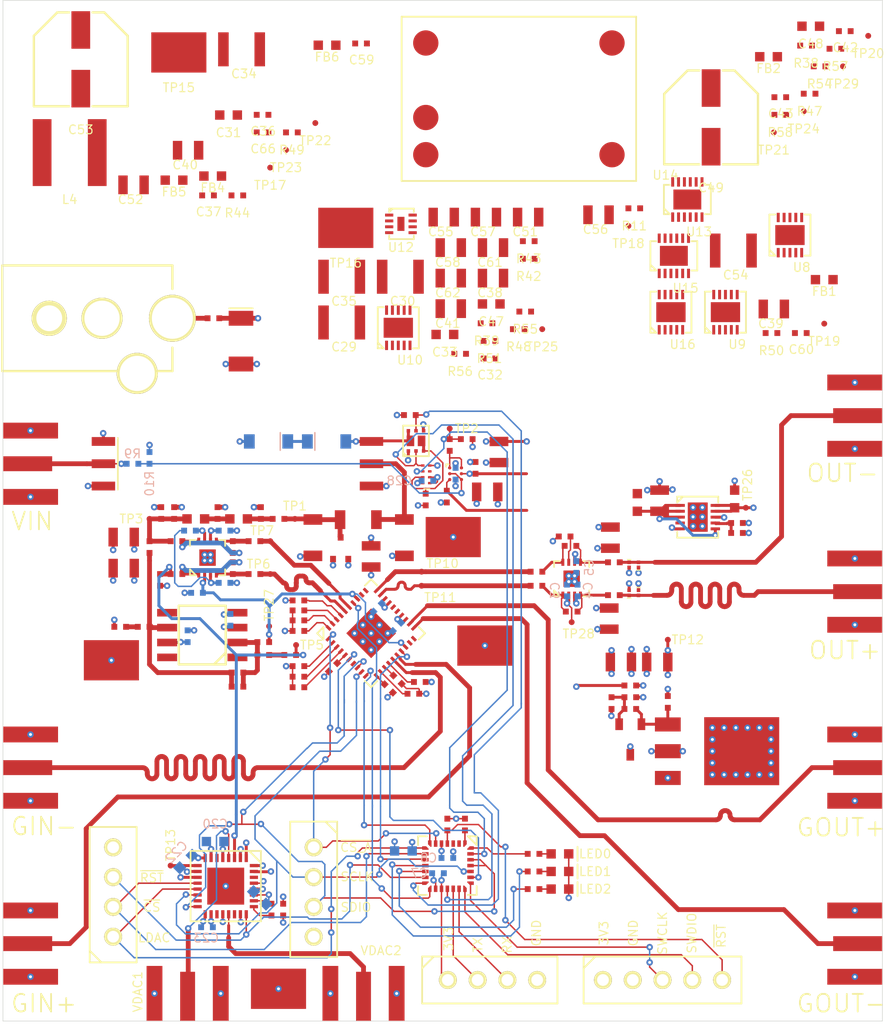
<source format=kicad_pcb>
(kicad_pcb (version 20171130) (host pcbnew "(5.1.4)")
  (layers (0 F.Cu signal) (1 In1.Cu signal) (2 In2.Cu signal) (31 B.Cu signal) (34 B.Paste user) (35 F.Paste user) (36 B.SilkS user) (37 F.SilkS user) (38 B.Mask user) (39 F.Mask user) (44 Edge.Cuts user))
  (net 0 "")
  (net 1 /GND)
  (net 2 "Net-(C1-Pad1)")
  (net 3 "Net-(C2-Pad1)")
  (net 4 /0V9_REF)
  (net 5 /5V0_P)
  (net 6 /5V0_N)
  (net 7 /3V3)
  (net 8 /6V0_P)
  (net 9 /6V0_N)
  (net 10 /2V5_REF)
  (net 11 /Input/VIN_FILTERED)
  (net 12 /5V0_P_2)
  (net 13 /DAC/DAC_REF)
  (net 14 /DAC/DAC_REF_COMP)
  (net 15 /MCU/RST_N)
  (net 16 /12V0)
  (net 17 "Net-(C31-Pad1)")
  (net 18 "/Power Supply/7V0_P_SW")
  (net 19 "Net-(C32-Pad1)")
  (net 20 "Net-(C33-Pad1)")
  (net 21 "/Power Supply/7V0_P")
  (net 22 "/Power Supply/7V0_SENSE")
  (net 23 "/Power Supply/7V0_FB")
  (net 24 "/Power Supply/7V0_P_1")
  (net 25 "/Power Supply/7V0_P_2")
  (net 26 "/Power Supply/5V0_P_SET")
  (net 27 "Net-(C43-Pad1)")
  (net 28 "/Power Supply/7V0_P_3")
  (net 29 "Net-(C46-Pad1)")
  (net 30 "/Power Supply/7V0_N")
  (net 31 "/Power Supply/7V0_N_1")
  (net 32 "/Power Supply/7V0_N_2")
  (net 33 "Net-(C59-Pad1)")
  (net 34 "Net-(C60-Pad1)")
  (net 35 "/Power Supply/7V0_P_4")
  (net 36 "Net-(C63-Pad2)")
  (net 37 "Net-(C63-Pad1)")
  (net 38 /1V8)
  (net 39 "/Power Supply/5V0_P_2_SET")
  (net 40 "Net-(C68-Pad1)")
  (net 41 /VIN_OFFSET)
  (net 42 "Net-(C70-Pad2)")
  (net 43 "Net-(C70-Pad1)")
  (net 44 "Net-(D1-Pad1)")
  (net 45 /Input/COIL_N)
  (net 46 "/Common mode shift/VOUT_P")
  (net 47 "/Common mode shift/VOUT_N")
  (net 48 "Net-(D9-Pad2)")
  (net 49 "Net-(D10-Pad2)")
  (net 50 "Net-(D11-Pad2)")
  (net 51 "Net-(F1-Pad1)")
  (net 52 /Input/VIN)
  (net 53 "/Gain Stage/GIN_P")
  (net 54 "/Gain Stage/GIN_N")
  (net 55 "/Gain Stage/GOUT_P")
  (net 56 "/Gain Stage/GOUT_N")
  (net 57 /MCU/SWDIO)
  (net 58 /MCU/SWCLK)
  (net 59 /MCU/UART_RX)
  (net 60 /MCU/UART_TX)
  (net 61 /DAC_RST_N)
  (net 62 /DAC_CS_N)
  (net 63 /DAC_LDAC)
  (net 64 /SPI_SDIO)
  (net 65 /SPI_SCLK)
  (net 66 /SPI_CS_A_N)
  (net 67 /Input/VIN_SWITCHED)
  (net 68 /Input/VIN_DIV2)
  (net 69 /Input/INPUT_RST_N)
  (net 70 /INPUT_RST)
  (net 71 /RELAY_EN)
  (net 72 "Net-(R5-Pad1)")
  (net 73 "Net-(R6-Pad1)")
  (net 74 "Net-(R30-Pad2)")
  (net 75 "Net-(R31-Pad2)")
  (net 76 /Input/VIN_DIV10)
  (net 77 "Net-(R11-Pad1)")
  (net 78 "Net-(R12-Pad1)")
  (net 79 "/Common mode shift/VGAIN_P")
  (net 80 "Net-(R13-Pad1)")
  (net 81 "/Common mode shift/VGAIN_N")
  (net 82 "Net-(R14-Pad1)")
  (net 83 "Net-(R15-Pad1)")
  (net 84 "Net-(R16-Pad1)")
  (net 85 "Net-(R17-Pad1)")
  (net 86 "Net-(R18-Pad1)")
  (net 87 "Net-(R19-Pad1)")
  (net 88 "Net-(R20-Pad1)")
  (net 89 "Net-(R21-Pad1)")
  (net 90 "Net-(R22-Pad1)")
  (net 91 "Net-(R23-Pad1)")
  (net 92 "Net-(R24-Pad1)")
  (net 93 "Net-(R25-Pad1)")
  (net 94 "Net-(R26-Pad2)")
  (net 95 "Net-(R27-Pad2)")
  (net 96 "Net-(R28-Pad2)")
  (net 97 "Net-(R29-Pad2)")
  (net 98 "/Gain Stage/VSHIFTED_P")
  (net 99 "/Gain Stage/VSHIFTED_N")
  (net 100 "Net-(R35-Pad1)")
  (net 101 /OVERVOLTAGE_N)
  (net 102 /0V5_REF)
  (net 103 "/Power Supply/7V0_ADJ")
  (net 104 "Net-(R53-Pad2)")
  (net 105 /N0V5_REF)
  (net 106 "Net-(R60-Pad1)")
  (net 107 /MCU/LED0)
  (net 108 /MCU/LED1)
  (net 109 /MCU/LED2)
  (net 110 /DAC/MUXOUT)
  (net 111 /SPI_CS_B_N)
  (net 112 /VGA_PERF_MODE)
  (net 113 /GAIN2_PWRUP)
  (net 114 /GAIN_PWRUP)
  (net 115 /DAC/VDAC1)
  (net 116 /DAC/VDAC2)
  (module azonenberg_pcb:TESTPOINT_SMT_0.5MM (layer F.Cu) (at 146.7 93)
    (fp_text reference TP12 (at 1.7 0) (layer F.SilkS) (effects (font (size 0.75 0.75) (thickness 0.1))))
    (fp_text value TESTPOINT hide)
    (pad 1 smd circle (at 0 0) (size 0.5 0.5) (layers F.Cu F.Mask) (net 38 /1V8))
  )
  (module azonenberg_pcb:QFN_32_0.5MM_5x5MM (layer F.Cu) (at 109 114 270)
    (fp_text reference U5 hide)
    (fp_text value LTC2664 hide)
    (pad PAD smd rect (at 0 0 90) (size 3.15 3.15) (layers F.Cu F.Mask) (net 6 /5V0_N))
    (pad 24 smd rect (at 2.4 -1.75 90) (size 0.7 0.28) (layers F.Cu F.Paste F.Mask) (net 61 /DAC_RST_N))
    (pad 23 smd rect (at 2.4 -1.25 90) (size 0.7 0.28) (layers F.Cu F.Paste F.Mask) (net 1 /GND))
    (pad 22 smd rect (at 2.4 -0.75 90) (size 0.7 0.28) (layers F.Cu F.Paste F.Mask))
    (pad 21 smd rect (at 2.4 -0.25 90) (size 0.7 0.28) (layers F.Cu F.Paste F.Mask) (net 116 /DAC/VDAC2))
    (pad 20 smd rect (at 2.4 0.25 90) (size 0.7 0.28) (layers F.Cu F.Paste F.Mask) (net 1 /GND))
    (pad 19 smd rect (at 2.4 0.75 90) (size 0.7 0.28) (layers F.Cu F.Paste F.Mask))
    (pad 18 smd rect (at 2.4 1.25 90) (size 0.7 0.28) (layers F.Cu F.Paste F.Mask) (net 7 /3V3))
    (pad 17 smd rect (at 2.4 1.75 90) (size 0.7 0.28) (layers F.Cu F.Paste F.Mask) (net 1 /GND))
    (pad 1 smd rect (at -2.4 -1.75 90) (size 0.7 0.28) (layers F.Cu F.Paste F.Mask) (net 1 /GND))
    (pad 2 smd rect (at -2.4 -1.25 90) (size 0.7 0.28) (layers F.Cu F.Paste F.Mask) (net 1 /GND))
    (pad 3 smd rect (at -2.4 -0.75 90) (size 0.7 0.28) (layers F.Cu F.Paste F.Mask) (net 41 /VIN_OFFSET))
    (pad 4 smd rect (at -2.4 -0.25 90) (size 0.7 0.28) (layers F.Cu F.Paste F.Mask) (net 115 /DAC/VDAC1))
    (pad 5 smd rect (at -2.4 0.25 90) (size 0.7 0.28) (layers F.Cu F.Paste F.Mask) (net 1 /GND))
    (pad 6 smd rect (at -2.4 0.75 90) (size 0.7 0.28) (layers F.Cu F.Paste F.Mask))
    (pad 7 smd rect (at -2.4 1.25 90) (size 0.7 0.28) (layers F.Cu F.Paste F.Mask) (net 5 /5V0_P))
    (pad 8 smd rect (at -2.4 1.75 90) (size 0.7 0.28) (layers F.Cu F.Paste F.Mask) (net 6 /5V0_N))
    (pad 25 smd rect (at 1.75 -2.4) (size 0.7 0.28) (layers F.Cu F.Paste F.Mask) (net 13 /DAC/DAC_REF))
    (pad 26 smd rect (at 1.25 -2.4) (size 0.7 0.28) (layers F.Cu F.Paste F.Mask) (net 14 /DAC/DAC_REF_COMP))
    (pad 27 smd rect (at 0.75 -2.4) (size 0.7 0.28) (layers F.Cu F.Paste F.Mask) (net 1 /GND))
    (pad 28 smd rect (at 0.25 -2.4) (size 0.7 0.28) (layers F.Cu F.Paste F.Mask) (net 5 /5V0_P))
    (pad 29 smd rect (at -0.25 -2.4) (size 0.7 0.28) (layers F.Cu F.Paste F.Mask) (net 1 /GND))
    (pad 30 smd rect (at -0.75 -2.4) (size 0.7 0.28) (layers F.Cu F.Paste F.Mask))
    (pad 31 smd rect (at -1.25 -2.4) (size 0.7 0.28) (layers F.Cu F.Paste F.Mask) (net 1 /GND))
    (pad 32 smd rect (at -1.75 -2.4) (size 0.7 0.28) (layers F.Cu F.Paste F.Mask) (net 7 /3V3))
    (pad 16 smd rect (at 1.75 2.4) (size 0.7 0.28) (layers F.Cu F.Paste F.Mask) (net 64 /SPI_SDIO))
    (pad 15 smd rect (at 1.25 2.4) (size 0.7 0.28) (layers F.Cu F.Paste F.Mask))
    (pad 14 smd rect (at 0.75 2.4) (size 0.7 0.28) (layers F.Cu F.Paste F.Mask) (net 65 /SPI_SCLK))
    (pad 13 smd rect (at 0.25 2.4) (size 0.7 0.28) (layers F.Cu F.Paste F.Mask) (net 63 /DAC_LDAC))
    (pad 12 smd rect (at -0.25 2.4) (size 0.7 0.28) (layers F.Cu F.Paste F.Mask) (net 62 /DAC_CS_N))
    (pad 11 smd rect (at -0.75 2.4) (size 0.7 0.28) (layers F.Cu F.Paste F.Mask) (net 1 /GND))
    (pad 10 smd rect (at -1.25 2.4) (size 0.7 0.28) (layers F.Cu F.Paste F.Mask) (net 1 /GND))
    (pad 9 smd rect (at -1.75 2.4) (size 0.7 0.28) (layers F.Cu F.Paste F.Mask) (net 110 /DAC/MUXOUT))
  )
  (module azonenberg_pcb:EIA_0402_RES_NOSILK (layer F.Cu) (at 128.1 76.4 270)
    (fp_text reference R53 hide)
    (fp_text value 1K hide)
    (pad 2 smd rect (at 0.5 0 270) (size 0.5 0.5) (layers F.Cu F.Paste F.Mask) (net 104 "Net-(R53-Pad2)"))
    (pad 1 smd rect (at -0.5 0 270) (size 0.5 0.5) (layers F.Cu F.Paste F.Mask) (net 101 /OVERVOLTAGE_N))
  )
  (module azonenberg_pcb:CONN_SMA_EDGE_SAMTEC_SMA_J_P_H_ST_EM1 (layer F.Cu) (at 120.75 125.5)
    (fp_text reference J14 hide)
    (fp_text value SMA hide)
    (pad 2 smd rect (at -2.825 -2.35) (size 1.35 4.7) (layers F.Cu F.Paste F.Mask) (net 1 /GND))
    (pad 2 smd rect (at 2.825 -2.35) (size 1.35 4.7) (layers F.Cu F.Paste F.Mask) (net 1 /GND))
    (pad 1 smd rect (at 0 -2.1) (size 1.27 4.2) (layers F.Cu F.Paste F.Mask) (net 116 /DAC/VDAC2))
  )
  (module azonenberg_pcb:CONN_SMA_EDGE_SAMTEC_SMA_J_P_H_ST_EM1 (layer F.Cu) (at 105.75 125.5)
    (fp_text reference J13 hide)
    (fp_text value SMA hide)
    (pad 2 smd rect (at -2.825 -2.35) (size 1.35 4.7) (layers F.Cu F.Paste F.Mask) (net 1 /GND))
    (pad 2 smd rect (at 2.825 -2.35) (size 1.35 4.7) (layers F.Cu F.Paste F.Mask) (net 1 /GND))
    (pad 1 smd rect (at 0 -2.1) (size 1.27 4.2) (layers F.Cu F.Paste F.Mask) (net 115 /DAC/VDAC1))
  )
  (module azonenberg_pcb:EIA_0402_CAP_NOSILK (layer F.Cu) (at 130.3 78.35 90)
    (fp_text reference C74 hide)
    (fp_text value "0.47 uF" hide)
    (pad 2 smd rect (at 0.5 0 90) (size 0.5 0.5) (layers F.Cu F.Paste F.Mask) (net 1 /GND))
    (pad 1 smd rect (at -0.5 0 90) (size 0.5 0.5) (layers F.Cu F.Paste F.Mask) (net 105 /N0V5_REF))
  )
  (module azonenberg_pcb:EIA_0402_CAP_NOSILK (layer F.Cu) (at 127.85 80.8 270)
    (fp_text reference C73 hide)
    (fp_text value "0.47 uF" hide)
    (pad 2 smd rect (at 0.5 0 270) (size 0.5 0.5) (layers F.Cu F.Paste F.Mask) (net 1 /GND))
    (pad 1 smd rect (at -0.5 0 270) (size 0.5 0.5) (layers F.Cu F.Paste F.Mask) (net 102 /0V5_REF))
  )
  (module azonenberg_pcb:SOT323_3 (layer F.Cu) (at 118.8 85.2 270)
    (fp_text reference D3 hide)
    (fp_text value NUP1301U hide)
    (pad 2 smd rect (at 0.925 -0.65 270) (size 0.55 0.5) (layers F.Cu F.Paste F.Mask) (net 5 /5V0_P))
    (pad 1 smd rect (at 0.925 0.65 270) (size 0.55 0.5) (layers F.Cu F.Paste F.Mask) (net 6 /5V0_N))
    (pad 3 smd rect (at -0.925 0 270) (size 0.55 0.5) (layers F.Cu F.Paste F.Mask) (net 68 /Input/VIN_DIV2))
  )
  (module azonenberg_pcb:SOIC_8_3.9MM (layer F.Cu) (at 107 92.6 90)
    (fp_text reference U18 hide)
    (fp_text value OP07 hide)
    (pad 8 smd rect (at -1.905 -3 90) (size 0.65 1.7) (layers F.Cu F.Paste F.Mask))
    (pad 7 smd rect (at -0.635 -3 90) (size 0.65 1.7) (layers F.Cu F.Paste F.Mask) (net 8 /6V0_P))
    (pad 6 smd rect (at 0.635 -3 90) (size 0.65 1.7) (layers F.Cu F.Paste F.Mask) (net 43 "Net-(C70-Pad1)"))
    (pad 5 smd rect (at 1.905 -3 90) (size 0.65 1.7) (layers F.Cu F.Paste F.Mask))
    (pad 4 smd rect (at 1.905 3 90) (size 0.65 1.7) (layers F.Cu F.Paste F.Mask) (net 9 /6V0_N))
    (pad 3 smd rect (at 0.635 3 90) (size 0.65 1.7) (layers F.Cu F.Paste F.Mask) (net 1 /GND))
    (pad 2 smd rect (at -0.635 3 90) (size 0.65 1.7) (layers F.Cu F.Paste F.Mask) (net 42 "Net-(C70-Pad2)"))
    (pad 1 smd rect (at -1.905 3 90) (size 0.65 1.7) (layers F.Cu F.Paste F.Mask))
  )
  (module azonenberg_pcb:SOT23_3 (layer F.Cu) (at 143.5 101.5)
    (fp_text reference U17 hide)
    (fp_text value TL431ACDBZR hide)
    (pad 2 smd rect (at -0.95 -1.3) (size 0.65 1) (layers F.Cu F.Paste F.Mask) (net 36 "Net-(C63-Pad2)"))
    (pad 1 smd rect (at 0.95 -1.3) (size 0.65 1) (layers F.Cu F.Paste F.Mask) (net 37 "Net-(C63-Pad1)"))
    (pad 3 smd rect (at 0 1.3) (size 0.65 1) (layers F.Cu F.Paste F.Mask) (net 6 /5V0_N))
  )
  (module azonenberg_pcb:DFN_10_0.5MM_3x3MM (layer F.Cu) (at 146.965001 65.08)
    (fp_text reference U16 (at 1 2.75) (layer F.SilkS) (effects (font (size 0.75 0.75) (thickness 0.1))))
    (fp_text value LT3042 hide)
    (pad PAD smd rect (at 0.775 0.4) (size 0.75 0.75) (layers F.Cu F.Paste) (net 1 /GND))
    (pad PAD smd rect (at 0.775 -0.4) (size 0.75 0.75) (layers F.Cu F.Paste) (net 1 /GND))
    (pad PAD smd rect (at -0.025 -0.4) (size 0.75 0.75) (layers F.Cu F.Paste) (net 1 /GND))
    (pad PAD smd rect (at -0.025 0.4) (size 0.75 0.75) (layers F.Cu F.Paste) (net 1 /GND))
    (pad PAD smd rect (at -0.825 0.4) (size 0.75 0.75) (layers F.Cu F.Paste) (net 1 /GND))
    (pad PAD smd rect (at -0.825 -0.4) (size 0.75 0.75) (layers F.Cu F.Paste) (net 1 /GND))
    (pad PAD smd rect (at 0 0) (size 2.5 1.7) (layers F.Cu F.Mask) (net 1 /GND))
    (pad 10 smd rect (at -1 -1.5) (size 0.25 0.8) (layers F.Cu F.Paste F.Mask) (net 12 /5V0_P_2))
    (pad 9 smd rect (at -0.5 -1.5) (size 0.25 0.8) (layers F.Cu F.Paste F.Mask) (net 12 /5V0_P_2))
    (pad 8 smd rect (at 0 -1.5) (size 0.25 0.8) (layers F.Cu F.Paste F.Mask) (net 1 /GND))
    (pad 7 smd rect (at 0.5 -1.5) (size 0.25 0.8) (layers F.Cu F.Paste F.Mask) (net 39 "/Power Supply/5V0_P_2_SET"))
    (pad 6 smd rect (at 1 -1.5) (size 0.25 0.8) (layers F.Cu F.Paste F.Mask) (net 35 "/Power Supply/7V0_P_4"))
    (pad 5 smd rect (at 1 1.5) (size 0.25 0.8) (layers F.Cu F.Paste F.Mask) (net 1 /GND))
    (pad 4 smd rect (at 0.5 1.5) (size 0.25 0.8) (layers F.Cu F.Paste F.Mask))
    (pad 3 smd rect (at 0 1.5) (size 0.25 0.8) (layers F.Cu F.Paste F.Mask) (net 35 "/Power Supply/7V0_P_4"))
    (pad 2 smd rect (at -0.5 1.5) (size 0.25 0.8) (layers F.Cu F.Paste F.Mask) (net 35 "/Power Supply/7V0_P_4"))
    (pad 1 smd rect (at -1 1.5) (size 0.25 0.8) (layers F.Cu F.Paste F.Mask) (net 35 "/Power Supply/7V0_P_4"))
  )
  (module azonenberg_pcb:DFN_12_0.5MM_3x3MM (layer F.Cu) (at 147.215001 60.28)
    (fp_text reference U15 (at 1 2.75) (layer F.SilkS) (effects (font (size 0.75 0.75) (thickness 0.1))))
    (fp_text value LT3093 hide)
    (pad PAD smd rect (at 0.4 0.4) (size 0.75 0.75) (layers F.Cu F.Paste) (net 32 "/Power Supply/7V0_N_2"))
    (pad PAD smd rect (at 0.4 -0.4) (size 0.75 0.75) (layers F.Cu F.Paste) (net 32 "/Power Supply/7V0_N_2"))
    (pad PAD smd rect (at -0.4 -0.4) (size 0.75 0.75) (layers F.Cu F.Paste) (net 32 "/Power Supply/7V0_N_2"))
    (pad PAD smd rect (at -0.4 0.4) (size 0.75 0.75) (layers F.Cu F.Paste) (net 32 "/Power Supply/7V0_N_2"))
    (pad PAD smd rect (at 0 0) (size 2.38 1.7) (layers F.Cu F.Mask) (net 32 "/Power Supply/7V0_N_2"))
    (pad 12 smd rect (at -1.25 -1.5) (size 0.25 0.8) (layers F.Cu F.Paste F.Mask) (net 6 /5V0_N))
    (pad 11 smd rect (at -0.75 -1.5) (size 0.25 0.8) (layers F.Cu F.Paste F.Mask) (net 6 /5V0_N))
    (pad 10 smd rect (at -0.25 -1.5) (size 0.25 0.8) (layers F.Cu F.Paste F.Mask) (net 6 /5V0_N))
    (pad 9 smd rect (at 0.25 -1.5) (size 0.25 0.8) (layers F.Cu F.Paste F.Mask) (net 1 /GND))
    (pad 8 smd rect (at 0.75 -1.5) (size 0.25 0.8) (layers F.Cu F.Paste F.Mask) (net 34 "Net-(C60-Pad1)"))
    (pad 7 smd rect (at 1.25 -1.5) (size 0.25 0.8) (layers F.Cu F.Paste F.Mask))
    (pad 6 smd rect (at 1.25 1.5) (size 0.25 0.8) (layers F.Cu F.Paste F.Mask) (net 1 /GND))
    (pad 5 smd rect (at 0.75 1.5) (size 0.25 0.8) (layers F.Cu F.Paste F.Mask) (net 32 "/Power Supply/7V0_N_2"))
    (pad 4 smd rect (at 0.25 1.5) (size 0.25 0.8) (layers F.Cu F.Paste F.Mask))
    (pad 3 smd rect (at -0.25 1.5) (size 0.25 0.8) (layers F.Cu F.Paste F.Mask) (net 32 "/Power Supply/7V0_N_2"))
    (pad 2 smd rect (at -0.75 1.5) (size 0.25 0.8) (layers F.Cu F.Paste F.Mask) (net 32 "/Power Supply/7V0_N_2"))
    (pad 1 smd rect (at -1.25 1.5) (size 0.25 0.8) (layers F.Cu F.Paste F.Mask) (net 32 "/Power Supply/7V0_N_2"))
  )
  (module azonenberg_pcb:MODULE_TI_PTN78000A (layer F.Cu) (at 134 46.9)
    (fp_text reference U14 (at 12.5 6.5) (layer F.SilkS) (effects (font (size 0.75 0.75) (thickness 0.1))))
    (fp_text value PTN78000AAZ hide)
    (pad 5 smd circle (at 7.94 -4.76) (size 2.16 2.16) (layers F.Cu F.Paste F.Mask) (net 1 /GND))
    (pad 4 smd circle (at 7.94 4.76) (size 2.16 2.16) (layers F.Cu F.Paste F.Mask) (net 103 "/Power Supply/7V0_ADJ"))
    (pad 3 smd circle (at -7.94 4.76) (size 2.16 2.16) (layers F.Cu F.Paste F.Mask))
    (pad 2 smd circle (at -7.94 1.59) (size 2.16 2.16) (layers F.Cu F.Paste F.Mask) (net 16 /12V0))
    (pad 1 smd circle (at -7.94 -4.76) (size 2.16 2.16) (layers F.Cu F.Paste F.Mask) (net 30 "/Power Supply/7V0_N"))
  )
  (module azonenberg_pcb:DFN_12_0.5MM_3x3MM (layer F.Cu) (at 148.365001 55.48)
    (fp_text reference U13 (at 1 2.75) (layer F.SilkS) (effects (font (size 0.75 0.75) (thickness 0.1))))
    (fp_text value LT3093 hide)
    (pad PAD smd rect (at 0.4 0.4) (size 0.75 0.75) (layers F.Cu F.Paste) (net 31 "/Power Supply/7V0_N_1"))
    (pad PAD smd rect (at 0.4 -0.4) (size 0.75 0.75) (layers F.Cu F.Paste) (net 31 "/Power Supply/7V0_N_1"))
    (pad PAD smd rect (at -0.4 -0.4) (size 0.75 0.75) (layers F.Cu F.Paste) (net 31 "/Power Supply/7V0_N_1"))
    (pad PAD smd rect (at -0.4 0.4) (size 0.75 0.75) (layers F.Cu F.Paste) (net 31 "/Power Supply/7V0_N_1"))
    (pad PAD smd rect (at 0 0) (size 2.38 1.7) (layers F.Cu F.Mask) (net 31 "/Power Supply/7V0_N_1"))
    (pad 12 smd rect (at -1.25 -1.5) (size 0.25 0.8) (layers F.Cu F.Paste F.Mask) (net 9 /6V0_N))
    (pad 11 smd rect (at -0.75 -1.5) (size 0.25 0.8) (layers F.Cu F.Paste F.Mask) (net 9 /6V0_N))
    (pad 10 smd rect (at -0.25 -1.5) (size 0.25 0.8) (layers F.Cu F.Paste F.Mask) (net 9 /6V0_N))
    (pad 9 smd rect (at 0.25 -1.5) (size 0.25 0.8) (layers F.Cu F.Paste F.Mask) (net 1 /GND))
    (pad 8 smd rect (at 0.75 -1.5) (size 0.25 0.8) (layers F.Cu F.Paste F.Mask) (net 33 "Net-(C59-Pad1)"))
    (pad 7 smd rect (at 1.25 -1.5) (size 0.25 0.8) (layers F.Cu F.Paste F.Mask))
    (pad 6 smd rect (at 1.25 1.5) (size 0.25 0.8) (layers F.Cu F.Paste F.Mask) (net 1 /GND))
    (pad 5 smd rect (at 0.75 1.5) (size 0.25 0.8) (layers F.Cu F.Paste F.Mask) (net 31 "/Power Supply/7V0_N_1"))
    (pad 4 smd rect (at 0.25 1.5) (size 0.25 0.8) (layers F.Cu F.Paste F.Mask))
    (pad 3 smd rect (at -0.25 1.5) (size 0.25 0.8) (layers F.Cu F.Paste F.Mask) (net 31 "/Power Supply/7V0_N_1"))
    (pad 2 smd rect (at -0.75 1.5) (size 0.25 0.8) (layers F.Cu F.Paste F.Mask) (net 31 "/Power Supply/7V0_N_1"))
    (pad 1 smd rect (at -1.25 1.5) (size 0.25 0.8) (layers F.Cu F.Paste F.Mask) (net 31 "/Power Supply/7V0_N_1"))
  )
  (module azonenberg_pcb:DFN_8_0.5MM_2x2MM (layer F.Cu) (at 123.94 57.555001)
    (fp_text reference U12 (at 0 2) (layer F.SilkS) (effects (font (size 0.75 0.75) (thickness 0.1))))
    (fp_text value MCP1501T-25E/RW hide)
    (pad PAD smd rect (at 0 0) (size 0.6 1.2) (layers F.Cu F.Paste F.Mask) (net 1 /GND))
    (pad 8 smd rect (at 1 -0.75) (size 0.7 0.25) (layers F.Cu F.Paste F.Mask) (net 10 /2V5_REF))
    (pad 7 smd rect (at 1 -0.25) (size 0.7 0.25) (layers F.Cu F.Paste F.Mask) (net 10 /2V5_REF))
    (pad 6 smd rect (at 1 0.25) (size 0.7 0.25) (layers F.Cu F.Paste F.Mask) (net 1 /GND))
    (pad 5 smd rect (at 1 0.75) (size 0.7 0.25) (layers F.Cu F.Paste F.Mask) (net 1 /GND))
    (pad 4 smd rect (at -1 0.75) (size 0.7 0.25) (layers F.Cu F.Paste F.Mask) (net 1 /GND))
    (pad 3 smd rect (at -1 0.25) (size 0.7 0.25) (layers F.Cu F.Paste F.Mask) (net 7 /3V3))
    (pad 2 smd rect (at -1 -0.25) (size 0.7 0.25) (layers F.Cu F.Paste F.Mask) (net 1 /GND))
    (pad 1 smd rect (at -1 -0.75) (size 0.7 0.25) (layers F.Cu F.Paste F.Mask) (net 7 /3V3))
  )
  (module azonenberg_pcb:DFN_10_0.5MM_3x3MM (layer F.Cu) (at 149.25 82.55 270)
    (fp_text reference U11 hide)
    (fp_text value LT3042 hide)
    (pad PAD smd rect (at 0.775 0.4 270) (size 0.75 0.75) (layers F.Cu F.Paste) (net 1 /GND))
    (pad PAD smd rect (at 0.775 -0.4 270) (size 0.75 0.75) (layers F.Cu F.Paste) (net 1 /GND))
    (pad PAD smd rect (at -0.025 -0.4 270) (size 0.75 0.75) (layers F.Cu F.Paste) (net 1 /GND))
    (pad PAD smd rect (at -0.025 0.4 270) (size 0.75 0.75) (layers F.Cu F.Paste) (net 1 /GND))
    (pad PAD smd rect (at -0.825 0.4 270) (size 0.75 0.75) (layers F.Cu F.Paste) (net 1 /GND))
    (pad PAD smd rect (at -0.825 -0.4 270) (size 0.75 0.75) (layers F.Cu F.Paste) (net 1 /GND))
    (pad PAD smd rect (at 0 0 270) (size 2.5 1.7) (layers F.Cu F.Mask) (net 1 /GND))
    (pad 10 smd rect (at -1 -1.5 270) (size 0.25 0.8) (layers F.Cu F.Paste F.Mask) (net 7 /3V3))
    (pad 9 smd rect (at -0.5 -1.5 270) (size 0.25 0.8) (layers F.Cu F.Paste F.Mask) (net 7 /3V3))
    (pad 8 smd rect (at 0 -1.5 270) (size 0.25 0.8) (layers F.Cu F.Paste F.Mask) (net 1 /GND))
    (pad 7 smd rect (at 0.5 -1.5 270) (size 0.25 0.8) (layers F.Cu F.Paste F.Mask) (net 29 "Net-(C46-Pad1)"))
    (pad 6 smd rect (at 1 -1.5 270) (size 0.25 0.8) (layers F.Cu F.Paste F.Mask) (net 28 "/Power Supply/7V0_P_3"))
    (pad 5 smd rect (at 1 1.5 270) (size 0.25 0.8) (layers F.Cu F.Paste F.Mask) (net 1 /GND))
    (pad 4 smd rect (at 0.5 1.5 270) (size 0.25 0.8) (layers F.Cu F.Paste F.Mask))
    (pad 3 smd rect (at 0 1.5 270) (size 0.25 0.8) (layers F.Cu F.Paste F.Mask) (net 28 "/Power Supply/7V0_P_3"))
    (pad 2 smd rect (at -0.5 1.5 270) (size 0.25 0.8) (layers F.Cu F.Paste F.Mask) (net 28 "/Power Supply/7V0_P_3"))
    (pad 1 smd rect (at -1 1.5 270) (size 0.25 0.8) (layers F.Cu F.Paste F.Mask) (net 28 "/Power Supply/7V0_P_3"))
  )
  (module azonenberg_pcb:DFN_10_0.5MM_3x3MM (layer F.Cu) (at 123.715001 66.41)
    (fp_text reference U10 (at 1 2.75) (layer F.SilkS) (effects (font (size 0.75 0.75) (thickness 0.1))))
    (fp_text value LT3042 hide)
    (pad PAD smd rect (at 0.775 0.4) (size 0.75 0.75) (layers F.Cu F.Paste) (net 1 /GND))
    (pad PAD smd rect (at 0.775 -0.4) (size 0.75 0.75) (layers F.Cu F.Paste) (net 1 /GND))
    (pad PAD smd rect (at -0.025 -0.4) (size 0.75 0.75) (layers F.Cu F.Paste) (net 1 /GND))
    (pad PAD smd rect (at -0.025 0.4) (size 0.75 0.75) (layers F.Cu F.Paste) (net 1 /GND))
    (pad PAD smd rect (at -0.825 0.4) (size 0.75 0.75) (layers F.Cu F.Paste) (net 1 /GND))
    (pad PAD smd rect (at -0.825 -0.4) (size 0.75 0.75) (layers F.Cu F.Paste) (net 1 /GND))
    (pad PAD smd rect (at 0 0) (size 2.5 1.7) (layers F.Cu F.Mask) (net 1 /GND))
    (pad 10 smd rect (at -1 -1.5) (size 0.25 0.8) (layers F.Cu F.Paste F.Mask) (net 8 /6V0_P))
    (pad 9 smd rect (at -0.5 -1.5) (size 0.25 0.8) (layers F.Cu F.Paste F.Mask) (net 8 /6V0_P))
    (pad 8 smd rect (at 0 -1.5) (size 0.25 0.8) (layers F.Cu F.Paste F.Mask) (net 1 /GND))
    (pad 7 smd rect (at 0.5 -1.5) (size 0.25 0.8) (layers F.Cu F.Paste F.Mask) (net 27 "Net-(C43-Pad1)"))
    (pad 6 smd rect (at 1 -1.5) (size 0.25 0.8) (layers F.Cu F.Paste F.Mask) (net 25 "/Power Supply/7V0_P_2"))
    (pad 5 smd rect (at 1 1.5) (size 0.25 0.8) (layers F.Cu F.Paste F.Mask) (net 1 /GND))
    (pad 4 smd rect (at 0.5 1.5) (size 0.25 0.8) (layers F.Cu F.Paste F.Mask))
    (pad 3 smd rect (at 0 1.5) (size 0.25 0.8) (layers F.Cu F.Paste F.Mask) (net 25 "/Power Supply/7V0_P_2"))
    (pad 2 smd rect (at -0.5 1.5) (size 0.25 0.8) (layers F.Cu F.Paste F.Mask) (net 25 "/Power Supply/7V0_P_2"))
    (pad 1 smd rect (at -1 1.5) (size 0.25 0.8) (layers F.Cu F.Paste F.Mask) (net 25 "/Power Supply/7V0_P_2"))
  )
  (module azonenberg_pcb:DFN_10_0.5MM_3x3MM (layer F.Cu) (at 151.615001 65.08)
    (fp_text reference U9 (at 1 2.75) (layer F.SilkS) (effects (font (size 0.75 0.75) (thickness 0.1))))
    (fp_text value LT3042 hide)
    (pad PAD smd rect (at 0.775 0.4) (size 0.75 0.75) (layers F.Cu F.Paste) (net 1 /GND))
    (pad PAD smd rect (at 0.775 -0.4) (size 0.75 0.75) (layers F.Cu F.Paste) (net 1 /GND))
    (pad PAD smd rect (at -0.025 -0.4) (size 0.75 0.75) (layers F.Cu F.Paste) (net 1 /GND))
    (pad PAD smd rect (at -0.025 0.4) (size 0.75 0.75) (layers F.Cu F.Paste) (net 1 /GND))
    (pad PAD smd rect (at -0.825 0.4) (size 0.75 0.75) (layers F.Cu F.Paste) (net 1 /GND))
    (pad PAD smd rect (at -0.825 -0.4) (size 0.75 0.75) (layers F.Cu F.Paste) (net 1 /GND))
    (pad PAD smd rect (at 0 0) (size 2.5 1.7) (layers F.Cu F.Mask) (net 1 /GND))
    (pad 10 smd rect (at -1 -1.5) (size 0.25 0.8) (layers F.Cu F.Paste F.Mask) (net 5 /5V0_P))
    (pad 9 smd rect (at -0.5 -1.5) (size 0.25 0.8) (layers F.Cu F.Paste F.Mask) (net 5 /5V0_P))
    (pad 8 smd rect (at 0 -1.5) (size 0.25 0.8) (layers F.Cu F.Paste F.Mask) (net 1 /GND))
    (pad 7 smd rect (at 0.5 -1.5) (size 0.25 0.8) (layers F.Cu F.Paste F.Mask) (net 26 "/Power Supply/5V0_P_SET"))
    (pad 6 smd rect (at 1 -1.5) (size 0.25 0.8) (layers F.Cu F.Paste F.Mask) (net 24 "/Power Supply/7V0_P_1"))
    (pad 5 smd rect (at 1 1.5) (size 0.25 0.8) (layers F.Cu F.Paste F.Mask) (net 1 /GND))
    (pad 4 smd rect (at 0.5 1.5) (size 0.25 0.8) (layers F.Cu F.Paste F.Mask))
    (pad 3 smd rect (at 0 1.5) (size 0.25 0.8) (layers F.Cu F.Paste F.Mask) (net 24 "/Power Supply/7V0_P_1"))
    (pad 2 smd rect (at -0.5 1.5) (size 0.25 0.8) (layers F.Cu F.Paste F.Mask) (net 24 "/Power Supply/7V0_P_1"))
    (pad 1 smd rect (at -1 1.5) (size 0.25 0.8) (layers F.Cu F.Paste F.Mask) (net 24 "/Power Supply/7V0_P_1"))
  )
  (module azonenberg_pcb:DFN_10_0.5MM_3x3MM (layer F.Cu) (at 157.115001 58.51)
    (fp_text reference U8 (at 1 2.75) (layer F.SilkS) (effects (font (size 0.75 0.75) (thickness 0.1))))
    (fp_text value TPS54227-DRC hide)
    (pad PAD smd rect (at 0.775 0.4) (size 0.75 0.75) (layers F.Cu F.Paste) (net 1 /GND))
    (pad PAD smd rect (at 0.775 -0.4) (size 0.75 0.75) (layers F.Cu F.Paste) (net 1 /GND))
    (pad PAD smd rect (at -0.025 -0.4) (size 0.75 0.75) (layers F.Cu F.Paste) (net 1 /GND))
    (pad PAD smd rect (at -0.025 0.4) (size 0.75 0.75) (layers F.Cu F.Paste) (net 1 /GND))
    (pad PAD smd rect (at -0.825 0.4) (size 0.75 0.75) (layers F.Cu F.Paste) (net 1 /GND))
    (pad PAD smd rect (at -0.825 -0.4) (size 0.75 0.75) (layers F.Cu F.Paste) (net 1 /GND))
    (pad PAD smd rect (at 0 0) (size 2.5 1.7) (layers F.Cu F.Mask) (net 1 /GND))
    (pad 10 smd rect (at -1 -1.5) (size 0.25 0.8) (layers F.Cu F.Paste F.Mask) (net 16 /12V0))
    (pad 9 smd rect (at -0.5 -1.5) (size 0.25 0.8) (layers F.Cu F.Paste F.Mask) (net 16 /12V0))
    (pad 8 smd rect (at 0 -1.5) (size 0.25 0.8) (layers F.Cu F.Paste F.Mask) (net 19 "Net-(C32-Pad1)"))
    (pad 7 smd rect (at 0.5 -1.5) (size 0.25 0.8) (layers F.Cu F.Paste F.Mask) (net 18 "/Power Supply/7V0_P_SW"))
    (pad 6 smd rect (at 1 -1.5) (size 0.25 0.8) (layers F.Cu F.Paste F.Mask) (net 18 "/Power Supply/7V0_P_SW"))
    (pad 5 smd rect (at 1 1.5) (size 0.25 0.8) (layers F.Cu F.Paste F.Mask) (net 1 /GND))
    (pad 4 smd rect (at 0.5 1.5) (size 0.25 0.8) (layers F.Cu F.Paste F.Mask) (net 17 "Net-(C31-Pad1)"))
    (pad 3 smd rect (at 0 1.5) (size 0.25 0.8) (layers F.Cu F.Paste F.Mask) (net 20 "Net-(C33-Pad1)"))
    (pad 2 smd rect (at -0.5 1.5) (size 0.25 0.8) (layers F.Cu F.Paste F.Mask) (net 23 "/Power Supply/7V0_FB"))
    (pad 1 smd rect (at -1 1.5) (size 0.25 0.8) (layers F.Cu F.Paste F.Mask) (net 77 "Net-(R11-Pad1)"))
  )
  (module azonenberg_pcb:DFN_8_0.5MM_2x1MM (layer F.Cu) (at 126.1 78.9 90)
    (fp_text reference U7 hide)
    (fp_text value 74LVC1G74-XSON8 hide)
    (pad 8 smd rect (at -0.75 -0.3 90) (size 0.2 0.3) (layers F.Cu F.Paste F.Mask) (net 5 /5V0_P))
    (pad 7 smd rect (at -0.25 -0.3 90) (size 0.2 0.3) (layers F.Cu F.Paste F.Mask) (net 69 /Input/INPUT_RST_N))
    (pad 6 smd rect (at 0.25 -0.3 90) (size 0.2 0.3) (layers F.Cu F.Paste F.Mask) (net 101 /OVERVOLTAGE_N))
    (pad 5 smd rect (at 0.75 -0.3 90) (size 0.2 0.3) (layers F.Cu F.Paste F.Mask) (net 71 /RELAY_EN))
    (pad 4 smd rect (at 0.75 0.3 90) (size 0.2 0.3) (layers F.Cu F.Paste F.Mask) (net 1 /GND))
    (pad 3 smd rect (at 0.25 0.3 90) (size 0.2 0.3) (layers F.Cu F.Paste F.Mask))
    (pad 2 smd rect (at -0.25 0.3 90) (size 0.2 0.3) (layers F.Cu F.Paste F.Mask) (net 1 /GND))
    (pad 1 smd rect (at -0.75 0.3 90) (size 0.2 0.3) (layers F.Cu F.Paste F.Mask) (net 1 /GND))
  )
  (module azonenberg_pcb:DFN_8_0.5MM_3x3MM (layer F.Cu) (at 138.5 87.8)
    (fp_text reference U6 hide)
    (fp_text value LMH6552 hide)
    (pad PAD smd rect (at -0.25 0.25) (size 0.5 0.5) (layers F.Cu F.Paste) (net 1 /GND))
    (pad PAD smd rect (at 0.25 0.25) (size 0.5 0.5) (layers F.Cu F.Paste) (net 1 /GND))
    (pad PAD smd rect (at 0.25 -0.25) (size 0.5 0.5) (layers F.Cu F.Paste) (net 1 /GND))
    (pad PAD smd rect (at -0.25 -0.25) (size 0.5 0.5) (layers F.Cu F.Paste) (net 1 /GND))
    (pad PAD smd rect (at 0 0) (size 1.4 1.4) (layers F.Cu F.Mask) (net 1 /GND))
    (pad 1 smd rect (at -0.75 1.4) (size 0.25 0.6) (layers F.Cu F.Paste F.Mask) (net 82 "Net-(R14-Pad1)"))
    (pad 2 smd rect (at -0.25 1.4) (size 0.25 0.6) (layers F.Cu F.Paste F.Mask) (net 4 /0V9_REF))
    (pad 3 smd rect (at 0.25 1.4) (size 0.25 0.6) (layers F.Cu F.Paste F.Mask) (net 5 /5V0_P))
    (pad 4 smd rect (at 0.75 1.4) (size 0.25 0.6) (layers F.Cu F.Paste F.Mask) (net 96 "Net-(R28-Pad2)"))
    (pad 5 smd rect (at 0.75 -1.4) (size 0.25 0.6) (layers F.Cu F.Paste F.Mask) (net 97 "Net-(R29-Pad2)"))
    (pad 6 smd rect (at 0.25 -1.4) (size 0.25 0.6) (layers F.Cu F.Paste F.Mask) (net 6 /5V0_N))
    (pad 7 smd rect (at -0.25 -1.4) (size 0.25 0.6) (layers F.Cu F.Paste F.Mask) (net 83 "Net-(R15-Pad1)"))
    (pad 8 smd rect (at -0.75 -1.4) (size 0.25 0.6) (layers F.Cu F.Paste F.Mask) (net 80 "Net-(R13-Pad1)"))
  )
  (module azonenberg_pcb:QFN_28_0.5MM_4x4MM_NOPAD (layer F.Cu) (at 127.9 112.25 270)
    (fp_text reference U4 hide)
    (fp_text value STM32F031G6U6TR hide)
    (pad 8 smd custom (at -1.5 1.875) (size 0.1 0.1) (layers F.Cu F.Paste F.Mask) (net 63 /DAC_LDAC) (options (clearance outline) (anchor rect)) (primitives (gr_poly (pts (xy -0.275 -0.15) (xy 0.061 -0.15) (xy 0.275 0.06) (xy 0.275 0.15) (xy -0.275 0.15)) (width 0))))
    (pad 14 smd custom (at 1.5 1.875 180) (size 0.1 0.1) (layers F.Cu F.Paste F.Mask) (net 70 /INPUT_RST) (options (clearance outline) (anchor rect)) (primitives (gr_poly (pts (xy 0.275 -0.15) (xy -0.061 -0.15) (xy -0.275 0.06) (xy -0.275 0.15) (xy 0.275 0.15)) (width 0))))
    (pad 28 smd custom (at -1.5 -1.975) (size 0.1 0.1) (layers F.Cu F.Paste F.Mask) (net 107 /MCU/LED0) (options (clearance outline) (anchor rect)) (primitives (gr_poly (pts (xy 0.275 -0.15) (xy -0.061 -0.15) (xy -0.275 0.06) (xy -0.275 0.15) (xy 0.275 0.15)) (width 0))))
    (pad 22 smd custom (at 1.5 -1.975 180) (size 0.1 0.1) (layers F.Cu F.Paste F.Mask) (net 58 /MCU/SWCLK) (options (clearance outline) (anchor rect)) (primitives (gr_poly (pts (xy -0.275 -0.15) (xy 0.061 -0.15) (xy 0.275 0.06) (xy 0.275 0.15) (xy -0.275 0.15)) (width 0))))
    (pad 15 smd custom (at 1.975 1.5 90) (size 0.1 0.1) (layers F.Cu F.Paste F.Mask) (net 114 /GAIN_PWRUP) (options (clearance outline) (anchor rect)) (primitives (gr_poly (pts (xy -0.275 -0.15) (xy 0.061 -0.15) (xy 0.275 0.06) (xy 0.275 0.15) (xy -0.275 0.15)) (width 0))))
    (pad 7 smd custom (at -1.875 1.5 90) (size 0.1 0.1) (layers F.Cu F.Paste F.Mask) (net 111 /SPI_CS_B_N) (options (clearance outline) (anchor rect)) (primitives (gr_poly (pts (xy 0.275 -0.15) (xy -0.061 -0.15) (xy -0.275 0.06) (xy -0.275 0.15) (xy 0.275 0.15)) (width 0))))
    (pad 21 smd custom (at 1.975 -1.5 270) (size 0.1 0.1) (layers F.Cu F.Paste F.Mask) (net 57 /MCU/SWDIO) (options (clearance outline) (anchor rect)) (primitives (gr_poly (pts (xy 0.275 -0.15) (xy -0.061 -0.15) (xy -0.275 0.06) (xy -0.275 0.15) (xy 0.275 0.15)) (width 0))))
    (pad 25 smd rect (at 0 -1.975 90) (size 0.3 0.55) (layers F.Cu F.Paste F.Mask) (net 64 /SPI_SDIO))
    (pad 26 smd rect (at -0.5 -1.975 90) (size 0.3 0.55) (layers F.Cu F.Paste F.Mask) (net 64 /SPI_SDIO))
    (pad 27 smd rect (at -1 -1.975 90) (size 0.3 0.55) (layers F.Cu F.Paste F.Mask) (net 101 /OVERVOLTAGE_N))
    (pad 24 smd rect (at 0.5 -1.975 90) (size 0.3 0.55) (layers F.Cu F.Paste F.Mask) (net 65 /SPI_SCLK))
    (pad 23 smd rect (at 1 -1.975 90) (size 0.3 0.55) (layers F.Cu F.Paste F.Mask) (net 112 /VGA_PERF_MODE))
    (pad 17 smd rect (at 1.975 0.5) (size 0.3 0.55) (layers F.Cu F.Paste F.Mask) (net 7 /3V3))
    (pad 19 smd rect (at 1.975 -0.5) (size 0.3 0.55) (layers F.Cu F.Paste F.Mask) (net 60 /MCU/UART_TX))
    (pad 18 smd rect (at 1.975 0) (size 0.3 0.55) (layers F.Cu F.Paste F.Mask) (net 71 /RELAY_EN))
    (pad 20 smd rect (at 1.975 -1) (size 0.3 0.55) (layers F.Cu F.Paste F.Mask) (net 59 /MCU/UART_RX))
    (pad 16 smd rect (at 1.975 1) (size 0.3 0.55) (layers F.Cu F.Paste F.Mask) (net 1 /GND))
    (pad 13 smd rect (at 1 1.875 90) (size 0.3 0.55) (layers F.Cu F.Paste F.Mask) (net 61 /DAC_RST_N))
    (pad 12 smd rect (at 0.5 1.875 90) (size 0.3 0.55) (layers F.Cu F.Paste F.Mask) (net 109 /MCU/LED2))
    (pad 11 smd rect (at 0 1.875 90) (size 0.3 0.55) (layers F.Cu F.Paste F.Mask) (net 108 /MCU/LED1))
    (pad 10 smd rect (at -0.5 1.875 90) (size 0.3 0.55) (layers F.Cu F.Paste F.Mask) (net 113 /GAIN2_PWRUP))
    (pad 9 smd rect (at -1 1.875 90) (size 0.3 0.55) (layers F.Cu F.Paste F.Mask) (net 62 /DAC_CS_N))
    (pad 6 smd rect (at -1.875 1) (size 0.3 0.55) (layers F.Cu F.Paste F.Mask) (net 66 /SPI_CS_A_N))
    (pad 5 smd rect (at -1.875 0.5) (size 0.3 0.55) (layers F.Cu F.Paste F.Mask) (net 7 /3V3))
    (pad 4 smd rect (at -1.875 0) (size 0.3 0.55) (layers F.Cu F.Paste F.Mask) (net 15 /MCU/RST_N))
    (pad 3 smd rect (at -1.875 -0.5) (size 0.3 0.55) (layers F.Cu F.Paste F.Mask))
    (pad 2 smd rect (at -1.875 -1) (size 0.3 0.55) (layers F.Cu F.Paste F.Mask))
    (pad 1 smd custom (at -1.875 -1.5 270) (size 0.1 0.1) (layers F.Cu F.Paste F.Mask) (net 100 "Net-(R35-Pad1)") (options (clearance outline) (anchor rect)) (primitives (gr_poly (pts (xy -0.275 -0.15) (xy 0.061 -0.15) (xy 0.275 0.06) (xy 0.275 0.15) (xy -0.275 0.15)) (width 0))))
  )
  (module azonenberg_pcb:BGA_8_2x2_DEPOP1_0.5MM_TI_YZR (layer F.Cu) (at 128.6 78.85)
    (fp_text reference U3 hide)
    (fp_text value LM393-DSBGA8 hide)
    (pad C3 smd circle (at 0.5 0.5) (size 0.28 0.28) (layers F.Cu F.Paste F.Mask) (net 76 /Input/VIN_DIV10))
    (pad C2 smd circle (at 0 0.5) (size 0.28 0.28) (layers F.Cu F.Paste F.Mask) (net 6 /5V0_N))
    (pad C1 smd circle (at -0.5 0.5) (size 0.28 0.28) (layers F.Cu F.Paste F.Mask) (net 102 /0V5_REF))
    (pad B3 smd circle (at 0.5 0) (size 0.28 0.28) (layers F.Cu F.Paste F.Mask) (net 105 /N0V5_REF))
    (pad A2 smd circle (at 0 -0.5) (size 0.28 0.28) (layers F.Cu F.Paste F.Mask) (net 5 /5V0_P))
    (pad B1 smd circle (at -0.5 0) (size 0.28 0.28) (layers F.Cu F.Paste F.Mask) (net 76 /Input/VIN_DIV10))
    (pad A3 smd circle (at 0.5 -0.5) (size 0.28 0.28) (layers F.Cu F.Paste F.Mask) (net 104 "Net-(R53-Pad2)"))
    (pad A1 smd circle (at -0.5 -0.5) (size 0.28 0.28) (layers F.Cu F.Paste F.Mask) (net 104 "Net-(R53-Pad2)"))
  )
  (module azonenberg_pcb:QFN_40_0.5MM_6x6MM (layer F.Cu) (at 121.4 92.45 45)
    (fp_text reference U2 hide)
    (fp_text value ADL5205 hide)
    (pad PAD smd rect (at 1 1 45) (size 0.75 0.75) (layers F.Cu F.Paste) (net 1 /GND))
    (pad PAD smd rect (at 0 1 45) (size 0.75 0.75) (layers F.Cu F.Paste) (net 1 /GND))
    (pad PAD smd rect (at -1 1 45) (size 0.75 0.75) (layers F.Cu F.Paste) (net 1 /GND))
    (pad PAD smd rect (at -1 0 45) (size 0.75 0.75) (layers F.Cu F.Paste) (net 1 /GND))
    (pad PAD smd rect (at 0 0 45) (size 0.75 0.75) (layers F.Cu F.Paste) (net 1 /GND))
    (pad PAD smd rect (at 1 0 45) (size 0.75 0.75) (layers F.Cu F.Paste) (net 1 /GND))
    (pad PAD smd rect (at 1 -1 45) (size 0.75 0.75) (layers F.Cu F.Paste) (net 1 /GND))
    (pad PAD smd rect (at 0 -1 45) (size 0.75 0.75) (layers F.Cu F.Paste) (net 1 /GND))
    (pad PAD smd rect (at -1 -1 45) (size 0.75 0.75) (layers F.Cu F.Paste) (net 1 /GND))
    (pad PAD smd rect (at 0 0 45) (size 3 3) (layers F.Cu F.Mask) (net 1 /GND))
    (pad 21 smd rect (at 2.9 2.25 135) (size 0.25 0.5) (layers F.Cu F.Paste F.Mask) (net 56 "/Gain Stage/GOUT_N"))
    (pad 23 smd rect (at 2.9 1.25 135) (size 0.25 0.5) (layers F.Cu F.Paste F.Mask))
    (pad 22 smd rect (at 2.9 1.75 135) (size 0.25 0.5) (layers F.Cu F.Paste F.Mask) (net 55 "/Gain Stage/GOUT_P"))
    (pad 24 smd rect (at 2.9 0.75 135) (size 0.25 0.5) (layers F.Cu F.Paste F.Mask) (net 12 /5V0_P_2))
    (pad 25 smd rect (at 2.9 0.25 135) (size 0.25 0.5) (layers F.Cu F.Paste F.Mask))
    (pad 26 smd rect (at 2.9 -0.25 135) (size 0.25 0.5) (layers F.Cu F.Paste F.Mask))
    (pad 27 smd rect (at 2.9 -0.75 135) (size 0.25 0.5) (layers F.Cu F.Paste F.Mask) (net 12 /5V0_P_2))
    (pad 28 smd rect (at 2.9 -1.25 135) (size 0.25 0.5) (layers F.Cu F.Paste F.Mask))
    (pad 29 smd rect (at 2.9 -1.75 135) (size 0.25 0.5) (layers F.Cu F.Paste F.Mask) (net 81 "/Common mode shift/VGAIN_N"))
    (pad 30 smd rect (at 2.9 -2.25 135) (size 0.25 0.5) (layers F.Cu F.Paste F.Mask) (net 79 "/Common mode shift/VGAIN_P"))
    (pad 10 smd rect (at -2.9 2.25 135) (size 0.25 0.5) (layers F.Cu F.Paste F.Mask) (net 111 /SPI_CS_B_N))
    (pad 9 smd rect (at -2.9 1.75 135) (size 0.25 0.5) (layers F.Cu F.Paste F.Mask) (net 65 /SPI_SCLK))
    (pad 8 smd rect (at -2.9 1.25 135) (size 0.25 0.5) (layers F.Cu F.Paste F.Mask) (net 64 /SPI_SDIO))
    (pad 7 smd rect (at -2.9 0.75 135) (size 0.25 0.5) (layers F.Cu F.Paste F.Mask))
    (pad 6 smd rect (at -2.9 0.25 135) (size 0.25 0.5) (layers F.Cu F.Paste F.Mask) (net 112 /VGA_PERF_MODE))
    (pad 5 smd rect (at -2.9 -0.25 135) (size 0.25 0.5) (layers F.Cu F.Paste F.Mask) (net 94 "Net-(R26-Pad2)"))
    (pad 4 smd rect (at -2.9 -0.75 135) (size 0.25 0.5) (layers F.Cu F.Paste F.Mask) (net 95 "Net-(R27-Pad2)"))
    (pad 3 smd rect (at -2.9 -1.25 135) (size 0.25 0.5) (layers F.Cu F.Paste F.Mask) (net 93 "Net-(R25-Pad1)"))
    (pad 2 smd rect (at -2.9 -1.75 135) (size 0.25 0.5) (layers F.Cu F.Paste F.Mask) (net 92 "Net-(R24-Pad1)"))
    (pad 1 smd rect (at -2.9 -2.25 135) (size 0.25 0.5) (layers F.Cu F.Paste F.Mask) (net 66 /SPI_CS_A_N))
    (pad 11 smd rect (at -2.25 2.9 45) (size 0.25 0.5) (layers F.Cu F.Paste F.Mask) (net 91 "Net-(R23-Pad1)"))
    (pad 12 smd rect (at -1.75 2.9 45) (size 0.25 0.5) (layers F.Cu F.Paste F.Mask) (net 88 "Net-(R20-Pad1)"))
    (pad 13 smd rect (at -1.25 2.9 45) (size 0.25 0.5) (layers F.Cu F.Paste F.Mask) (net 89 "Net-(R21-Pad1)"))
    (pad 14 smd rect (at -0.75 2.9 45) (size 0.25 0.5) (layers F.Cu F.Paste F.Mask) (net 85 "Net-(R17-Pad1)"))
    (pad 15 smd rect (at -0.25 2.9 45) (size 0.25 0.5) (layers F.Cu F.Paste F.Mask) (net 54 "/Gain Stage/GIN_N"))
    (pad 16 smd rect (at 0.25 2.9 45) (size 0.25 0.5) (layers F.Cu F.Paste F.Mask) (net 53 "/Gain Stage/GIN_P"))
    (pad 17 smd rect (at 0.75 2.9 45) (size 0.25 0.5) (layers F.Cu F.Paste F.Mask) (net 113 /GAIN2_PWRUP))
    (pad 18 smd rect (at 1.25 2.9 45) (size 0.25 0.5) (layers F.Cu F.Paste F.Mask) (net 10 /2V5_REF))
    (pad 19 smd rect (at 1.75 2.9 45) (size 0.25 0.5) (layers F.Cu F.Paste F.Mask))
    (pad 20 smd rect (at 2.25 2.9 45) (size 0.25 0.5) (layers F.Cu F.Paste F.Mask))
    (pad 31 smd rect (at 2.25 -2.9 45) (size 0.25 0.5) (layers F.Cu F.Paste F.Mask))
    (pad 32 smd rect (at 1.75 -2.9 45) (size 0.25 0.5) (layers F.Cu F.Paste F.Mask))
    (pad 33 smd rect (at 1.25 -2.9 45) (size 0.25 0.5) (layers F.Cu F.Paste F.Mask) (net 10 /2V5_REF))
    (pad 34 smd rect (at 0.75 -2.9 45) (size 0.25 0.5) (layers F.Cu F.Paste F.Mask) (net 114 /GAIN_PWRUP))
    (pad 35 smd rect (at 0.25 -2.9 45) (size 0.25 0.5) (layers F.Cu F.Paste F.Mask) (net 99 "/Gain Stage/VSHIFTED_N"))
    (pad 36 smd rect (at -0.25 -2.9 45) (size 0.25 0.5) (layers F.Cu F.Paste F.Mask) (net 98 "/Gain Stage/VSHIFTED_P"))
    (pad 37 smd rect (at -0.75 -2.9 45) (size 0.25 0.5) (layers F.Cu F.Paste F.Mask) (net 84 "Net-(R16-Pad1)"))
    (pad 38 smd rect (at -1.25 -2.9 45) (size 0.25 0.5) (layers F.Cu F.Paste F.Mask) (net 87 "Net-(R19-Pad1)"))
    (pad 39 smd rect (at -1.75 -2.9 45) (size 0.25 0.5) (layers F.Cu F.Paste F.Mask) (net 86 "Net-(R18-Pad1)"))
    (pad 40 smd rect (at -2.25 -2.9 45) (size 0.25 0.5) (layers F.Cu F.Paste F.Mask) (net 90 "Net-(R22-Pad1)"))
  )
  (module azonenberg_pcb:DFN_8_0.5MM_3x3MM (layer F.Cu) (at 107.45 86)
    (fp_text reference U1 hide)
    (fp_text value LMH6552 hide)
    (pad PAD smd rect (at -0.25 0.25) (size 0.5 0.5) (layers F.Cu F.Paste) (net 1 /GND))
    (pad PAD smd rect (at 0.25 0.25) (size 0.5 0.5) (layers F.Cu F.Paste) (net 1 /GND))
    (pad PAD smd rect (at 0.25 -0.25) (size 0.5 0.5) (layers F.Cu F.Paste) (net 1 /GND))
    (pad PAD smd rect (at -0.25 -0.25) (size 0.5 0.5) (layers F.Cu F.Paste) (net 1 /GND))
    (pad PAD smd rect (at 0 0) (size 1.4 1.4) (layers F.Cu F.Mask) (net 1 /GND))
    (pad 1 smd rect (at -0.75 1.4) (size 0.25 0.6) (layers F.Cu F.Paste F.Mask) (net 73 "Net-(R6-Pad1)"))
    (pad 2 smd rect (at -0.25 1.4) (size 0.25 0.6) (layers F.Cu F.Paste F.Mask) (net 10 /2V5_REF))
    (pad 3 smd rect (at 0.25 1.4) (size 0.25 0.6) (layers F.Cu F.Paste F.Mask) (net 8 /6V0_P))
    (pad 4 smd rect (at 0.75 1.4) (size 0.25 0.6) (layers F.Cu F.Paste F.Mask) (net 74 "Net-(R30-Pad2)"))
    (pad 5 smd rect (at 0.75 -1.4) (size 0.25 0.6) (layers F.Cu F.Paste F.Mask) (net 75 "Net-(R31-Pad2)"))
    (pad 6 smd rect (at 0.25 -1.4) (size 0.25 0.6) (layers F.Cu F.Paste F.Mask) (net 9 /6V0_N))
    (pad 7 smd rect (at -0.25 -1.4) (size 0.25 0.6) (layers F.Cu F.Paste F.Mask) (net 78 "Net-(R12-Pad1)"))
    (pad 8 smd rect (at -0.75 -1.4) (size 0.25 0.6) (layers F.Cu F.Paste F.Mask) (net 72 "Net-(R5-Pad1)"))
  )
  (module azonenberg_pcb:TESTPOINT_SMT_0.5MM (layer F.Cu) (at 161.64 44.13)
    (fp_text reference TP29 (at 0 1.5) (layer F.SilkS) (effects (font (size 0.75 0.75) (thickness 0.1))))
    (fp_text value TESTPOINT hide)
    (pad 1 smd circle (at 0 0) (size 0.5 0.5) (layers F.Cu F.Mask) (net 102 /0V5_REF))
  )
  (module azonenberg_pcb:TESTPOINT_SMT_0.5MM (layer F.Cu) (at 138.5 91.5)
    (fp_text reference TP28 (at 0.6 1) (layer F.SilkS) (effects (font (size 0.75 0.75) (thickness 0.1))))
    (fp_text value TESTPOINT hide)
    (pad 1 smd circle (at 0 0) (size 0.5 0.5) (layers F.Cu F.Mask) (net 4 /0V9_REF))
  )
  (module azonenberg_pcb:TESTPOINT_SMT_0.5MM (layer F.Cu) (at 112.7 91.85)
    (fp_text reference TP27 (at 0 -1.8 270) (layer F.SilkS) (effects (font (size 0.75 0.75) (thickness 0.1))))
    (fp_text value TESTPOINT hide)
    (pad 1 smd circle (at 0 0) (size 0.5 0.5) (layers F.Cu F.Mask) (net 10 /2V5_REF))
  )
  (module azonenberg_pcb:TESTPOINT_SMT_0.5MM (layer F.Cu) (at 153.35 81.75)
    (fp_text reference TP26 (at 0.15 -1.95 90) (layer F.SilkS) (effects (font (size 0.75 0.75) (thickness 0.1))))
    (fp_text value TESTPOINT hide)
    (pad 1 smd circle (at 0 0) (size 0.5 0.5) (layers F.Cu F.Mask) (net 7 /3V3))
  )
  (module azonenberg_pcb:TESTPOINT_SMT_0.5MM (layer F.Cu) (at 135.99 66.53)
    (fp_text reference TP25 (at 0 1.5) (layer F.SilkS) (effects (font (size 0.75 0.75) (thickness 0.1))))
    (fp_text value TESTPOINT hide)
    (pad 1 smd circle (at 0 0) (size 0.5 0.5) (layers F.Cu F.Mask) (net 12 /5V0_P_2))
  )
  (module azonenberg_pcb:TESTPOINT_SMT_0.5MM (layer F.Cu) (at 158.29 47.96)
    (fp_text reference TP24 (at 0 1.5) (layer F.SilkS) (effects (font (size 0.75 0.75) (thickness 0.1))))
    (fp_text value TESTPOINT hide)
    (pad 1 smd circle (at 0 0) (size 0.5 0.5) (layers F.Cu F.Mask) (net 5 /5V0_P))
  )
  (module azonenberg_pcb:TESTPOINT_SMT_0.5MM (layer F.Cu) (at 114.14 51.26)
    (fp_text reference TP23 (at 0 1.5) (layer F.SilkS) (effects (font (size 0.75 0.75) (thickness 0.1))))
    (fp_text value TESTPOINT hide)
    (pad 1 smd circle (at 0 0) (size 0.5 0.5) (layers F.Cu F.Mask) (net 8 /6V0_P))
  )
  (module azonenberg_pcb:TESTPOINT_SMT_0.5MM (layer F.Cu) (at 116.64 48.96)
    (fp_text reference TP22 (at 0 1.5) (layer F.SilkS) (effects (font (size 0.75 0.75) (thickness 0.1))))
    (fp_text value TESTPOINT hide)
    (pad 1 smd circle (at 0 0) (size 0.5 0.5) (layers F.Cu F.Mask) (net 21 "/Power Supply/7V0_P"))
  )
  (module azonenberg_pcb:TESTPOINT_SMT_0.5MM (layer F.Cu) (at 155.74 49.76)
    (fp_text reference TP21 (at 0 1.5) (layer F.SilkS) (effects (font (size 0.75 0.75) (thickness 0.1))))
    (fp_text value TESTPOINT hide)
    (pad 1 smd circle (at 0 0) (size 0.5 0.5) (layers F.Cu F.Mask) (net 16 /12V0))
  )
  (module azonenberg_pcb:TESTPOINT_SMT_0.5MM (layer F.Cu) (at 163.79 41.53)
    (fp_text reference TP20 (at 0 1.5) (layer F.SilkS) (effects (font (size 0.75 0.75) (thickness 0.1))))
    (fp_text value TESTPOINT hide)
    (pad 1 smd circle (at 0 0) (size 0.5 0.5) (layers F.Cu F.Mask) (net 30 "/Power Supply/7V0_N"))
  )
  (module azonenberg_pcb:TESTPOINT_SMT_0.5MM (layer F.Cu) (at 160.04 66.06)
    (fp_text reference TP19 (at 0 1.5) (layer F.SilkS) (effects (font (size 0.75 0.75) (thickness 0.1))))
    (fp_text value TESTPOINT hide)
    (pad 1 smd circle (at 0 0) (size 0.5 0.5) (layers F.Cu F.Mask) (net 9 /6V0_N))
  )
  (module azonenberg_pcb:TESTPOINT_SMT_0.5MM (layer F.Cu) (at 143.34 57.73)
    (fp_text reference TP18 (at 0 1.5) (layer F.SilkS) (effects (font (size 0.75 0.75) (thickness 0.1))))
    (fp_text value TESTPOINT hide)
    (pad 1 smd circle (at 0 0) (size 0.5 0.5) (layers F.Cu F.Mask) (net 6 /5V0_N))
  )
  (module azonenberg_pcb:TESTPOINT_SMT_0.5MM (layer F.Cu) (at 112.79 52.76)
    (fp_text reference TP17 (at 0 1.5) (layer F.SilkS) (effects (font (size 0.75 0.75) (thickness 0.1))))
    (fp_text value TESTPOINT hide)
    (pad 1 smd circle (at 0 0) (size 0.5 0.5) (layers F.Cu F.Mask) (net 105 /N0V5_REF))
  )
  (module azonenberg_pcb:TESTPOINT_SMT_KEYSTONE_5016 (layer F.Cu) (at 119.24 57.895)
    (fp_text reference TP16 (at 0 3) (layer F.SilkS) (effects (font (size 0.75 0.75) (thickness 0.1))))
    (fp_text value TESTCLIP hide)
    (pad 1 smd rect (at 0 0) (size 4.7 3.43) (layers F.Cu F.Paste F.Mask) (net 1 /GND))
  )
  (module azonenberg_pcb:TESTPOINT_SMT_KEYSTONE_5016 (layer F.Cu) (at 105 42.945)
    (fp_text reference TP15 (at 0 3) (layer F.SilkS) (effects (font (size 0.75 0.75) (thickness 0.1))))
    (fp_text value TESTCLIP hide)
    (pad 1 smd rect (at 0 0) (size 4.7 3.43) (layers F.Cu F.Paste F.Mask) (net 1 /GND))
  )
  (module azonenberg_pcb:TESTPOINT_SMT_KEYSTONE_5016 (layer F.Cu) (at 113.5 122.75)
    (fp_text reference TP14 hide)
    (fp_text value TESTCLIP hide)
    (pad 1 smd rect (at 0 0) (size 4.7 3.43) (layers F.Cu F.Paste F.Mask) (net 1 /GND))
  )
  (module azonenberg_pcb:TESTPOINT_SMT_0.5MM (layer F.Cu) (at 104.3 112.25)
    (fp_text reference TP13 (at 0 -1.75 90) (layer F.SilkS) (effects (font (size 0.75 0.75) (thickness 0.1))))
    (fp_text value TESTPOINT hide)
    (pad 1 smd circle (at 0 0) (size 0.5 0.5) (layers F.Cu F.Mask) (net 110 /DAC/MUXOUT))
  )
  (module azonenberg_pcb:TESTPOINT_SMT_0.5MM (layer F.Cu) (at 125.7 88.4)
    (fp_text reference TP11 (at 1.6 1) (layer F.SilkS) (effects (font (size 0.75 0.75) (thickness 0.1))))
    (fp_text value TESTPOINT hide)
    (pad 1 smd circle (at 0 0) (size 0.5 0.5) (layers F.Cu F.Mask) (net 81 "/Common mode shift/VGAIN_N"))
  )
  (module azonenberg_pcb:TESTPOINT_SMT_0.5MM (layer F.Cu) (at 125.7 87.2)
    (fp_text reference TP10 (at 1.8 -0.7) (layer F.SilkS) (effects (font (size 0.75 0.75) (thickness 0.1))))
    (fp_text value TESTPOINT hide)
    (pad 1 smd circle (at 0 0) (size 0.5 0.5) (layers F.Cu F.Mask) (net 79 "/Common mode shift/VGAIN_P"))
  )
  (module azonenberg_pcb:TESTPOINT_SMT_KEYSTONE_5016 (layer F.Cu) (at 131.1 93.5)
    (fp_text reference TP9 hide)
    (fp_text value TESTCLIP hide)
    (pad 1 smd rect (at 0 0) (size 4.7 3.43) (layers F.Cu F.Paste F.Mask) (net 1 /GND))
  )
  (module azonenberg_pcb:TESTPOINT_SMT_KEYSTONE_5016 (layer F.Cu) (at 99.25 94.75 180)
    (fp_text reference TP8 hide)
    (fp_text value TESTCLIP hide)
    (pad 1 smd rect (at 0 0 180) (size 4.7 3.43) (layers F.Cu F.Paste F.Mask) (net 1 /GND))
  )
  (module azonenberg_pcb:TESTPOINT_SMT_0.5MM (layer F.Cu) (at 112.8 84.6)
    (fp_text reference TP7 (at -0.7 -0.9) (layer F.SilkS) (effects (font (size 0.75 0.75) (thickness 0.1))))
    (fp_text value TESTPOINT hide)
    (pad 1 smd circle (at 0 0) (size 0.5 0.5) (layers F.Cu F.Mask) (net 99 "/Gain Stage/VSHIFTED_N"))
  )
  (module azonenberg_pcb:TESTPOINT_SMT_0.5MM (layer F.Cu) (at 112.8 87.4)
    (fp_text reference TP6 (at -1 -0.85) (layer F.SilkS) (effects (font (size 0.75 0.75) (thickness 0.1))))
    (fp_text value TESTPOINT hide)
    (pad 1 smd circle (at 0 0) (size 0.5 0.5) (layers F.Cu F.Mask) (net 98 "/Gain Stage/VSHIFTED_P"))
  )
  (module azonenberg_pcb:TESTPOINT_SMT_0.5MM (layer F.Cu) (at 115 93.45)
    (fp_text reference TP5 (at 1.35 0 180) (layer F.SilkS) (effects (font (size 0.75 0.75) (thickness 0.1))))
    (fp_text value TESTPOINT hide)
    (pad 1 smd circle (at 0 0) (size 0.5 0.5) (layers F.Cu F.Mask) (net 41 /VIN_OFFSET))
  )
  (module azonenberg_pcb:TESTPOINT_SMT_KEYSTONE_5016 (layer F.Cu) (at 128.4 84.25)
    (fp_text reference TP4 hide)
    (fp_text value TESTCLIP hide)
    (pad 1 smd rect (at 0 0) (size 4.7 3.43) (layers F.Cu F.Paste F.Mask) (net 1 /GND))
  )
  (module azonenberg_pcb:TESTPOINT_SMT_0.5MM (layer F.Cu) (at 102.5 82.7)
    (fp_text reference TP3 (at -1.55 0) (layer F.SilkS) (effects (font (size 0.75 0.75) (thickness 0.1))))
    (fp_text value TESTPOINT hide)
    (pad 1 smd circle (at 0 0) (size 0.5 0.5) (layers F.Cu F.Mask) (net 11 /Input/VIN_FILTERED))
  )
  (module azonenberg_pcb:TESTPOINT_SMT_0.5MM (layer F.Cu) (at 128.1 75)
    (fp_text reference TP2 (at 1.45 0) (layer F.SilkS) (effects (font (size 0.75 0.75) (thickness 0.1))))
    (fp_text value TESTPOINT hide)
    (pad 1 smd circle (at 0 0) (size 0.5 0.5) (layers F.Cu F.Mask) (net 101 /OVERVOLTAGE_N))
  )
  (module azonenberg_pcb:TESTPOINT_SMT_0.5MM (layer F.Cu) (at 114.9 82.7)
    (fp_text reference TP1 (at 0 -1.1 180) (layer F.SilkS) (effects (font (size 0.75 0.75) (thickness 0.1))))
    (fp_text value TESTPOINT hide)
    (pad 1 smd circle (at 0 0) (size 0.5 0.5) (layers F.Cu F.Mask) (net 68 /Input/VIN_DIV2))
  )
  (module azonenberg_pcb:EIA_0402_RES_NOSILK (layer F.Cu) (at 135.249999 114.25 180)
    (fp_text reference R67 hide)
    (fp_text value 470 hide)
    (pad 2 smd rect (at 0.5 0 180) (size 0.5 0.5) (layers F.Cu F.Paste F.Mask) (net 109 /MCU/LED2))
    (pad 1 smd rect (at -0.5 0 180) (size 0.5 0.5) (layers F.Cu F.Paste F.Mask) (net 50 "Net-(D11-Pad2)"))
  )
  (module azonenberg_pcb:EIA_0402_RES_NOSILK (layer F.Cu) (at 135.25 112.75 180)
    (fp_text reference R66 hide)
    (fp_text value 470 hide)
    (pad 2 smd rect (at 0.5 0 180) (size 0.5 0.5) (layers F.Cu F.Paste F.Mask) (net 108 /MCU/LED1))
    (pad 1 smd rect (at -0.5 0 180) (size 0.5 0.5) (layers F.Cu F.Paste F.Mask) (net 49 "Net-(D10-Pad2)"))
  )
  (module azonenberg_pcb:EIA_0402_RES_NOSILK (layer F.Cu) (at 135.25 111.25 180)
    (fp_text reference R65 hide)
    (fp_text value 470 hide)
    (pad 2 smd rect (at 0.5 0 180) (size 0.5 0.5) (layers F.Cu F.Paste F.Mask) (net 107 /MCU/LED0))
    (pad 1 smd rect (at -0.5 0 180) (size 0.5 0.5) (layers F.Cu F.Paste F.Mask) (net 48 "Net-(D9-Pad2)"))
  )
  (module azonenberg_pcb:EIA_0402_RES_NOSILK (layer F.Cu) (at 112.200001 94.3)
    (fp_text reference R64 hide)
    (fp_text value "20K 0.1%" hide)
    (pad 2 smd rect (at 0.5 0) (size 0.5 0.5) (layers F.Cu F.Paste F.Mask) (net 106 "Net-(R60-Pad1)"))
    (pad 1 smd rect (at -0.5 0) (size 0.5 0.5) (layers F.Cu F.Paste F.Mask) (net 42 "Net-(C70-Pad2)"))
  )
  (module azonenberg_pcb:EIA_0402_RES_NOSILK (layer F.Cu) (at 102 91.9)
    (fp_text reference R63 hide)
    (fp_text value 0 hide)
    (pad 2 smd rect (at 0.5 0) (size 0.5 0.5) (layers F.Cu F.Paste F.Mask) (net 43 "Net-(C70-Pad1)"))
    (pad 1 smd rect (at -0.5 0) (size 0.5 0.5) (layers F.Cu F.Paste F.Mask) (net 40 "Net-(C68-Pad1)"))
  )
  (module azonenberg_pcb:EIA_0402_RES_NOSILK (layer F.Cu) (at 102.5 85.1 270)
    (fp_text reference R62 hide)
    (fp_text value "330 0.1%" hide)
    (pad 2 smd rect (at 0.5 0 270) (size 0.5 0.5) (layers F.Cu F.Paste F.Mask) (net 43 "Net-(C70-Pad1)"))
    (pad 1 smd rect (at -0.5 0 270) (size 0.5 0.5) (layers F.Cu F.Paste F.Mask) (net 11 /Input/VIN_FILTERED))
  )
  (module azonenberg_pcb:EIA_0402_RES_NOSILK (layer F.Cu) (at 110 95.8)
    (fp_text reference R61 hide)
    (fp_text value "10K 0.1%" hide)
    (pad 2 smd rect (at 0.5 0) (size 0.5 0.5) (layers F.Cu F.Paste F.Mask) (net 42 "Net-(C70-Pad2)"))
    (pad 1 smd rect (at -0.5 0) (size 0.5 0.5) (layers F.Cu F.Paste F.Mask) (net 43 "Net-(C70-Pad1)"))
  )
  (module azonenberg_pcb:EIA_0402_RES_NOSILK (layer F.Cu) (at 114.5 94.3)
    (fp_text reference R60 hide)
    (fp_text value "20K 0.1%" hide)
    (pad 2 smd rect (at 0.5 0) (size 0.5 0.5) (layers F.Cu F.Paste F.Mask) (net 41 /VIN_OFFSET))
    (pad 1 smd rect (at -0.5 0) (size 0.5 0.5) (layers F.Cu F.Paste F.Mask) (net 106 "Net-(R60-Pad1)"))
  )
  (module azonenberg_pcb:EIA_0402_RES_NOSILK (layer F.Cu) (at 112.2 93.2)
    (fp_text reference R59 hide)
    (fp_text value "20K 0.1%" hide)
    (pad 2 smd rect (at 0.5 0) (size 0.5 0.5) (layers F.Cu F.Paste F.Mask) (net 10 /2V5_REF))
    (pad 1 smd rect (at -0.5 0) (size 0.5 0.5) (layers F.Cu F.Paste F.Mask) (net 42 "Net-(C70-Pad2)"))
  )
  (module azonenberg_pcb:EIA_0402_RES_NOSILK (layer F.Cu) (at 156.29 48.26)
    (fp_text reference R58 (at 0 1.5) (layer F.SilkS) (effects (font (size 0.75 0.75) (thickness 0.1))))
    (fp_text value "49.9K 1%" hide)
    (pad 2 smd rect (at 0.5 0) (size 0.5 0.5) (layers F.Cu F.Paste F.Mask) (net 39 "/Power Supply/5V0_P_2_SET"))
    (pad 1 smd rect (at -0.5 0) (size 0.5 0.5) (layers F.Cu F.Paste F.Mask) (net 1 /GND))
  )
  (module azonenberg_pcb:EIA_0402_RES_NOSILK (layer F.Cu) (at 160.99 42.63)
    (fp_text reference R57 (at 0 1.5) (layer F.SilkS) (effects (font (size 0.75 0.75) (thickness 0.1))))
    (fp_text value "49.9K 1%" hide)
    (pad 2 smd rect (at 0.5 0) (size 0.5 0.5) (layers F.Cu F.Paste F.Mask) (net 1 /GND))
    (pad 1 smd rect (at -0.5 0) (size 0.5 0.5) (layers F.Cu F.Paste F.Mask) (net 34 "Net-(C60-Pad1)"))
  )
  (module azonenberg_pcb:EIA_0402_RES_NOSILK (layer F.Cu) (at 128.99 68.63)
    (fp_text reference R56 (at 0 1.5) (layer F.SilkS) (effects (font (size 0.75 0.75) (thickness 0.1))))
    (fp_text value "60.4K 1%" hide)
    (pad 2 smd rect (at 0.5 0) (size 0.5 0.5) (layers F.Cu F.Paste F.Mask) (net 1 /GND))
    (pad 1 smd rect (at -0.5 0) (size 0.5 0.5) (layers F.Cu F.Paste F.Mask) (net 33 "Net-(C59-Pad1)"))
  )
  (module azonenberg_pcb:EIA_0402_RES_NOSILK (layer F.Cu) (at 134.54 65.03)
    (fp_text reference R55 (at 0 1.5) (layer F.SilkS) (effects (font (size 0.75 0.75) (thickness 0.1))))
    (fp_text value "1K 1%" hide)
    (pad 2 smd rect (at 0.5 0) (size 0.5 0.5) (layers F.Cu F.Paste F.Mask) (net 1 /GND))
    (pad 1 smd rect (at -0.5 0) (size 0.5 0.5) (layers F.Cu F.Paste F.Mask) (net 105 /N0V5_REF))
  )
  (module azonenberg_pcb:EIA_0402_RES_NOSILK (layer F.Cu) (at 159.64 44.13)
    (fp_text reference R54 (at 0 1.5) (layer F.SilkS) (effects (font (size 0.75 0.75) (thickness 0.1))))
    (fp_text value "9.09K 1%" hide)
    (pad 2 smd rect (at 0.5 0) (size 0.5 0.5) (layers F.Cu F.Paste F.Mask) (net 105 /N0V5_REF))
    (pad 1 smd rect (at -0.5 0) (size 0.5 0.5) (layers F.Cu F.Paste F.Mask) (net 6 /5V0_N))
  )
  (module azonenberg_pcb:EIA_0402_RES_NOSILK (layer F.Cu) (at 146.7 98.3 270)
    (fp_text reference R52 hide)
    (fp_text value "470 1%" hide)
    (pad 2 smd rect (at 0.5 0 270) (size 0.5 0.5) (layers F.Cu F.Paste F.Mask) (net 37 "Net-(C63-Pad1)"))
    (pad 1 smd rect (at -0.5 0 270) (size 0.5 0.5) (layers F.Cu F.Paste F.Mask) (net 38 /1V8))
  )
  (module azonenberg_pcb:EIA_0402_RES_NOSILK (layer F.Cu) (at 131.49 67.53)
    (fp_text reference R51 (at 0 1.5) (layer F.SilkS) (effects (font (size 0.75 0.75) (thickness 0.1))))
    (fp_text value "11.5K 1%" hide)
    (pad 2 smd rect (at 0.5 0) (size 0.5 0.5) (layers F.Cu F.Paste F.Mask) (net 30 "/Power Supply/7V0_N"))
    (pad 1 smd rect (at -0.5 0) (size 0.5 0.5) (layers F.Cu F.Paste F.Mask) (net 103 "/Power Supply/7V0_ADJ"))
  )
  (module azonenberg_pcb:EIA_0402_RES_NOSILK (layer F.Cu) (at 155.54 66.86)
    (fp_text reference R50 (at 0 1.5) (layer F.SilkS) (effects (font (size 0.75 0.75) (thickness 0.1))))
    (fp_text value "2K 1%" hide)
    (pad 2 smd rect (at 0.5 0) (size 0.5 0.5) (layers F.Cu F.Paste F.Mask) (net 1 /GND))
    (pad 1 smd rect (at -0.5 0) (size 0.5 0.5) (layers F.Cu F.Paste F.Mask) (net 102 /0V5_REF))
  )
  (module azonenberg_pcb:EIA_0402_RES_NOSILK (layer F.Cu) (at 114.64 49.76)
    (fp_text reference R49 (at 0 1.5) (layer F.SilkS) (effects (font (size 0.75 0.75) (thickness 0.1))))
    (fp_text value "8.06K 1%" hide)
    (pad 2 smd rect (at 0.5 0) (size 0.5 0.5) (layers F.Cu F.Paste F.Mask) (net 102 /0V5_REF))
    (pad 1 smd rect (at -0.5 0) (size 0.5 0.5) (layers F.Cu F.Paste F.Mask) (net 10 /2V5_REF))
  )
  (module azonenberg_pcb:EIA_0402_RES_NOSILK (layer F.Cu) (at 133.99 66.53)
    (fp_text reference R48 (at 0 1.5) (layer F.SilkS) (effects (font (size 0.75 0.75) (thickness 0.1))))
    (fp_text value "3.6K 1%" hide)
    (pad 2 smd rect (at 0.5 0) (size 0.5 0.5) (layers F.Cu F.Paste F.Mask) (net 1 /GND))
    (pad 1 smd rect (at -0.5 0) (size 0.5 0.5) (layers F.Cu F.Paste F.Mask) (net 4 /0V9_REF))
  )
  (module azonenberg_pcb:EIA_0402_RES_NOSILK (layer F.Cu) (at 158.79 46.46)
    (fp_text reference R47 (at 0 1.5) (layer F.SilkS) (effects (font (size 0.75 0.75) (thickness 0.1))))
    (fp_text value "6.49K 1%" hide)
    (pad 2 smd rect (at 0.5 0) (size 0.5 0.5) (layers F.Cu F.Paste F.Mask) (net 4 /0V9_REF))
    (pad 1 smd rect (at -0.5 0) (size 0.5 0.5) (layers F.Cu F.Paste F.Mask) (net 10 /2V5_REF))
  )
  (module azonenberg_pcb:EIA_0402_RES_NOSILK (layer F.Cu) (at 152.6 83.05 180)
    (fp_text reference R46 hide)
    (fp_text value "33K 1%" hide)
    (pad 2 smd rect (at 0.5 0 180) (size 0.5 0.5) (layers F.Cu F.Paste F.Mask) (net 29 "Net-(C46-Pad1)"))
    (pad 1 smd rect (at -0.5 0 180) (size 0.5 0.5) (layers F.Cu F.Paste F.Mask) (net 1 /GND))
  )
  (module azonenberg_pcb:EIA_0402_RES_NOSILK (layer F.Cu) (at 141.9 98.400001 270)
    (fp_text reference R45 hide)
    (fp_text value "2.7K 1%" hide)
    (pad 2 smd rect (at 0.5 0 270) (size 0.5 0.5) (layers F.Cu F.Paste F.Mask) (net 6 /5V0_N))
    (pad 1 smd rect (at -0.5 0 270) (size 0.5 0.5) (layers F.Cu F.Paste F.Mask) (net 36 "Net-(C63-Pad2)"))
  )
  (module azonenberg_pcb:EIA_0402_RES_NOSILK (layer F.Cu) (at 109.99 55.13)
    (fp_text reference R44 (at 0 1.5) (layer F.SilkS) (effects (font (size 0.75 0.75) (thickness 0.1))))
    (fp_text value 0 hide)
    (pad 2 smd rect (at 0.5 0) (size 0.5 0.5) (layers F.Cu F.Paste F.Mask) (net 22 "/Power Supply/7V0_SENSE"))
    (pad 1 smd rect (at -0.5 0) (size 0.5 0.5) (layers F.Cu F.Paste F.Mask) (net 21 "/Power Supply/7V0_P"))
  )
  (module azonenberg_pcb:EIA_0402_RES_NOSILK (layer F.Cu) (at 134.84 59.03)
    (fp_text reference R43 (at 0 1.5) (layer F.SilkS) (effects (font (size 0.75 0.75) (thickness 0.1))))
    (fp_text value "60.4K 1%" hide)
    (pad 2 smd rect (at 0.5 0) (size 0.5 0.5) (layers F.Cu F.Paste F.Mask) (net 27 "Net-(C43-Pad1)"))
    (pad 1 smd rect (at -0.5 0) (size 0.5 0.5) (layers F.Cu F.Paste F.Mask) (net 1 /GND))
  )
  (module azonenberg_pcb:EIA_0402_RES_NOSILK (layer F.Cu) (at 134.84 60.53)
    (fp_text reference R42 (at 0 1.5) (layer F.SilkS) (effects (font (size 0.75 0.75) (thickness 0.1))))
    (fp_text value "49.9K 1%" hide)
    (pad 2 smd rect (at 0.5 0) (size 0.5 0.5) (layers F.Cu F.Paste F.Mask) (net 26 "/Power Supply/5V0_P_SET"))
    (pad 1 smd rect (at -0.5 0) (size 0.5 0.5) (layers F.Cu F.Paste F.Mask) (net 1 /GND))
  )
  (module azonenberg_pcb:EIA_0402_RES_NOSILK (layer F.Cu) (at 143.5 97.9 180)
    (fp_text reference R41 hide)
    (fp_text value "4.7K 1%" hide)
    (pad 2 smd rect (at 0.5 0 180) (size 0.5 0.5) (layers F.Cu F.Paste F.Mask) (net 36 "Net-(C63-Pad2)"))
    (pad 1 smd rect (at -0.5 0 180) (size 0.5 0.5) (layers F.Cu F.Paste F.Mask) (net 38 /1V8))
  )
  (module azonenberg_pcb:EIA_0402_RES_NOSILK (layer F.Cu) (at 143.5 96.9)
    (fp_text reference R40 hide)
    (fp_text value "470 1%" hide)
    (pad 2 smd rect (at 0.5 0) (size 0.5 0.5) (layers F.Cu F.Paste F.Mask) (net 38 /1V8))
    (pad 1 smd rect (at -0.5 0) (size 0.5 0.5) (layers F.Cu F.Paste F.Mask) (net 5 /5V0_P))
  )
  (module azonenberg_pcb:EIA_0402_RES_NOSILK (layer F.Cu) (at 131.24 66.03)
    (fp_text reference R39 (at 0 1.5) (layer F.SilkS) (effects (font (size 0.75 0.75) (thickness 0.1))))
    (fp_text value 180K hide)
    (pad 2 smd rect (at 0.5 0) (size 0.5 0.5) (layers F.Cu F.Paste F.Mask) (net 22 "/Power Supply/7V0_SENSE"))
    (pad 1 smd rect (at -0.5 0) (size 0.5 0.5) (layers F.Cu F.Paste F.Mask) (net 23 "/Power Supply/7V0_FB"))
  )
  (module azonenberg_pcb:EIA_0402_RES_NOSILK (layer F.Cu) (at 158.49 42.36)
    (fp_text reference R38 (at 0 1.5) (layer F.SilkS) (effects (font (size 0.75 0.75) (thickness 0.1))))
    (fp_text value 22.1K hide)
    (pad 2 smd rect (at 0.5 0) (size 0.5 0.5) (layers F.Cu F.Paste F.Mask) (net 1 /GND))
    (pad 1 smd rect (at -0.5 0) (size 0.5 0.5) (layers F.Cu F.Paste F.Mask) (net 23 "/Power Supply/7V0_FB"))
  )
  (module azonenberg_pcb:EIA_0402_RES_NOSILK (layer F.Cu) (at 129.55 75.9 180)
    (fp_text reference R37 hide)
    (fp_text value 1K hide)
    (pad 2 smd rect (at 0.5 0 180) (size 0.5 0.5) (layers F.Cu F.Paste F.Mask) (net 101 /OVERVOLTAGE_N))
    (pad 1 smd rect (at -0.5 0 180) (size 0.5 0.5) (layers F.Cu F.Paste F.Mask) (net 5 /5V0_P))
  )
  (module azonenberg_pcb:EIA_0402_RES_NOSILK (layer F.Cu) (at 126.05 81.05 90)
    (fp_text reference R36 hide)
    (fp_text value 10K hide)
    (pad 2 smd rect (at 0.5 0 90) (size 0.5 0.5) (layers F.Cu F.Paste F.Mask) (net 69 /Input/INPUT_RST_N))
    (pad 1 smd rect (at -0.5 0 90) (size 0.5 0.5) (layers F.Cu F.Paste F.Mask) (net 5 /5V0_P))
  )
  (module azonenberg_pcb:EIA_0402_RES_NOSILK (layer F.Cu) (at 129.4 108.75 90)
    (fp_text reference R35 hide)
    (fp_text value 10K hide)
    (pad 2 smd rect (at 0.5 0 90) (size 0.5 0.5) (layers F.Cu F.Paste F.Mask) (net 1 /GND))
    (pad 1 smd rect (at -0.5 0 90) (size 0.5 0.5) (layers F.Cu F.Paste F.Mask) (net 100 "Net-(R35-Pad1)"))
  )
  (module azonenberg_pcb:EIA_0402_RES_NOSILK (layer F.Cu) (at 124.7 73.85)
    (fp_text reference R34 hide)
    (fp_text value 10K hide)
    (pad 2 smd rect (at 0.5 0) (size 0.5 0.5) (layers F.Cu F.Paste F.Mask) (net 70 /INPUT_RST))
    (pad 1 smd rect (at -0.5 0) (size 0.5 0.5) (layers F.Cu F.Paste F.Mask) (net 1 /GND))
  )
  (module azonenberg_pcb:EIA_0402_RES_NOSILK (layer F.Cu) (at 142.1 86.4 180)
    (fp_text reference R33 hide)
    (fp_text value 49.9 hide)
    (pad 2 smd rect (at 0.5 0 180) (size 0.5 0.5) (layers F.Cu F.Paste F.Mask) (net 97 "Net-(R29-Pad2)"))
    (pad 1 smd rect (at -0.5 0 180) (size 0.5 0.5) (layers F.Cu F.Paste F.Mask) (net 47 "/Common mode shift/VOUT_N"))
  )
  (module azonenberg_pcb:EIA_0402_RES_NOSILK (layer F.Cu) (at 142.1 89.2 180)
    (fp_text reference R32 hide)
    (fp_text value 49.9 hide)
    (pad 2 smd rect (at 0.5 0 180) (size 0.5 0.5) (layers F.Cu F.Paste F.Mask) (net 96 "Net-(R28-Pad2)"))
    (pad 1 smd rect (at -0.5 0 180) (size 0.5 0.5) (layers F.Cu F.Paste F.Mask) (net 46 "/Common mode shift/VOUT_P"))
  )
  (module azonenberg_pcb:EIA_0402_RES_NOSILK (layer F.Cu) (at 111.45 84.6 180)
    (fp_text reference R31 hide)
    (fp_text value 49.9 hide)
    (pad 2 smd rect (at 0.5 0 180) (size 0.5 0.5) (layers F.Cu F.Paste F.Mask) (net 75 "Net-(R31-Pad2)"))
    (pad 1 smd rect (at -0.5 0 180) (size 0.5 0.5) (layers F.Cu F.Paste F.Mask) (net 99 "/Gain Stage/VSHIFTED_N"))
  )
  (module azonenberg_pcb:EIA_0402_RES_NOSILK (layer F.Cu) (at 111.45 87.4 180)
    (fp_text reference R30 hide)
    (fp_text value 49.9 hide)
    (pad 2 smd rect (at 0.5 0 180) (size 0.5 0.5) (layers F.Cu F.Paste F.Mask) (net 74 "Net-(R30-Pad2)"))
    (pad 1 smd rect (at -0.5 0 180) (size 0.5 0.5) (layers F.Cu F.Paste F.Mask) (net 98 "/Gain Stage/VSHIFTED_P"))
  )
  (module azonenberg_pcb:EIA_0402_RES_NOSILK (layer F.Cu) (at 138.4 85)
    (fp_text reference R29 hide)
    (fp_text value "127 0.1%" hide)
    (pad 2 smd rect (at 0.5 0) (size 0.5 0.5) (layers F.Cu F.Paste F.Mask) (net 97 "Net-(R29-Pad2)"))
    (pad 1 smd rect (at -0.5 0) (size 0.5 0.5) (layers F.Cu F.Paste F.Mask) (net 80 "Net-(R13-Pad1)"))
  )
  (module azonenberg_pcb:EIA_0402_RES_NOSILK (layer F.Cu) (at 138.5 90.6)
    (fp_text reference R28 hide)
    (fp_text value "127 0.1%" hide)
    (pad 2 smd rect (at 0.5 0) (size 0.5 0.5) (layers F.Cu F.Paste F.Mask) (net 96 "Net-(R28-Pad2)"))
    (pad 1 smd rect (at -0.5 0) (size 0.5 0.5) (layers F.Cu F.Paste F.Mask) (net 82 "Net-(R14-Pad1)"))
  )
  (module azonenberg_pcb:EIA_0402_RES_NOSILK (layer F.Cu) (at 115.2 97.05)
    (fp_text reference R27 hide)
    (fp_text value 10K hide)
    (pad 2 smd rect (at 0.5 0) (size 0.5 0.5) (layers F.Cu F.Paste F.Mask) (net 95 "Net-(R27-Pad2)"))
    (pad 1 smd rect (at -0.5 0) (size 0.5 0.5) (layers F.Cu F.Paste F.Mask) (net 1 /GND))
  )
  (module azonenberg_pcb:EIA_0402_RES_NOSILK (layer F.Cu) (at 118.15 95.35 45)
    (fp_text reference R26 hide)
    (fp_text value 10K hide)
    (pad 2 smd rect (at 0.5 0 45) (size 0.5 0.5) (layers F.Cu F.Paste F.Mask) (net 94 "Net-(R26-Pad2)"))
    (pad 1 smd rect (at -0.5 0 45) (size 0.5 0.5) (layers F.Cu F.Paste F.Mask) (net 12 /5V0_P_2))
  )
  (module azonenberg_pcb:EIA_0402_RES_NOSILK (layer F.Cu) (at 115.2 96.15 180)
    (fp_text reference R25 hide)
    (fp_text value 10K hide)
    (pad 2 smd rect (at 0.5 0 180) (size 0.5 0.5) (layers F.Cu F.Paste F.Mask) (net 1 /GND))
    (pad 1 smd rect (at -0.5 0 180) (size 0.5 0.5) (layers F.Cu F.Paste F.Mask) (net 93 "Net-(R25-Pad1)"))
  )
  (module azonenberg_pcb:EIA_0402_RES_NOSILK (layer F.Cu) (at 115.2 95.25 180)
    (fp_text reference R24 hide)
    (fp_text value 10K hide)
    (pad 2 smd rect (at 0.5 0 180) (size 0.5 0.5) (layers F.Cu F.Paste F.Mask) (net 1 /GND))
    (pad 1 smd rect (at -0.5 0 180) (size 0.5 0.5) (layers F.Cu F.Paste F.Mask) (net 92 "Net-(R24-Pad1)"))
  )
  (module azonenberg_pcb:EIA_0402_RES_NOSILK (layer F.Cu) (at 122.9 97.15 315)
    (fp_text reference R23 hide)
    (fp_text value 10K hide)
    (pad 2 smd rect (at 0.5 0 315) (size 0.5 0.5) (layers F.Cu F.Paste F.Mask) (net 1 /GND))
    (pad 1 smd rect (at -0.5 0 315) (size 0.5 0.5) (layers F.Cu F.Paste F.Mask) (net 91 "Net-(R23-Pad1)"))
  )
  (module azonenberg_pcb:EIA_0402_RES_NOSILK (layer F.Cu) (at 115.2 92.25 180)
    (fp_text reference R22 hide)
    (fp_text value 10K hide)
    (pad 2 smd rect (at 0.5 0 180) (size 0.5 0.5) (layers F.Cu F.Paste F.Mask) (net 1 /GND))
    (pad 1 smd rect (at -0.5 0 180) (size 0.5 0.5) (layers F.Cu F.Paste F.Mask) (net 90 "Net-(R22-Pad1)"))
  )
  (module azonenberg_pcb:EIA_0402_RES_NOSILK (layer F.Cu) (at 123.65 96.4 315)
    (fp_text reference R21 hide)
    (fp_text value 10K hide)
    (pad 2 smd rect (at 0.5 0 315) (size 0.5 0.5) (layers F.Cu F.Paste F.Mask) (net 1 /GND))
    (pad 1 smd rect (at -0.5 0 315) (size 0.5 0.5) (layers F.Cu F.Paste F.Mask) (net 89 "Net-(R21-Pad1)"))
  )
  (module azonenberg_pcb:EIA_0402_RES_NOSILK (layer F.Cu) (at 125 97.6)
    (fp_text reference R20 hide)
    (fp_text value 10K hide)
    (pad 2 smd rect (at 0.5 0) (size 0.5 0.5) (layers F.Cu F.Paste F.Mask) (net 1 /GND))
    (pad 1 smd rect (at -0.5 0) (size 0.5 0.5) (layers F.Cu F.Paste F.Mask) (net 88 "Net-(R20-Pad1)"))
  )
  (module azonenberg_pcb:EIA_0402_RES_NOSILK (layer F.Cu) (at 115.2 90.5 180)
    (fp_text reference R19 hide)
    (fp_text value 10K hide)
    (pad 2 smd rect (at 0.5 0 180) (size 0.5 0.5) (layers F.Cu F.Paste F.Mask) (net 1 /GND))
    (pad 1 smd rect (at -0.5 0 180) (size 0.5 0.5) (layers F.Cu F.Paste F.Mask) (net 87 "Net-(R19-Pad1)"))
  )
  (module azonenberg_pcb:EIA_0402_RES_NOSILK (layer F.Cu) (at 115.2 91.35 180)
    (fp_text reference R18 hide)
    (fp_text value 10K hide)
    (pad 2 smd rect (at 0.5 0 180) (size 0.5 0.5) (layers F.Cu F.Paste F.Mask) (net 1 /GND))
    (pad 1 smd rect (at -0.5 0 180) (size 0.5 0.5) (layers F.Cu F.Paste F.Mask) (net 86 "Net-(R18-Pad1)"))
  )
  (module azonenberg_pcb:EIA_0402_RES_NOSILK (layer F.Cu) (at 125.55 96.6)
    (fp_text reference R17 hide)
    (fp_text value 10K hide)
    (pad 2 smd rect (at 0.5 0) (size 0.5 0.5) (layers F.Cu F.Paste F.Mask) (net 12 /5V0_P_2))
    (pad 1 smd rect (at -0.5 0) (size 0.5 0.5) (layers F.Cu F.Paste F.Mask) (net 85 "Net-(R17-Pad1)"))
  )
  (module azonenberg_pcb:EIA_0402_RES_NOSILK (layer F.Cu) (at 115.2 89.65 180)
    (fp_text reference R16 hide)
    (fp_text value 10K hide)
    (pad 2 smd rect (at 0.5 0 180) (size 0.5 0.5) (layers F.Cu F.Paste F.Mask) (net 12 /5V0_P_2))
    (pad 1 smd rect (at -0.5 0 180) (size 0.5 0.5) (layers F.Cu F.Paste F.Mask) (net 84 "Net-(R16-Pad1)"))
  )
  (module azonenberg_pcb:EIA_0402_RES_NOSILK (layer F.Cu) (at 137.9 84.2 180)
    (fp_text reference R15 hide)
    (fp_text value 10K hide)
    (pad 2 smd rect (at 0.5 0 180) (size 0.5 0.5) (layers F.Cu F.Paste F.Mask) (net 5 /5V0_P))
    (pad 1 smd rect (at -0.5 0 180) (size 0.5 0.5) (layers F.Cu F.Paste F.Mask) (net 83 "Net-(R15-Pad1)"))
  )
  (module azonenberg_pcb:EIA_0402_RES_NOSILK (layer F.Cu) (at 135.5 88.4 180)
    (fp_text reference R14 hide)
    (fp_text value "100 0.1%" hide)
    (pad 2 smd rect (at 0.5 0 180) (size 0.5 0.5) (layers F.Cu F.Paste F.Mask) (net 81 "/Common mode shift/VGAIN_N"))
    (pad 1 smd rect (at -0.5 0 180) (size 0.5 0.5) (layers F.Cu F.Paste F.Mask) (net 82 "Net-(R14-Pad1)"))
  )
  (module azonenberg_pcb:EIA_0402_RES_NOSILK (layer F.Cu) (at 135.5 87.2 180)
    (fp_text reference R13 hide)
    (fp_text value "100 0.1%" hide)
    (pad 2 smd rect (at 0.5 0 180) (size 0.5 0.5) (layers F.Cu F.Paste F.Mask) (net 79 "/Common mode shift/VGAIN_P"))
    (pad 1 smd rect (at -0.5 0 180) (size 0.5 0.5) (layers F.Cu F.Paste F.Mask) (net 80 "Net-(R13-Pad1)"))
  )
  (module azonenberg_pcb:EIA_0402_RES_NOSILK (layer B.Cu) (at 105.95 83.7 180)
    (fp_text reference R12 hide)
    (fp_text value 10K hide)
    (pad 2 smd rect (at 0.5 0 180) (size 0.5 0.5) (layers B.Cu B.Paste B.Mask) (net 8 /6V0_P))
    (pad 1 smd rect (at -0.5 0 180) (size 0.5 0.5) (layers B.Cu B.Paste B.Mask) (net 78 "Net-(R12-Pad1)"))
  )
  (module azonenberg_pcb:EIA_0402_RES_NOSILK (layer F.Cu) (at 143.84 56.23)
    (fp_text reference R11 (at 0 1.5) (layer F.SilkS) (effects (font (size 0.75 0.75) (thickness 0.1))))
    (fp_text value 10K hide)
    (pad 2 smd rect (at 0.5 0) (size 0.5 0.5) (layers F.Cu F.Paste F.Mask) (net 16 /12V0))
    (pad 1 smd rect (at -0.5 0) (size 0.5 0.5) (layers F.Cu F.Paste F.Mask) (net 77 "Net-(R11-Pad1)"))
  )
  (module azonenberg_pcb:EIA_0402_RES_NOSILK (layer B.Cu) (at 102.5 77.5 90)
    (fp_text reference R10 (at -2.2 0 90) (layer B.SilkS) (effects (font (size 0.75 0.75) (thickness 0.1)) (justify mirror)))
    (fp_text value "1K 1%" hide)
    (pad 2 smd rect (at 0.5 0 90) (size 0.5 0.5) (layers B.Cu B.Paste B.Mask) (net 1 /GND))
    (pad 1 smd rect (at -0.5 0 90) (size 0.5 0.5) (layers B.Cu B.Paste B.Mask) (net 76 /Input/VIN_DIV10))
  )
  (module azonenberg_pcb:EIA_0402_RES_NOSILK (layer B.Cu) (at 101.05 78)
    (fp_text reference R9 (at 0 -0.85) (layer B.SilkS) (effects (font (size 0.75 0.75) (thickness 0.1)) (justify mirror)))
    (fp_text value "9.1K 1%" hide)
    (pad 2 smd rect (at 0.5 0) (size 0.5 0.5) (layers B.Cu B.Paste B.Mask) (net 76 /Input/VIN_DIV10))
    (pad 1 smd rect (at -0.5 0) (size 0.5 0.5) (layers B.Cu B.Paste B.Mask) (net 52 /Input/VIN))
  )
  (module azonenberg_pcb:EIA_0402_RES_NOSILK (layer F.Cu) (at 109.6 85.1 270)
    (fp_text reference R8 hide)
    (fp_text value "330 0.1%" hide)
    (pad 2 smd rect (at 0.5 0 270) (size 0.5 0.5) (layers F.Cu F.Paste F.Mask) (net 72 "Net-(R5-Pad1)"))
    (pad 1 smd rect (at -0.5 0 270) (size 0.5 0.5) (layers F.Cu F.Paste F.Mask) (net 75 "Net-(R31-Pad2)"))
  )
  (module azonenberg_pcb:EIA_0402_RES_NOSILK (layer F.Cu) (at 109.6 86.9 90)
    (fp_text reference R7 hide)
    (fp_text value "330 0.1%" hide)
    (pad 2 smd rect (at 0.5 0 90) (size 0.5 0.5) (layers F.Cu F.Paste F.Mask) (net 73 "Net-(R6-Pad1)"))
    (pad 1 smd rect (at -0.5 0 90) (size 0.5 0.5) (layers F.Cu F.Paste F.Mask) (net 74 "Net-(R30-Pad2)"))
  )
  (module azonenberg_pcb:EIA_0402_RES_NOSILK (layer F.Cu) (at 104.8 87.4 180)
    (fp_text reference R6 hide)
    (fp_text value "330 0.1%" hide)
    (pad 2 smd rect (at 0.5 0 180) (size 0.5 0.5) (layers F.Cu F.Paste F.Mask) (net 41 /VIN_OFFSET))
    (pad 1 smd rect (at -0.5 0 180) (size 0.5 0.5) (layers F.Cu F.Paste F.Mask) (net 73 "Net-(R6-Pad1)"))
  )
  (module azonenberg_pcb:EIA_0402_RES_NOSILK (layer F.Cu) (at 104.8 84.6 180)
    (fp_text reference R5 hide)
    (fp_text value "330 0.1%" hide)
    (pad 2 smd rect (at 0.5 0 180) (size 0.5 0.5) (layers F.Cu F.Paste F.Mask) (net 11 /Input/VIN_FILTERED))
    (pad 1 smd rect (at -0.5 0 180) (size 0.5 0.5) (layers F.Cu F.Paste F.Mask) (net 72 "Net-(R5-Pad1)"))
  )
  (module azonenberg_pcb:EIA_0402_RES_NOSILK (layer F.Cu) (at 103.5 82.2 90)
    (fp_text reference R4 hide)
    (fp_text value "68 0.1%" hide)
    (pad 2 smd rect (at 0.5 0 90) (size 0.5 0.5) (layers F.Cu F.Paste F.Mask) (net 1 /GND))
    (pad 1 smd rect (at -0.5 0 90) (size 0.5 0.5) (layers F.Cu F.Paste F.Mask) (net 11 /Input/VIN_FILTERED))
  )
  (module azonenberg_pcb:EIA_1206_CAP_NOSILK (layer F.Cu) (at 116.45 84.3 270)
    (fp_text reference R3 hide)
    (fp_text value CRCW1206150RFKEAHP hide)
    (pad 2 smd rect (at 1.55 0.01493 270) (size 0.9 1.6) (layers F.Cu F.Paste F.Mask) (net 1 /GND))
    (pad 1 smd rect (at -1.55 0.01493 270) (size 0.9 1.6) (layers F.Cu F.Paste F.Mask) (net 68 /Input/VIN_DIV2))
  )
  (module azonenberg_pcb:EIA_1206_CAP_NOSILK (layer F.Cu) (at 120.3 82.75)
    (fp_text reference R2 hide)
    (fp_text value CRCW120637R4FKEAHP hide)
    (pad 2 smd rect (at 1.55 0.01493) (size 0.9 1.6) (layers F.Cu F.Paste F.Mask) (net 67 /Input/VIN_SWITCHED))
    (pad 1 smd rect (at -1.55 0.01493) (size 0.9 1.6) (layers F.Cu F.Paste F.Mask) (net 68 /Input/VIN_DIV2))
  )
  (module azonenberg_pcb:EIA_1206_CAP_NOSILK (layer F.Cu) (at 124.25 84.3 270)
    (fp_text reference R1 hide)
    (fp_text value CRCW1206150RFKEAHP hide)
    (pad 2 smd rect (at 1.55 0.01493 270) (size 0.9 1.6) (layers F.Cu F.Paste F.Mask) (net 1 /GND))
    (pad 1 smd rect (at -1.55 0.01493 270) (size 0.9 1.6) (layers F.Cu F.Paste F.Mask) (net 67 /Input/VIN_SWITCHED))
  )
  (module azonenberg_pcb:TO_253 (layer F.Cu) (at 153 102.5 270)
    (fp_text reference Q2 hide)
    (fp_text value 2SA2039-TL-E hide)
    (pad 4 smd rect (at 0 0 90) (size 5.8 6.4) (layers F.Cu F.Paste F.Mask) (net 1 /GND))
    (pad 3 smd rect (at 2.28 6.3 90) (size 1.2 2.2) (layers F.Cu F.Paste F.Mask) (net 38 /1V8))
    (pad 2 smd rect (at 0 6.3 90) (size 1.2 2.2) (layers F.Cu F.Paste F.Mask) (net 1 /GND))
    (pad 1 smd rect (at -2.28 6.3 90) (size 1.2 2.2) (layers F.Cu F.Paste F.Mask) (net 37 "Net-(C63-Pad1)"))
  )
  (module azonenberg_pcb:DFN_6_0.65MM_2x2MM_GDS (layer F.Cu) (at 125.225 76.05)
    (fp_text reference Q1 hide)
    (fp_text value SSM6N58NU hide)
    (pad D1 smd rect (at -0.475 0) (size 0.65 0.9) (layers F.Cu F.Paste F.Mask) (net 45 /Input/COIL_N))
    (pad D2 smd rect (at 0.475 0) (size 0.65 0.9) (layers F.Cu F.Paste F.Mask) (net 69 /Input/INPUT_RST_N))
    (pad D1 smd rect (at -0.65 -0.86) (size 0.3 0.3) (layers F.Cu F.Paste F.Mask) (net 45 /Input/COIL_N))
    (pad G2 smd rect (at 0 -0.86) (size 0.3 0.3) (layers F.Cu F.Paste F.Mask) (net 70 /INPUT_RST))
    (pad S2 smd rect (at 0.65 -0.86) (size 0.3 0.3) (layers F.Cu F.Paste F.Mask) (net 1 /GND))
    (pad D2 smd rect (at 0.65 0.86) (size 0.3 0.3) (layers F.Cu F.Paste F.Mask) (net 69 /Input/INPUT_RST_N))
    (pad G1 smd rect (at 0 0.86) (size 0.3 0.3) (layers F.Cu F.Paste F.Mask) (net 71 /RELAY_EN))
    (pad S1 smd rect (at -0.65 0.86) (size 0.3 0.3) (layers F.Cu F.Paste F.Mask) (net 1 /GND))
  )
  (module azonenberg_pcb:INDUCTOR_YUDEN_NR6028 (layer F.Cu) (at 95.69 51.48)
    (fp_text reference L4 (at 0 4) (layer F.SilkS) (effects (font (size 0.75 0.75) (thickness 0.1))))
    (fp_text value "4.7 uH" hide)
    (pad 2 smd rect (at 2.35 0) (size 1.6 5.7) (layers F.Cu F.Paste F.Mask) (net 18 "/Power Supply/7V0_P_SW"))
    (pad 1 smd rect (at -2.35 0) (size 1.6 5.7) (layers F.Cu F.Paste F.Mask) (net 21 "/Power Supply/7V0_P"))
  )
  (module azonenberg_pcb:EIA_0603_INDUCTOR_NOSILK (layer F.Cu) (at 106.45 82.7)
    (fp_text reference L3 hide)
    (fp_text value "91 nH" hide)
    (pad 2 smd rect (at 0.75 0) (size 0.8 0.8) (layers F.Cu F.Paste F.Mask) (net 3 "Net-(C2-Pad1)"))
    (pad 1 smd rect (at -0.75 0) (size 0.8 0.8) (layers F.Cu F.Paste F.Mask) (net 11 /Input/VIN_FILTERED))
  )
  (module azonenberg_pcb:EIA_0603_INDUCTOR_NOSILK (layer F.Cu) (at 110.1 82.7)
    (fp_text reference L2 hide)
    (fp_text value "51 nH" hide)
    (pad 2 smd rect (at 0.75 0) (size 0.8 0.8) (layers F.Cu F.Paste F.Mask) (net 2 "Net-(C1-Pad1)"))
    (pad 1 smd rect (at -0.75 0) (size 0.8 0.8) (layers F.Cu F.Paste F.Mask) (net 3 "Net-(C2-Pad1)"))
  )
  (module azonenberg_pcb:EIA_0402_RES_NOSILK (layer F.Cu) (at 113.5 82.7)
    (fp_text reference L1 hide)
    (fp_text value "11 nH" hide)
    (pad 2 smd rect (at 0.5 0) (size 0.5 0.5) (layers F.Cu F.Paste F.Mask) (net 68 /Input/VIN_DIV2))
    (pad 1 smd rect (at -0.5 0) (size 0.5 0.5) (layers F.Cu F.Paste F.Mask) (net 2 "Net-(C1-Pad1)"))
  )
  (module azonenberg_pcb:RELAY_COTO_9202 (layer F.Cu) (at 110 78)
    (fp_text reference K1 hide)
    (fp_text value 9202-12-00 hide)
    (pad 6 smd rect (at 11.43 1.9) (size 2 0.75) (layers F.Cu F.Paste F.Mask) (net 1 /GND))
    (pad 5 smd rect (at -11.43 1.9) (size 2 0.75) (layers F.Cu F.Paste F.Mask) (net 1 /GND))
    (pad 4 smd rect (at 11.43 0) (size 2 0.75) (layers F.Cu F.Paste F.Mask) (net 67 /Input/VIN_SWITCHED))
    (pad 3 smd rect (at -11.43 0) (size 2 0.75) (layers F.Cu F.Paste F.Mask) (net 52 /Input/VIN))
    (pad 2 smd rect (at 11.43 -1.9) (size 2 0.75) (layers F.Cu F.Paste F.Mask) (net 45 /Input/COIL_N))
    (pad 1 smd rect (at -11.43 -1.9) (size 2 0.75) (layers F.Cu F.Paste F.Mask) (net 16 /12V0))
  )
  (module azonenberg_pcb:CONN_HEADER_2.54MM_1x4 (layer F.Cu) (at 116.5 114.5 270)
    (fp_text reference J12 hide)
    (fp_text value Conn_01x04 hide)
    (pad 4 thru_hole circle (at 3.81 0 270) (size 1.524 1.524) (drill 1) (layers *.Cu *.Mask F.SilkS) (net 1 /GND))
    (pad 3 thru_hole circle (at 1.27 0 270) (size 1.524 1.524) (drill 1) (layers *.Cu *.Mask F.SilkS) (net 64 /SPI_SDIO))
    (pad 2 thru_hole circle (at -1.27 0 270) (size 1.524 1.524) (drill 1) (layers *.Cu *.Mask F.SilkS) (net 65 /SPI_SCLK))
    (pad 1 thru_hole circle (at -3.81 0 270) (size 1.524 1.524) (drill 1) (layers *.Cu *.Mask F.SilkS) (net 66 /SPI_CS_A_N))
  )
  (module azonenberg_pcb:CONN_HEADER_2.54MM_1x4 (layer F.Cu) (at 99.4 114.5 90)
    (fp_text reference J11 hide)
    (fp_text value Conn_01x04 hide)
    (pad 4 thru_hole circle (at 3.81 0 90) (size 1.524 1.524) (drill 1) (layers *.Cu *.Mask F.SilkS) (net 1 /GND))
    (pad 3 thru_hole circle (at 1.27 0 90) (size 1.524 1.524) (drill 1) (layers *.Cu *.Mask F.SilkS) (net 61 /DAC_RST_N))
    (pad 2 thru_hole circle (at -1.27 0 90) (size 1.524 1.524) (drill 1) (layers *.Cu *.Mask F.SilkS) (net 62 /DAC_CS_N))
    (pad 1 thru_hole circle (at -3.81 0 90) (size 1.524 1.524) (drill 1) (layers *.Cu *.Mask F.SilkS) (net 63 /DAC_LDAC))
  )
  (module azonenberg_pcb:CONN_CUI_PJ-058BH_HIPWR_BARREL_NOSLOT (layer F.Cu) (at 97.95 65.6)
    (fp_text reference J10 hide)
    (fp_text value CONN_3_PWROUT hide)
    (pad 3 thru_hole circle (at 3.5 4.7) (size 3.5 3.5) (drill 3) (layers *.Cu *.Mask F.SilkS))
    (pad 1 thru_hole circle (at 6.5 0) (size 4 4) (drill 3.5) (layers *.Cu *.Mask F.SilkS) (net 51 "Net-(F1-Pad1)"))
    (pad 2 thru_hole circle (at 0.5 0) (size 3.5 3.5) (drill 3) (layers *.Cu *.Mask F.SilkS) (net 1 /GND))
    (pad "" thru_hole circle (at -4 0) (size 3 3) (drill 2.2) (layers *.Cu *.Mask F.SilkS))
  )
  (module azonenberg_pcb:CONN_HEADER_2.54MM_1x4 (layer F.Cu) (at 131.75 122)
    (fp_text reference J9 hide)
    (fp_text value Conn_01x04 hide)
    (pad 4 thru_hole circle (at 3.81 0) (size 1.524 1.524) (drill 1) (layers *.Cu *.Mask F.SilkS) (net 1 /GND))
    (pad 3 thru_hole circle (at 1.27 0) (size 1.524 1.524) (drill 1) (layers *.Cu *.Mask F.SilkS) (net 59 /MCU/UART_RX))
    (pad 2 thru_hole circle (at -1.27 0) (size 1.524 1.524) (drill 1) (layers *.Cu *.Mask F.SilkS) (net 60 /MCU/UART_TX))
    (pad 1 thru_hole circle (at -3.81 0) (size 1.524 1.524) (drill 1) (layers *.Cu *.Mask F.SilkS) (net 7 /3V3))
  )
  (module azonenberg_pcb:CONN_HEADER_2.54MM_1x5 (layer F.Cu) (at 146.25 122)
    (fp_text reference J8 hide)
    (fp_text value Conn_01x05 hide)
    (pad 5 thru_hole circle (at 5.08 0) (size 1.524 1.524) (drill 1) (layers *.Cu *.Mask F.SilkS) (net 15 /MCU/RST_N))
    (pad 4 thru_hole circle (at 2.54 0) (size 1.524 1.524) (drill 1) (layers *.Cu *.Mask F.SilkS) (net 57 /MCU/SWDIO))
    (pad 3 thru_hole circle (at 0 0) (size 1.524 1.524) (drill 1) (layers *.Cu *.Mask F.SilkS) (net 58 /MCU/SWCLK))
    (pad 2 thru_hole circle (at -2.54 0) (size 1.524 1.524) (drill 1) (layers *.Cu *.Mask F.SilkS) (net 1 /GND))
    (pad 1 thru_hole circle (at -5.08 0) (size 1.524 1.524) (drill 1) (layers *.Cu *.Mask F.SilkS) (net 7 /3V3))
  )
  (module azonenberg_pcb:CONN_SMA_EDGE_SAMTEC_SMA_J_P_H_ST_EM1 (layer F.Cu) (at 165 73.9 90)
    (fp_text reference J7 hide)
    (fp_text value SMA hide)
    (pad 2 smd rect (at -2.825 -2.35 90) (size 1.35 4.7) (layers F.Cu F.Paste F.Mask) (net 1 /GND))
    (pad 2 smd rect (at 2.825 -2.35 90) (size 1.35 4.7) (layers F.Cu F.Paste F.Mask) (net 1 /GND))
    (pad 1 smd rect (at 0 -2.1 90) (size 1.27 4.2) (layers F.Cu F.Paste F.Mask) (net 47 "/Common mode shift/VOUT_N"))
  )
  (module azonenberg_pcb:CONN_SMA_EDGE_SAMTEC_SMA_J_P_H_ST_EM1 (layer F.Cu) (at 165 88.9 90)
    (fp_text reference J6 hide)
    (fp_text value SMA hide)
    (pad 2 smd rect (at -2.825 -2.35 90) (size 1.35 4.7) (layers F.Cu F.Paste F.Mask) (net 1 /GND))
    (pad 2 smd rect (at 2.825 -2.35 90) (size 1.35 4.7) (layers F.Cu F.Paste F.Mask) (net 1 /GND))
    (pad 1 smd rect (at 0 -2.1 90) (size 1.27 4.2) (layers F.Cu F.Paste F.Mask) (net 46 "/Common mode shift/VOUT_P"))
  )
  (module azonenberg_pcb:CONN_SMA_EDGE_SAMTEC_SMA_J_P_H_ST_EM1 (layer F.Cu) (at 165 118.9 90)
    (fp_text reference J5 hide)
    (fp_text value SMA hide)
    (pad 2 smd rect (at -2.825 -2.35 90) (size 1.35 4.7) (layers F.Cu F.Paste F.Mask) (net 1 /GND))
    (pad 2 smd rect (at 2.825 -2.35 90) (size 1.35 4.7) (layers F.Cu F.Paste F.Mask) (net 1 /GND))
    (pad 1 smd rect (at 0 -2.1 90) (size 1.27 4.2) (layers F.Cu F.Paste F.Mask) (net 56 "/Gain Stage/GOUT_N"))
  )
  (module azonenberg_pcb:CONN_SMA_EDGE_SAMTEC_SMA_J_P_H_ST_EM1 (layer F.Cu) (at 165 103.9 90)
    (fp_text reference J4 hide)
    (fp_text value SMA hide)
    (pad 2 smd rect (at -2.825 -2.35 90) (size 1.35 4.7) (layers F.Cu F.Paste F.Mask) (net 1 /GND))
    (pad 2 smd rect (at 2.825 -2.35 90) (size 1.35 4.7) (layers F.Cu F.Paste F.Mask) (net 1 /GND))
    (pad 1 smd rect (at 0 -2.1 90) (size 1.27 4.2) (layers F.Cu F.Paste F.Mask) (net 55 "/Gain Stage/GOUT_P"))
  )
  (module azonenberg_pcb:CONN_SMA_EDGE_SAMTEC_SMA_J_P_H_ST_EM1 (layer F.Cu) (at 90 103.9 270)
    (fp_text reference J3 hide)
    (fp_text value SMA hide)
    (pad 2 smd rect (at -2.825 -2.35 270) (size 1.35 4.7) (layers F.Cu F.Paste F.Mask) (net 1 /GND))
    (pad 2 smd rect (at 2.825 -2.35 270) (size 1.35 4.7) (layers F.Cu F.Paste F.Mask) (net 1 /GND))
    (pad 1 smd rect (at 0 -2.1 270) (size 1.27 4.2) (layers F.Cu F.Paste F.Mask) (net 54 "/Gain Stage/GIN_N"))
  )
  (module azonenberg_pcb:CONN_SMA_EDGE_SAMTEC_SMA_J_P_H_ST_EM1 (layer F.Cu) (at 90 118.9 270)
    (fp_text reference J2 hide)
    (fp_text value SMA hide)
    (pad 2 smd rect (at -2.825 -2.35 270) (size 1.35 4.7) (layers F.Cu F.Paste F.Mask) (net 1 /GND))
    (pad 2 smd rect (at 2.825 -2.35 270) (size 1.35 4.7) (layers F.Cu F.Paste F.Mask) (net 1 /GND))
    (pad 1 smd rect (at 0 -2.1 270) (size 1.27 4.2) (layers F.Cu F.Paste F.Mask) (net 53 "/Gain Stage/GIN_P"))
  )
  (module azonenberg_pcb:CONN_SMA_EDGE_SAMTEC_SMA_J_P_H_ST_EM1 (layer F.Cu) (at 90 78 270)
    (fp_text reference J1 hide)
    (fp_text value SMA hide)
    (pad 2 smd rect (at -2.825 -2.35 270) (size 1.35 4.7) (layers F.Cu F.Paste F.Mask) (net 1 /GND))
    (pad 2 smd rect (at 2.825 -2.35 270) (size 1.35 4.7) (layers F.Cu F.Paste F.Mask) (net 1 /GND))
    (pad 1 smd rect (at 0 -2.1 270) (size 1.27 4.2) (layers F.Cu F.Paste F.Mask) (net 52 /Input/VIN))
  )
  (module azonenberg_pcb:EIA_0603_INDUCTOR_NOSILK (layer F.Cu) (at 117.64 42.33)
    (fp_text reference FB6 (at 0 1) (layer F.SilkS) (effects (font (size 0.75 0.75) (thickness 0.1))))
    (fp_text value MI0603J601R-10 hide)
    (pad 2 smd rect (at 0.75 0) (size 0.8 0.8) (layers F.Cu F.Paste F.Mask) (net 21 "/Power Supply/7V0_P"))
    (pad 1 smd rect (at -0.75 0) (size 0.8 0.8) (layers F.Cu F.Paste F.Mask) (net 35 "/Power Supply/7V0_P_4"))
  )
  (module azonenberg_pcb:EIA_0603_INDUCTOR_NOSILK (layer F.Cu) (at 104.59 53.83)
    (fp_text reference FB5 (at 0 1) (layer F.SilkS) (effects (font (size 0.75 0.75) (thickness 0.1))))
    (fp_text value MI0603J601R-10 hide)
    (pad 2 smd rect (at 0.75 0) (size 0.8 0.8) (layers F.Cu F.Paste F.Mask) (net 30 "/Power Supply/7V0_N"))
    (pad 1 smd rect (at -0.75 0) (size 0.8 0.8) (layers F.Cu F.Paste F.Mask) (net 32 "/Power Supply/7V0_N_2"))
  )
  (module azonenberg_pcb:EIA_0603_INDUCTOR_NOSILK (layer F.Cu) (at 107.89 53.48)
    (fp_text reference FB4 (at 0 1) (layer F.SilkS) (effects (font (size 0.75 0.75) (thickness 0.1))))
    (fp_text value MI0603J601R-10 hide)
    (pad 2 smd rect (at 0.75 0) (size 0.8 0.8) (layers F.Cu F.Paste F.Mask) (net 30 "/Power Supply/7V0_N"))
    (pad 1 smd rect (at -0.75 0) (size 0.8 0.8) (layers F.Cu F.Paste F.Mask) (net 31 "/Power Supply/7V0_N_1"))
  )
  (module azonenberg_pcb:EIA_0603_INDUCTOR_NOSILK (layer F.Cu) (at 144.1 81.3 90)
    (fp_text reference FB3 hide)
    (fp_text value MI0603J601R-10 hide)
    (pad 2 smd rect (at 0.75 0 90) (size 0.8 0.8) (layers F.Cu F.Paste F.Mask) (net 21 "/Power Supply/7V0_P"))
    (pad 1 smd rect (at -0.75 0 90) (size 0.8 0.8) (layers F.Cu F.Paste F.Mask) (net 28 "/Power Supply/7V0_P_3"))
  )
  (module azonenberg_pcb:EIA_0603_INDUCTOR_NOSILK (layer F.Cu) (at 155.29 43.31)
    (fp_text reference FB2 (at 0 1) (layer F.SilkS) (effects (font (size 0.75 0.75) (thickness 0.1))))
    (fp_text value MI0603J601R-10 hide)
    (pad 2 smd rect (at 0.75 0) (size 0.8 0.8) (layers F.Cu F.Paste F.Mask) (net 21 "/Power Supply/7V0_P"))
    (pad 1 smd rect (at -0.75 0) (size 0.8 0.8) (layers F.Cu F.Paste F.Mask) (net 25 "/Power Supply/7V0_P_2"))
  )
  (module azonenberg_pcb:EIA_0603_INDUCTOR_NOSILK (layer F.Cu) (at 160.04 62.31)
    (fp_text reference FB1 (at 0 1) (layer F.SilkS) (effects (font (size 0.75 0.75) (thickness 0.1))))
    (fp_text value MI0603J601R-10 hide)
    (pad 2 smd rect (at 0.75 0) (size 0.8 0.8) (layers F.Cu F.Paste F.Mask) (net 21 "/Power Supply/7V0_P"))
    (pad 1 smd rect (at -0.75 0) (size 0.8 0.8) (layers F.Cu F.Paste F.Mask) (net 24 "/Power Supply/7V0_P_1"))
  )
  (module azonenberg_pcb:EIA_0402_RES_NOSILK (layer F.Cu) (at 107.95 65.6)
    (fp_text reference F1 hide)
    (fp_text value 1A hide)
    (pad 2 smd rect (at 0.5 0) (size 0.5 0.5) (layers F.Cu F.Paste F.Mask) (net 16 /12V0))
    (pad 1 smd rect (at -0.5 0) (size 0.5 0.5) (layers F.Cu F.Paste F.Mask) (net 51 "Net-(F1-Pad1)"))
  )
  (module azonenberg_pcb:EIA_0603_LED (layer F.Cu) (at 137.5 114.25 180)
    (fp_text reference D11 hide)
    (fp_text value GREEN hide)
    (pad 2 smd rect (at 0.75 0 180) (size 0.8 0.8) (layers F.Cu F.Paste F.Mask) (net 50 "Net-(D11-Pad2)"))
    (pad 1 smd rect (at -0.75 0 180) (size 0.8 0.8) (layers F.Cu F.Paste F.Mask) (net 1 /GND))
  )
  (module azonenberg_pcb:EIA_0603_LED (layer F.Cu) (at 137.5 112.75 180)
    (fp_text reference D10 hide)
    (fp_text value GREEN hide)
    (pad 2 smd rect (at 0.75 0 180) (size 0.8 0.8) (layers F.Cu F.Paste F.Mask) (net 49 "Net-(D10-Pad2)"))
    (pad 1 smd rect (at -0.75 0 180) (size 0.8 0.8) (layers F.Cu F.Paste F.Mask) (net 1 /GND))
  )
  (module azonenberg_pcb:EIA_0603_LED (layer F.Cu) (at 137.5 111.25 180)
    (fp_text reference D9 hide)
    (fp_text value GREEN hide)
    (pad 2 smd rect (at 0.75 0 180) (size 0.8 0.8) (layers F.Cu F.Paste F.Mask) (net 48 "Net-(D9-Pad2)"))
    (pad 1 smd rect (at -0.75 0 180) (size 0.8 0.8) (layers F.Cu F.Paste F.Mask) (net 1 /GND))
  )
  (module azonenberg_pcb:SMB (layer F.Cu) (at 110.3 67.55 270)
    (fp_text reference D8 hide)
    (fp_text value SMBJ12A hide)
    (pad 2 smd rect (at 1.95 0 270) (size 1.27 2.1) (layers F.Cu F.Paste F.Mask) (net 1 /GND))
    (pad 1 smd rect (at -1.95 0 270) (size 1.27 2.1) (layers F.Cu F.Paste F.Mask) (net 16 /12V0))
  )
  (module azonenberg_pcb:DFN_2_0.62x0.32 (layer F.Cu) (at 143.4 86.618 270)
    (fp_text reference D7 hide)
    (fp_text value NSR01F30MXT5G hide)
    (pad 2 smd rect (at 0.218 0 270) (size 0.31 0.3) (layers F.Cu F.Paste F.Mask) (net 1 /GND))
    (pad 1 smd rect (at -0.218 0 270) (size 0.31 0.3) (layers F.Cu F.Paste F.Mask) (net 47 "/Common mode shift/VOUT_N"))
  )
  (module azonenberg_pcb:DFN_2_0.62x0.32 (layer F.Cu) (at 144.2 86.618 90)
    (fp_text reference D6 hide)
    (fp_text value NSR01F30MXT5G hide)
    (pad 2 smd rect (at 0.218 0 90) (size 0.31 0.3) (layers F.Cu F.Paste F.Mask) (net 47 "/Common mode shift/VOUT_N"))
    (pad 1 smd rect (at -0.218 0 90) (size 0.31 0.3) (layers F.Cu F.Paste F.Mask) (net 38 /1V8))
  )
  (module azonenberg_pcb:DFN_2_0.62x0.32 (layer F.Cu) (at 143.4 89 90)
    (fp_text reference D5 hide)
    (fp_text value NSR01F30MXT5G hide)
    (pad 2 smd rect (at 0.218 0 90) (size 0.31 0.3) (layers F.Cu F.Paste F.Mask) (net 1 /GND))
    (pad 1 smd rect (at -0.218 0 90) (size 0.31 0.3) (layers F.Cu F.Paste F.Mask) (net 46 "/Common mode shift/VOUT_P"))
  )
  (module azonenberg_pcb:DFN_2_0.62x0.32 (layer F.Cu) (at 144.2 89 270)
    (fp_text reference D4 hide)
    (fp_text value NSR01F30MXT5G hide)
    (pad 2 smd rect (at 0.218 0 270) (size 0.31 0.3) (layers F.Cu F.Paste F.Mask) (net 46 "/Common mode shift/VOUT_P"))
    (pad 1 smd rect (at -0.218 0 270) (size 0.31 0.3) (layers F.Cu F.Paste F.Mask) (net 38 /1V8))
  )
  (module azonenberg_pcb:SOD123 (layer B.Cu) (at 117.6 76.1)
    (fp_text reference D2 hide)
    (fp_text value BAS21GWJ hide)
    (pad 2 smd rect (at 1.64 0) (size 0.92 1.22) (layers B.Cu B.Paste B.Mask) (net 45 /Input/COIL_N))
    (pad 1 smd rect (at -1.64 0) (size 0.92 1.22) (layers B.Cu B.Paste B.Mask) (net 44 "Net-(D1-Pad1)"))
  )
  (module azonenberg_pcb:SOD123 (layer B.Cu) (at 112.65 76.1 180)
    (fp_text reference D1 hide)
    (fp_text value PDZ10BGWX hide)
    (pad 2 smd rect (at 1.64 0 180) (size 0.92 1.22) (layers B.Cu B.Paste B.Mask) (net 16 /12V0))
    (pad 1 smd rect (at -1.64 0 180) (size 0.92 1.22) (layers B.Cu B.Paste B.Mask) (net 44 "Net-(D1-Pad1)"))
  )
  (module azonenberg_pcb:EIA_0805_CAP_NOSILK (layer F.Cu) (at 141.8 84.3 90)
    (fp_text reference C72 hide)
    (fp_text value "4.7 uF" hide)
    (pad 2 smd rect (at 0.9 0 90) (size 0.8 1.6) (layers F.Cu F.Paste F.Mask) (net 1 /GND))
    (pad 1 smd rect (at -0.9 0 90) (size 0.8 1.6) (layers F.Cu F.Paste F.Mask) (net 6 /5V0_N))
  )
  (module azonenberg_pcb:EIA_0805_CAP_NOSILK (layer F.Cu) (at 141.7 91.2 270)
    (fp_text reference C71 hide)
    (fp_text value "4.7 uF" hide)
    (pad 2 smd rect (at 0.9 0 270) (size 0.8 1.6) (layers F.Cu F.Paste F.Mask) (net 1 /GND))
    (pad 1 smd rect (at -0.9 0 270) (size 0.8 1.6) (layers F.Cu F.Paste F.Mask) (net 5 /5V0_P))
  )
  (module azonenberg_pcb:EIA_0402_CAP_NOSILK (layer F.Cu) (at 110 97)
    (fp_text reference C70 hide)
    (fp_text value DNP hide)
    (pad 2 smd rect (at 0.5 0) (size 0.5 0.5) (layers F.Cu F.Paste F.Mask) (net 42 "Net-(C70-Pad2)"))
    (pad 1 smd rect (at -0.5 0) (size 0.5 0.5) (layers F.Cu F.Paste F.Mask) (net 43 "Net-(C70-Pad1)"))
  )
  (module azonenberg_pcb:EIA_0402_CAP_NOSILK (layer F.Cu) (at 103.4 87.9 270)
    (fp_text reference C69 hide)
    (fp_text value "0.1 uF" hide)
    (pad 2 smd rect (at 0.5 0 270) (size 0.5 0.5) (layers F.Cu F.Paste F.Mask) (net 1 /GND))
    (pad 1 smd rect (at -0.5 0 270) (size 0.5 0.5) (layers F.Cu F.Paste F.Mask) (net 41 /VIN_OFFSET))
  )
  (module azonenberg_pcb:EIA_0402_CAP_NOSILK (layer F.Cu) (at 100 91.9 180)
    (fp_text reference C68 hide)
    (fp_text value "0.1 uF" hide)
    (pad 2 smd rect (at 0.5 0 180) (size 0.5 0.5) (layers F.Cu F.Paste F.Mask) (net 1 /GND))
    (pad 1 smd rect (at -0.5 0 180) (size 0.5 0.5) (layers F.Cu F.Paste F.Mask) (net 40 "Net-(C68-Pad1)"))
  )
  (module azonenberg_pcb:EIA_0402_CAP_NOSILK (layer B.Cu) (at 109.4 91.3 270)
    (fp_text reference C67 hide)
    (fp_text value "0.47 uF 25V" hide)
    (pad 2 smd rect (at 0.5 0 270) (size 0.5 0.5) (layers B.Cu B.Paste B.Mask) (net 1 /GND))
    (pad 1 smd rect (at -0.5 0 270) (size 0.5 0.5) (layers B.Cu B.Paste B.Mask) (net 9 /6V0_N))
  )
  (module azonenberg_pcb:EIA_0402_CAP_NOSILK (layer F.Cu) (at 112.14 49.76)
    (fp_text reference C66 (at 0.05 1.4) (layer F.SilkS) (effects (font (size 0.75 0.75) (thickness 0.1))))
    (fp_text value "0.47 uF 25V" hide)
    (pad 2 smd rect (at 0.5 0) (size 0.5 0.5) (layers F.Cu F.Paste F.Mask) (net 1 /GND))
    (pad 1 smd rect (at -0.5 0) (size 0.5 0.5) (layers F.Cu F.Paste F.Mask) (net 39 "/Power Supply/5V0_P_2_SET"))
  )
  (module azonenberg_pcb:EIA_0805_CAP_NOSILK (layer F.Cu) (at 142.7 94.9 180)
    (fp_text reference C65 hide)
    (fp_text value "22 uF" hide)
    (pad 2 smd rect (at 0.9 0 180) (size 0.8 1.6) (layers F.Cu F.Paste F.Mask) (net 6 /5V0_N))
    (pad 1 smd rect (at -0.9 0 180) (size 0.8 1.6) (layers F.Cu F.Paste F.Mask) (net 1 /GND))
  )
  (module azonenberg_pcb:EIA_0805_CAP_NOSILK (layer F.Cu) (at 145.8 94.9 180)
    (fp_text reference C64 hide)
    (fp_text value "22 uF" hide)
    (pad 2 smd rect (at 0.9 0 180) (size 0.8 1.6) (layers F.Cu F.Paste F.Mask) (net 1 /GND))
    (pad 1 smd rect (at -0.9 0 180) (size 0.8 1.6) (layers F.Cu F.Paste F.Mask) (net 38 /1V8))
  )
  (module azonenberg_pcb:EIA_0402_CAP_NOSILK (layer F.Cu) (at 143.5 98.9 180)
    (fp_text reference C63 hide)
    (fp_text value "22 pF" hide)
    (pad 2 smd rect (at 0.5 0 180) (size 0.5 0.5) (layers F.Cu F.Paste F.Mask) (net 36 "Net-(C63-Pad2)"))
    (pad 1 smd rect (at -0.5 0 180) (size 0.5 0.5) (layers F.Cu F.Paste F.Mask) (net 37 "Net-(C63-Pad1)"))
  )
  (module azonenberg_pcb:EIA_0805_CAP_NOSILK (layer F.Cu) (at 128.19 62.18)
    (fp_text reference C62 (at -0.25 1.25) (layer F.SilkS) (effects (font (size 0.75 0.75) (thickness 0.1))))
    (fp_text value "4.7 uF 50V" hide)
    (pad 2 smd rect (at 0.9 0) (size 0.8 1.6) (layers F.Cu F.Paste F.Mask) (net 1 /GND))
    (pad 1 smd rect (at -0.9 0) (size 0.8 1.6) (layers F.Cu F.Paste F.Mask) (net 12 /5V0_P_2))
  )
  (module azonenberg_pcb:EIA_0805_CAP_NOSILK (layer F.Cu) (at 131.79 59.58)
    (fp_text reference C61 (at -0.25 1.25) (layer F.SilkS) (effects (font (size 0.75 0.75) (thickness 0.1))))
    (fp_text value "4.7 uF 50V" hide)
    (pad 2 smd rect (at 0.9 0) (size 0.8 1.6) (layers F.Cu F.Paste F.Mask) (net 1 /GND))
    (pad 1 smd rect (at -0.9 0) (size 0.8 1.6) (layers F.Cu F.Paste F.Mask) (net 35 "/Power Supply/7V0_P_4"))
  )
  (module azonenberg_pcb:EIA_0402_CAP_NOSILK (layer F.Cu) (at 158.04 66.86)
    (fp_text reference C60 (at 0.05 1.4) (layer F.SilkS) (effects (font (size 0.75 0.75) (thickness 0.1))))
    (fp_text value "0.47 uF 25V" hide)
    (pad 2 smd rect (at 0.5 0) (size 0.5 0.5) (layers F.Cu F.Paste F.Mask) (net 1 /GND))
    (pad 1 smd rect (at -0.5 0) (size 0.5 0.5) (layers F.Cu F.Paste F.Mask) (net 34 "Net-(C60-Pad1)"))
  )
  (module azonenberg_pcb:EIA_0402_CAP_NOSILK (layer F.Cu) (at 120.54 42.18)
    (fp_text reference C59 (at 0.05 1.4) (layer F.SilkS) (effects (font (size 0.75 0.75) (thickness 0.1))))
    (fp_text value "0.47 uF 25V" hide)
    (pad 2 smd rect (at 0.5 0) (size 0.5 0.5) (layers F.Cu F.Paste F.Mask) (net 1 /GND))
    (pad 1 smd rect (at -0.5 0) (size 0.5 0.5) (layers F.Cu F.Paste F.Mask) (net 33 "Net-(C59-Pad1)"))
  )
  (module azonenberg_pcb:EIA_0805_CAP_NOSILK (layer F.Cu) (at 128.19 59.58)
    (fp_text reference C58 (at -0.25 1.25) (layer F.SilkS) (effects (font (size 0.75 0.75) (thickness 0.1))))
    (fp_text value "4.7 uF 50V" hide)
    (pad 2 smd rect (at 0.9 0) (size 0.8 1.6) (layers F.Cu F.Paste F.Mask) (net 1 /GND))
    (pad 1 smd rect (at -0.9 0) (size 0.8 1.6) (layers F.Cu F.Paste F.Mask) (net 6 /5V0_N))
  )
  (module azonenberg_pcb:EIA_0805_CAP_NOSILK (layer F.Cu) (at 131.19 56.98)
    (fp_text reference C57 (at -0.25 1.25) (layer F.SilkS) (effects (font (size 0.75 0.75) (thickness 0.1))))
    (fp_text value "4.7 uF 50V" hide)
    (pad 2 smd rect (at 0.9 0) (size 0.8 1.6) (layers F.Cu F.Paste F.Mask) (net 1 /GND))
    (pad 1 smd rect (at -0.9 0) (size 0.8 1.6) (layers F.Cu F.Paste F.Mask) (net 9 /6V0_N))
  )
  (module azonenberg_pcb:EIA_0805_CAP_NOSILK (layer F.Cu) (at 140.79 56.78)
    (fp_text reference C56 (at -0.25 1.25) (layer F.SilkS) (effects (font (size 0.75 0.75) (thickness 0.1))))
    (fp_text value "4.7 uF 50V" hide)
    (pad 2 smd rect (at 0.9 0) (size 0.8 1.6) (layers F.Cu F.Paste F.Mask) (net 1 /GND))
    (pad 1 smd rect (at -0.9 0) (size 0.8 1.6) (layers F.Cu F.Paste F.Mask) (net 32 "/Power Supply/7V0_N_2"))
  )
  (module azonenberg_pcb:EIA_0805_CAP_NOSILK (layer F.Cu) (at 127.59 56.98)
    (fp_text reference C55 (at -0.25 1.25) (layer F.SilkS) (effects (font (size 0.75 0.75) (thickness 0.1))))
    (fp_text value "4.7 uF 50V" hide)
    (pad 2 smd rect (at 0.9 0) (size 0.8 1.6) (layers F.Cu F.Paste F.Mask) (net 1 /GND))
    (pad 1 smd rect (at -0.9 0) (size 0.8 1.6) (layers F.Cu F.Paste F.Mask) (net 31 "/Power Supply/7V0_N_1"))
  )
  (module azonenberg_pcb:EIA_1210_CAP_NOSILK (layer F.Cu) (at 152.29 59.81507)
    (fp_text reference C54 (at 0.2 2.1) (layer F.SilkS) (effects (font (size 0.75 0.75) (thickness 0.1))))
    (fp_text value "10 uF" hide)
    (pad 2 smd rect (at 1.55 0.01493) (size 0.9 2.9) (layers F.Cu F.Paste F.Mask) (net 1 /GND))
    (pad 1 smd rect (at -1.55 0.01493) (size 0.9 2.9) (layers F.Cu F.Paste F.Mask) (net 30 "/Power Supply/7V0_N"))
  )
  (module azonenberg_pcb:CAP_AL_6.3MM_SMT (layer F.Cu) (at 96.640001 43.530001)
    (fp_text reference C53 (at 0 6) (layer F.SilkS) (effects (font (size 0.75 0.75) (thickness 0.1))))
    (fp_text value "220 uF" hide)
    (pad 2 smd rect (at 0 2.5) (size 1.6 3.2) (layers F.Cu F.Paste F.Mask) (net 30 "/Power Supply/7V0_N"))
    (pad 1 smd rect (at 0 -2.5) (size 1.6 3.2) (layers F.Cu F.Paste F.Mask) (net 1 /GND))
  )
  (module azonenberg_pcb:EIA_0805_CAP_NOSILK (layer F.Cu) (at 101.14 54.23)
    (fp_text reference C52 (at -0.25 1.25) (layer F.SilkS) (effects (font (size 0.75 0.75) (thickness 0.1))))
    (fp_text value "4.7 uF 50V" hide)
    (pad 2 smd rect (at 0.9 0) (size 0.8 1.6) (layers F.Cu F.Paste F.Mask) (net 1 /GND))
    (pad 1 smd rect (at -0.9 0) (size 0.8 1.6) (layers F.Cu F.Paste F.Mask) (net 16 /12V0))
  )
  (module azonenberg_pcb:EIA_0805_CAP_NOSILK (layer F.Cu) (at 134.79 56.98)
    (fp_text reference C51 (at -0.25 1.25) (layer F.SilkS) (effects (font (size 0.75 0.75) (thickness 0.1))))
    (fp_text value "4.7 uF 50V" hide)
    (pad 2 smd rect (at 0.9 0) (size 0.8 1.6) (layers F.Cu F.Paste F.Mask) (net 1 /GND))
    (pad 1 smd rect (at -0.9 0) (size 0.8 1.6) (layers F.Cu F.Paste F.Mask) (net 16 /12V0))
  )
  (module azonenberg_pcb:EIA_0402_CAP_NOSILK (layer B.Cu) (at 105.75 92.7 90)
    (fp_text reference C50 hide)
    (fp_text value "0.47 uF 25V" hide)
    (pad 2 smd rect (at 0.5 0 90) (size 0.5 0.5) (layers B.Cu B.Paste B.Mask) (net 1 /GND))
    (pad 1 smd rect (at -0.5 0 90) (size 0.5 0.5) (layers B.Cu B.Paste B.Mask) (net 8 /6V0_P))
  )
  (module azonenberg_pcb:CAP_AL_6.3MM_SMT (layer F.Cu) (at 150.390001 48.480001)
    (fp_text reference C49 (at 0 6) (layer F.SilkS) (effects (font (size 0.75 0.75) (thickness 0.1))))
    (fp_text value "220 uF" hide)
    (pad 2 smd rect (at 0 2.5) (size 1.6 3.2) (layers F.Cu F.Paste F.Mask) (net 1 /GND))
    (pad 1 smd rect (at 0 -2.5) (size 1.6 3.2) (layers F.Cu F.Paste F.Mask) (net 16 /12V0))
  )
  (module azonenberg_pcb:EIA_0603_CAP_NOSILK (layer F.Cu) (at 158.89 40.71)
    (fp_text reference C48 (at 0 1.5) (layer F.SilkS) (effects (font (size 0.75 0.75) (thickness 0.1))))
    (fp_text value "330 pF" hide)
    (pad 2 smd rect (at 0.75 0) (size 0.8 0.8) (layers F.Cu F.Paste F.Mask) (net 1 /GND))
    (pad 1 smd rect (at -0.75 0) (size 0.8 0.8) (layers F.Cu F.Paste F.Mask) (net 10 /2V5_REF))
  )
  (module azonenberg_pcb:EIA_0603_CAP_NOSILK (layer F.Cu) (at 131.64 64.38)
    (fp_text reference C47 (at 0 1.5) (layer F.SilkS) (effects (font (size 0.75 0.75) (thickness 0.1))))
    (fp_text value "2.2 uF" hide)
    (pad 2 smd rect (at 0.75 0) (size 0.8 0.8) (layers F.Cu F.Paste F.Mask) (net 1 /GND))
    (pad 1 smd rect (at -0.75 0) (size 0.8 0.8) (layers F.Cu F.Paste F.Mask) (net 7 /3V3))
  )
  (module azonenberg_pcb:EIA_0402_CAP_NOSILK (layer F.Cu) (at 152.6 83.9)
    (fp_text reference C46 hide)
    (fp_text value "0.47 uF" hide)
    (pad 2 smd rect (at 0.5 0) (size 0.5 0.5) (layers F.Cu F.Paste F.Mask) (net 1 /GND))
    (pad 1 smd rect (at -0.5 0) (size 0.5 0.5) (layers F.Cu F.Paste F.Mask) (net 29 "Net-(C46-Pad1)"))
  )
  (module azonenberg_pcb:EIA_0603_CAP_NOSILK (layer F.Cu) (at 152.4 81 90)
    (fp_text reference C45 hide)
    (fp_text value "4.7 uF" hide)
    (pad 2 smd rect (at 0.75 0 90) (size 0.8 0.8) (layers F.Cu F.Paste F.Mask) (net 1 /GND))
    (pad 1 smd rect (at -0.75 0 90) (size 0.8 0.8) (layers F.Cu F.Paste F.Mask) (net 7 /3V3))
  )
  (module azonenberg_pcb:EIA_0805_CAP_NOSILK (layer F.Cu) (at 146 81.15 90)
    (fp_text reference C44 hide)
    (fp_text value "4.7 uF 50V" hide)
    (pad 2 smd rect (at 0.9 0 90) (size 0.8 1.6) (layers F.Cu F.Paste F.Mask) (net 1 /GND))
    (pad 1 smd rect (at -0.9 0 90) (size 0.8 1.6) (layers F.Cu F.Paste F.Mask) (net 28 "/Power Supply/7V0_P_3"))
  )
  (module azonenberg_pcb:EIA_0402_CAP_NOSILK (layer F.Cu) (at 156.29 46.76)
    (fp_text reference C43 (at 0.05 1.4) (layer F.SilkS) (effects (font (size 0.75 0.75) (thickness 0.1))))
    (fp_text value "0.47 uF" hide)
    (pad 2 smd rect (at 0.5 0) (size 0.5 0.5) (layers F.Cu F.Paste F.Mask) (net 1 /GND))
    (pad 1 smd rect (at -0.5 0) (size 0.5 0.5) (layers F.Cu F.Paste F.Mask) (net 27 "Net-(C43-Pad1)"))
  )
  (module azonenberg_pcb:EIA_0402_CAP_NOSILK (layer F.Cu) (at 161.79 41.13)
    (fp_text reference C42 (at 0.05 1.4) (layer F.SilkS) (effects (font (size 0.75 0.75) (thickness 0.1))))
    (fp_text value "0.47 uF" hide)
    (pad 2 smd rect (at 0.5 0) (size 0.5 0.5) (layers F.Cu F.Paste F.Mask) (net 1 /GND))
    (pad 1 smd rect (at -0.5 0) (size 0.5 0.5) (layers F.Cu F.Paste F.Mask) (net 26 "/Power Supply/5V0_P_SET"))
  )
  (module azonenberg_pcb:EIA_0805_CAP_NOSILK (layer F.Cu) (at 128.19 64.78)
    (fp_text reference C41 (at -0.25 1.25) (layer F.SilkS) (effects (font (size 0.75 0.75) (thickness 0.1))))
    (fp_text value "4.7 uF 50V" hide)
    (pad 2 smd rect (at 0.9 0) (size 0.8 1.6) (layers F.Cu F.Paste F.Mask) (net 1 /GND))
    (pad 1 smd rect (at -0.9 0) (size 0.8 1.6) (layers F.Cu F.Paste F.Mask) (net 8 /6V0_P))
  )
  (module azonenberg_pcb:EIA_0805_CAP_NOSILK (layer F.Cu) (at 105.79 51.28)
    (fp_text reference C40 (at -0.25 1.25) (layer F.SilkS) (effects (font (size 0.75 0.75) (thickness 0.1))))
    (fp_text value "4.7 uF 50V" hide)
    (pad 2 smd rect (at 0.9 0) (size 0.8 1.6) (layers F.Cu F.Paste F.Mask) (net 1 /GND))
    (pad 1 smd rect (at -0.9 0) (size 0.8 1.6) (layers F.Cu F.Paste F.Mask) (net 5 /5V0_P))
  )
  (module azonenberg_pcb:EIA_0805_CAP_NOSILK (layer F.Cu) (at 155.74 64.81)
    (fp_text reference C39 (at -0.25 1.25) (layer F.SilkS) (effects (font (size 0.75 0.75) (thickness 0.1))))
    (fp_text value "4.7 uF 50V" hide)
    (pad 2 smd rect (at 0.9 0) (size 0.8 1.6) (layers F.Cu F.Paste F.Mask) (net 1 /GND))
    (pad 1 smd rect (at -0.9 0) (size 0.8 1.6) (layers F.Cu F.Paste F.Mask) (net 25 "/Power Supply/7V0_P_2"))
  )
  (module azonenberg_pcb:EIA_0805_CAP_NOSILK (layer F.Cu) (at 131.79 62.18)
    (fp_text reference C38 (at -0.25 1.25) (layer F.SilkS) (effects (font (size 0.75 0.75) (thickness 0.1))))
    (fp_text value "4.7 uF 50V" hide)
    (pad 2 smd rect (at 0.9 0) (size 0.8 1.6) (layers F.Cu F.Paste F.Mask) (net 1 /GND))
    (pad 1 smd rect (at -0.9 0) (size 0.8 1.6) (layers F.Cu F.Paste F.Mask) (net 24 "/Power Supply/7V0_P_1"))
  )
  (module azonenberg_pcb:EIA_0402_CAP_NOSILK (layer F.Cu) (at 107.49 55.13)
    (fp_text reference C37 (at 0.05 1.4) (layer F.SilkS) (effects (font (size 0.75 0.75) (thickness 0.1))))
    (fp_text value "0.1 uF" hide)
    (pad 2 smd rect (at 0.5 0) (size 0.5 0.5) (layers F.Cu F.Paste F.Mask) (net 16 /12V0))
    (pad 1 smd rect (at -0.5 0) (size 0.5 0.5) (layers F.Cu F.Paste F.Mask) (net 1 /GND))
  )
  (module azonenberg_pcb:EIA_0402_CAP_NOSILK (layer F.Cu) (at 112.14 48.26)
    (fp_text reference C36 (at 0.05 1.4) (layer F.SilkS) (effects (font (size 0.75 0.75) (thickness 0.1))))
    (fp_text value "10 pF" hide)
    (pad 2 smd rect (at 0.5 0) (size 0.5 0.5) (layers F.Cu F.Paste F.Mask) (net 22 "/Power Supply/7V0_SENSE"))
    (pad 1 smd rect (at -0.5 0) (size 0.5 0.5) (layers F.Cu F.Paste F.Mask) (net 23 "/Power Supply/7V0_FB"))
  )
  (module azonenberg_pcb:EIA_1210_CAP_NOSILK (layer F.Cu) (at 118.89 62.04507)
    (fp_text reference C35 (at 0.2 2.1) (layer F.SilkS) (effects (font (size 0.75 0.75) (thickness 0.1))))
    (fp_text value "22 uF" hide)
    (pad 2 smd rect (at 1.55 0.01493) (size 0.9 2.9) (layers F.Cu F.Paste F.Mask) (net 1 /GND))
    (pad 1 smd rect (at -1.55 0.01493) (size 0.9 2.9) (layers F.Cu F.Paste F.Mask) (net 21 "/Power Supply/7V0_P"))
  )
  (module azonenberg_pcb:EIA_1210_CAP_NOSILK (layer F.Cu) (at 110.35 42.66507)
    (fp_text reference C34 (at 0.2 2.1) (layer F.SilkS) (effects (font (size 0.75 0.75) (thickness 0.1))))
    (fp_text value "22 uF" hide)
    (pad 2 smd rect (at 1.55 0.01493) (size 0.9 2.9) (layers F.Cu F.Paste F.Mask) (net 1 /GND))
    (pad 1 smd rect (at -1.55 0.01493) (size 0.9 2.9) (layers F.Cu F.Paste F.Mask) (net 21 "/Power Supply/7V0_P"))
  )
  (module azonenberg_pcb:EIA_0603_CAP_NOSILK (layer F.Cu) (at 127.69 66.98)
    (fp_text reference C33 (at 0 1.5) (layer F.SilkS) (effects (font (size 0.75 0.75) (thickness 0.1))))
    (fp_text value "1 uF" hide)
    (pad 2 smd rect (at 0.75 0) (size 0.8 0.8) (layers F.Cu F.Paste F.Mask) (net 1 /GND))
    (pad 1 smd rect (at -0.75 0) (size 0.8 0.8) (layers F.Cu F.Paste F.Mask) (net 20 "Net-(C33-Pad1)"))
  )
  (module azonenberg_pcb:EIA_0402_CAP_NOSILK (layer F.Cu) (at 131.49 69.03)
    (fp_text reference C32 (at 0.05 1.4) (layer F.SilkS) (effects (font (size 0.75 0.75) (thickness 0.1))))
    (fp_text value "0.1 uF" hide)
    (pad 2 smd rect (at 0.5 0) (size 0.5 0.5) (layers F.Cu F.Paste F.Mask) (net 18 "/Power Supply/7V0_P_SW"))
    (pad 1 smd rect (at -0.5 0) (size 0.5 0.5) (layers F.Cu F.Paste F.Mask) (net 19 "Net-(C32-Pad1)"))
  )
  (module azonenberg_pcb:EIA_0603_CAP_NOSILK (layer F.Cu) (at 109.24 48.28)
    (fp_text reference C31 (at 0 1.5) (layer F.SilkS) (effects (font (size 0.75 0.75) (thickness 0.1))))
    (fp_text value "3300 pF" hide)
    (pad 2 smd rect (at 0.75 0) (size 0.8 0.8) (layers F.Cu F.Paste F.Mask) (net 1 /GND))
    (pad 1 smd rect (at -0.75 0) (size 0.8 0.8) (layers F.Cu F.Paste F.Mask) (net 17 "Net-(C31-Pad1)"))
  )
  (module azonenberg_pcb:EIA_1210_CAP_NOSILK (layer F.Cu) (at 123.89 62.04507)
    (fp_text reference C30 (at 0.2 2.1) (layer F.SilkS) (effects (font (size 0.75 0.75) (thickness 0.1))))
    (fp_text value "10 uF" hide)
    (pad 2 smd rect (at 1.55 0.01493) (size 0.9 2.9) (layers F.Cu F.Paste F.Mask) (net 1 /GND))
    (pad 1 smd rect (at -1.55 0.01493) (size 0.9 2.9) (layers F.Cu F.Paste F.Mask) (net 16 /12V0))
  )
  (module azonenberg_pcb:EIA_1210_CAP_NOSILK (layer F.Cu) (at 118.89 65.94507)
    (fp_text reference C29 (at 0.2 2.1) (layer F.SilkS) (effects (font (size 0.75 0.75) (thickness 0.1))))
    (fp_text value "10 uF" hide)
    (pad 2 smd rect (at 1.55 0.01493) (size 0.9 2.9) (layers F.Cu F.Paste F.Mask) (net 1 /GND))
    (pad 1 smd rect (at -1.55 0.01493) (size 0.9 2.9) (layers F.Cu F.Paste F.Mask) (net 16 /12V0))
  )
  (module azonenberg_pcb:EIA_0402_CAP_NOSILK (layer B.Cu) (at 126.2 79.45)
    (fp_text reference C28 (at -2.4 0) (layer B.SilkS) (effects (font (size 0.75 0.75) (thickness 0.1)) (justify mirror)))
    (fp_text value "0.47 uF" hide)
    (pad 2 smd rect (at 0.5 0) (size 0.5 0.5) (layers B.Cu B.Paste B.Mask) (net 1 /GND))
    (pad 1 smd rect (at -0.5 0) (size 0.5 0.5) (layers B.Cu B.Paste B.Mask) (net 5 /5V0_P))
  )
  (module azonenberg_pcb:EIA_0805_CAP_NOSILK (layer F.Cu) (at 131.3 80.4)
    (fp_text reference C27 hide)
    (fp_text value "4.7 uF" hide)
    (pad 2 smd rect (at 0.9 0) (size 0.8 1.6) (layers F.Cu F.Paste F.Mask) (net 1 /GND))
    (pad 1 smd rect (at -0.9 0) (size 0.8 1.6) (layers F.Cu F.Paste F.Mask) (net 5 /5V0_P))
  )
  (module azonenberg_pcb:EIA_0402_CAP_NOSILK (layer F.Cu) (at 127.9 108.75 90)
    (fp_text reference C26 hide)
    (fp_text value "0.1 uF" hide)
    (pad 2 smd rect (at 0.5 0 90) (size 0.5 0.5) (layers F.Cu F.Paste F.Mask) (net 1 /GND))
    (pad 1 smd rect (at -0.5 0 90) (size 0.5 0.5) (layers F.Cu F.Paste F.Mask) (net 15 /MCU/RST_N))
  )
  (module azonenberg_pcb:EIA_0402_CAP_NOSILK (layer F.Cu) (at 113.4 115.5)
    (fp_text reference C25 hide)
    (fp_text value "0.1 uF" hide)
    (pad 2 smd rect (at 0.5 0) (size 0.5 0.5) (layers F.Cu F.Paste F.Mask) (net 1 /GND))
    (pad 1 smd rect (at -0.5 0) (size 0.5 0.5) (layers F.Cu F.Paste F.Mask) (net 14 /DAC/DAC_REF_COMP))
  )
  (module azonenberg_pcb:EIA_0402_CAP_NOSILK (layer F.Cu) (at 113.4 116.5)
    (fp_text reference C24 hide)
    (fp_text value "0.1 uF" hide)
    (pad 2 smd rect (at 0.5 0) (size 0.5 0.5) (layers F.Cu F.Paste F.Mask) (net 1 /GND))
    (pad 1 smd rect (at -0.5 0) (size 0.5 0.5) (layers F.Cu F.Paste F.Mask) (net 13 /DAC/DAC_REF))
  )
  (module azonenberg_pcb:EIA_0402_CAP_NOSILK (layer B.Cu) (at 107.4 117.5 180)
    (fp_text reference C23 (at 0.070711 -0.919239) (layer B.SilkS) (effects (font (size 0.75 0.75) (thickness 0.1)) (justify mirror)))
    (fp_text value "0.1 uF" hide)
    (pad 2 smd rect (at 0.5 0 180) (size 0.5 0.5) (layers B.Cu B.Paste B.Mask) (net 1 /GND))
    (pad 1 smd rect (at -0.5 0 180) (size 0.5 0.5) (layers B.Cu B.Paste B.Mask) (net 7 /3V3))
  )
  (module azonenberg_pcb:EIA_0603_CAP_NOSILK (layer B.Cu) (at 105.6 111.9 225)
    (fp_text reference C22 (at 0 1.131371 45) (layer B.SilkS) (effects (font (size 0.75 0.75) (thickness 0.1)) (justify mirror)))
    (fp_text value "1 uF" hide)
    (pad 2 smd rect (at 0.75 0 225) (size 0.8 0.8) (layers B.Cu B.Paste B.Mask) (net 1 /GND))
    (pad 1 smd rect (at -0.75 0 225) (size 0.8 0.8) (layers B.Cu B.Paste B.Mask) (net 6 /5V0_N))
  )
  (module azonenberg_pcb:EIA_0603_CAP_NOSILK (layer B.Cu) (at 111.9 115 315)
    (fp_text reference C21 hide)
    (fp_text value "1 uF" hide)
    (pad 2 smd rect (at 0.75 0 315) (size 0.8 0.8) (layers B.Cu B.Paste B.Mask) (net 1 /GND))
    (pad 1 smd rect (at -0.75 0 315) (size 0.8 0.8) (layers B.Cu B.Paste B.Mask) (net 5 /5V0_P))
  )
  (module azonenberg_pcb:EIA_0603_CAP_NOSILK (layer B.Cu) (at 108.1 110.2)
    (fp_text reference C20 (at 0 -1.5) (layer B.SilkS) (effects (font (size 0.75 0.75) (thickness 0.1)) (justify mirror)))
    (fp_text value "1 uF" hide)
    (pad 2 smd rect (at 0.75 0) (size 0.8 0.8) (layers B.Cu B.Paste B.Mask) (net 1 /GND))
    (pad 1 smd rect (at -0.75 0) (size 0.8 0.8) (layers B.Cu B.Paste B.Mask) (net 5 /5V0_P))
  )
  (module azonenberg_pcb:EIA_0402_CAP_NOSILK (layer B.Cu) (at 123.6 91.9 225)
    (fp_text reference C19 hide)
    (fp_text value "0.47 uF 25V" hide)
    (pad 2 smd rect (at 0.5 0 225) (size 0.5 0.5) (layers B.Cu B.Paste B.Mask) (net 1 /GND))
    (pad 1 smd rect (at -0.5 0 225) (size 0.5 0.5) (layers B.Cu B.Paste B.Mask) (net 12 /5V0_P_2))
  )
  (module azonenberg_pcb:EIA_0402_CAP_NOSILK (layer B.Cu) (at 121.95 90.25 225)
    (fp_text reference C18 hide)
    (fp_text value "0.47 uF 25V" hide)
    (pad 2 smd rect (at 0.5 0 225) (size 0.5 0.5) (layers B.Cu B.Paste B.Mask) (net 1 /GND))
    (pad 1 smd rect (at -0.5 0 225) (size 0.5 0.5) (layers B.Cu B.Paste B.Mask) (net 12 /5V0_P_2))
  )
  (module azonenberg_pcb:EIA_0805_CAP_NOSILK (layer F.Cu) (at 121.4 85.9 90)
    (fp_text reference C17 hide)
    (fp_text value "4.7 uF 50V" hide)
    (pad 2 smd rect (at 0.9 0 90) (size 0.8 1.6) (layers F.Cu F.Paste F.Mask) (net 1 /GND))
    (pad 1 smd rect (at -0.9 0 90) (size 0.8 1.6) (layers F.Cu F.Paste F.Mask) (net 12 /5V0_P_2))
  )
  (module azonenberg_pcb:EIA_0402_CAP_NOSILK (layer F.Cu) (at 104.6 82.2 90)
    (fp_text reference C16 hide)
    (fp_text value "75 pF" hide)
    (pad 2 smd rect (at 0.5 0 90) (size 0.5 0.5) (layers F.Cu F.Paste F.Mask) (net 1 /GND))
    (pad 1 smd rect (at -0.5 0 90) (size 0.5 0.5) (layers F.Cu F.Paste F.Mask) (net 11 /Input/VIN_FILTERED))
  )
  (module azonenberg_pcb:EIA_0402_CAP_NOSILK (layer B.Cu) (at 106.55 89 180)
    (fp_text reference C15 hide)
    (fp_text value "0.47 uF" hide)
    (pad 2 smd rect (at 0.5 0 180) (size 0.5 0.5) (layers B.Cu B.Paste B.Mask) (net 1 /GND))
    (pad 1 smd rect (at -0.5 0 180) (size 0.5 0.5) (layers B.Cu B.Paste B.Mask) (net 10 /2V5_REF))
  )
  (module azonenberg_pcb:EIA_0402_CAP_NOSILK (layer B.Cu) (at 108.9 83.7 180)
    (fp_text reference C14 hide)
    (fp_text value "0.1 uF" hide)
    (pad 2 smd rect (at 0.5 0 180) (size 0.5 0.5) (layers B.Cu B.Paste B.Mask) (net 9 /6V0_N))
    (pad 1 smd rect (at -0.5 0 180) (size 0.5 0.5) (layers B.Cu B.Paste B.Mask) (net 1 /GND))
  )
  (module azonenberg_pcb:EIA_0402_CAP_NOSILK (layer B.Cu) (at 108.9 88.15)
    (fp_text reference C13 hide)
    (fp_text value "0.1 uF" hide)
    (pad 2 smd rect (at 0.5 0) (size 0.5 0.5) (layers B.Cu B.Paste B.Mask) (net 1 /GND))
    (pad 1 smd rect (at -0.5 0) (size 0.5 0.5) (layers B.Cu B.Paste B.Mask) (net 8 /6V0_P))
  )
  (module azonenberg_pcb:EIA_0805_CAP_NOSILK (layer F.Cu) (at 100.3 84.25)
    (fp_text reference C12 hide)
    (fp_text value "4.7 uF" hide)
    (pad 2 smd rect (at 0.9 0) (size 0.8 1.6) (layers F.Cu F.Paste F.Mask) (net 9 /6V0_N))
    (pad 1 smd rect (at -0.9 0) (size 0.8 1.6) (layers F.Cu F.Paste F.Mask) (net 1 /GND))
  )
  (module azonenberg_pcb:EIA_0805_CAP_NOSILK (layer F.Cu) (at 100.3 86.9 180)
    (fp_text reference C11 hide)
    (fp_text value "4.7 uF" hide)
    (pad 2 smd rect (at 0.9 0 180) (size 0.8 1.6) (layers F.Cu F.Paste F.Mask) (net 1 /GND))
    (pad 1 smd rect (at -0.9 0 180) (size 0.8 1.6) (layers F.Cu F.Paste F.Mask) (net 8 /6V0_P))
  )
  (module azonenberg_pcb:EIA_0805_CAP_NOSILK (layer F.Cu) (at 132.3 77 90)
    (fp_text reference C10 hide)
    (fp_text value "4.7 uF" hide)
    (pad 2 smd rect (at 0.9 0 90) (size 0.8 1.6) (layers F.Cu F.Paste F.Mask) (net 6 /5V0_N))
    (pad 1 smd rect (at -0.9 0 90) (size 0.8 1.6) (layers F.Cu F.Paste F.Mask) (net 5 /5V0_P))
  )
  (module azonenberg_pcb:EIA_0402_CAP_NOSILK (layer B.Cu) (at 128.6 78.85 270)
    (fp_text reference C9 hide)
    (fp_text value "0.1 uF" hide)
    (pad 2 smd rect (at 0.5 0 270) (size 0.5 0.5) (layers B.Cu B.Paste B.Mask) (net 6 /5V0_N))
    (pad 1 smd rect (at -0.5 0 270) (size 0.5 0.5) (layers B.Cu B.Paste B.Mask) (net 5 /5V0_P))
  )
  (module azonenberg_pcb:EIA_0402_CAP_NOSILK (layer B.Cu) (at 127.9 111.6)
    (fp_text reference C8 (at -1.6 0 180) (layer B.SilkS) (effects (font (size 0.75 0.75) (thickness 0.1)) (justify mirror)))
    (fp_text value "0.47 uF" hide)
    (pad 2 smd rect (at 0.5 0) (size 0.5 0.5) (layers B.Cu B.Paste B.Mask) (net 1 /GND))
    (pad 1 smd rect (at -0.5 0) (size 0.5 0.5) (layers B.Cu B.Paste B.Mask) (net 7 /3V3))
  )
  (module azonenberg_pcb:EIA_0402_CAP_NOSILK (layer B.Cu) (at 127.1 112.9 180)
    (fp_text reference C7 (at 1.6 0) (layer B.SilkS) (effects (font (size 0.75 0.75) (thickness 0.1)) (justify mirror)))
    (fp_text value "0.47 uF" hide)
    (pad 2 smd rect (at 0.5 0 180) (size 0.5 0.5) (layers B.Cu B.Paste B.Mask) (net 1 /GND))
    (pad 1 smd rect (at -0.5 0 180) (size 0.5 0.5) (layers B.Cu B.Paste B.Mask) (net 7 /3V3))
  )
  (module azonenberg_pcb:EIA_0603_CAP_NOSILK (layer B.Cu) (at 124.15 111 180)
    (fp_text reference C6 hide)
    (fp_text value "4.7 uF" hide)
    (pad 2 smd rect (at 0.75 0 180) (size 0.8 0.8) (layers B.Cu B.Paste B.Mask) (net 1 /GND))
    (pad 1 smd rect (at -0.75 0 180) (size 0.8 0.8) (layers B.Cu B.Paste B.Mask) (net 7 /3V3))
  )
  (module azonenberg_pcb:EIA_0402_CAP_NOSILK (layer B.Cu) (at 138.9 86.8 270)
    (fp_text reference C5 (at 0.05 -1.1 90) (layer B.SilkS) (effects (font (size 0.75 0.75) (thickness 0.1)) (justify mirror)))
    (fp_text value "0.47 uF 25V" hide)
    (pad 2 smd rect (at 0.5 0 270) (size 0.5 0.5) (layers B.Cu B.Paste B.Mask) (net 1 /GND))
    (pad 1 smd rect (at -0.5 0 270) (size 0.5 0.5) (layers B.Cu B.Paste B.Mask) (net 6 /5V0_N))
  )
  (module azonenberg_pcb:EIA_0402_CAP_NOSILK (layer B.Cu) (at 139 88.8 90)
    (fp_text reference C4 (at 0 0.9 90) (layer B.SilkS) (effects (font (size 0.75 0.75) (thickness 0.1)) (justify mirror)))
    (fp_text value "0.47 uF 25V" hide)
    (pad 2 smd rect (at 0.5 0 90) (size 0.5 0.5) (layers B.Cu B.Paste B.Mask) (net 1 /GND))
    (pad 1 smd rect (at -0.5 0 90) (size 0.5 0.5) (layers B.Cu B.Paste B.Mask) (net 5 /5V0_P))
  )
  (module azonenberg_pcb:EIA_0402_CAP_NOSILK (layer B.Cu) (at 138.1 88.8 90)
    (fp_text reference C3 (at 0 -1 270) (layer B.SilkS) (effects (font (size 0.75 0.75) (thickness 0.1)) (justify mirror)))
    (fp_text value "0.47 uF" hide)
    (pad 2 smd rect (at 0.5 0 90) (size 0.5 0.5) (layers B.Cu B.Paste B.Mask) (net 1 /GND))
    (pad 1 smd rect (at -0.5 0 90) (size 0.5 0.5) (layers B.Cu B.Paste B.Mask) (net 4 /0V9_REF))
  )
  (module azonenberg_pcb:EIA_0402_CAP_NOSILK (layer F.Cu) (at 108.3 82.2 90)
    (fp_text reference C2 hide)
    (fp_text value "27 pF" hide)
    (pad 2 smd rect (at 0.5 0 90) (size 0.5 0.5) (layers F.Cu F.Paste F.Mask) (net 1 /GND))
    (pad 1 smd rect (at -0.5 0 90) (size 0.5 0.5) (layers F.Cu F.Paste F.Mask) (net 3 "Net-(C2-Pad1)"))
  )
  (module azonenberg_pcb:EIA_0402_CAP_NOSILK (layer F.Cu) (at 112 82.2 90)
    (fp_text reference C1 hide)
    (fp_text value "13 pF" hide)
    (pad 2 smd rect (at 0.5 0 90) (size 0.5 0.5) (layers F.Cu F.Paste F.Mask) (net 1 /GND))
    (pad 1 smd rect (at -0.5 0 90) (size 0.5 0.5) (layers F.Cu F.Paste F.Mask) (net 2 "Net-(C1-Pad1)"))
  )
  (gr_text LED2 (at 140.5 114.25) (layer F.SilkS) (effects (font (size 0.75 0.75) (thickness 0.1))))
  (gr_text LED1 (at 140.5 112.75) (layer F.SilkS) (effects (font (size 0.75 0.75) (thickness 0.1))))
  (gr_text LED0 (at 140.5 111.25) (layer F.SilkS) (effects (font (size 0.75 0.75) (thickness 0.1))))
  (gr_text VDAC1 (at 101.5 123 90) (layer F.SilkS) (effects (font (size 0.75 0.75) (thickness 0.1))))
  (gr_text VDAC2 (at 122.25 119.5) (layer F.SilkS) (effects (font (size 0.75 0.75) (thickness 0.1))))
  (gr_text 3V3 (at 128 118.5 90) (layer F.SilkS) (effects (font (size 0.75 0.75) (thickness 0.1))))
  (gr_text TX (at 130.5 119 90) (layer F.SilkS) (effects (font (size 0.75 0.75) (thickness 0.1))))
  (gr_text RX (at 133 119 90) (layer F.SilkS) (effects (font (size 0.75 0.75) (thickness 0.1))))
  (gr_text GND (at 135.5 118 90) (layer F.SilkS) (effects (font (size 0.75 0.75) (thickness 0.1))))
  (gr_text 3V3 (at 141.25 118 90) (layer F.SilkS) (effects (font (size 0.75 0.75) (thickness 0.1))))
  (gr_text GND (at 143.75 118 90) (layer F.SilkS) (effects (font (size 0.75 0.75) (thickness 0.1))))
  (gr_text SWCLK (at 146.25 118 90) (layer F.SilkS) (effects (font (size 0.75 0.75) (thickness 0.1))))
  (gr_text SWDIO (at 148.75 118 90) (layer F.SilkS) (effects (font (size 0.75 0.75) (thickness 0.1))))
  (gr_text ~RST (at 151.25 118.25 90) (layer F.SilkS) (effects (font (size 0.75 0.75) (thickness 0.1))))
  (gr_text SDIO (at 120.1 115.8) (layer F.SilkS) (effects (font (size 0.75 0.75) (thickness 0.1))))
  (gr_text SCLK (at 120.2 113.2) (layer F.SilkS) (effects (font (size 0.75 0.75) (thickness 0.1))))
  (gr_text ~CS_A (at 120.1 110.7) (layer F.SilkS) (effects (font (size 0.75 0.75) (thickness 0.1))))
  (gr_text LDAC (at 102.9 118.4) (layer F.SilkS) (effects (font (size 0.75 0.75) (thickness 0.1))))
  (gr_text ~CS (at 102.7 115.8) (layer F.SilkS) (effects (font (size 0.75 0.75) (thickness 0.1))))
  (gr_text ~RST (at 102.7 113.3) (layer F.SilkS) (effects (font (size 0.75 0.75) (thickness 0.1))))
  (gr_line (start 165 38.5) (end 90 38.5) (layer Edge.Cuts) (width 0.05))
  (gr_line (start 165 125.5) (end 165 38.5) (layer Edge.Cuts) (width 0.05))
  (gr_line (start 90 125.5) (end 165 125.5) (layer Edge.Cuts) (width 0.05))
  (gr_line (start 90 125.5) (end 90 38.5) (layer Edge.Cuts) (width 0.05))
  (gr_text GOUT- (at 161.5 124) (layer F.SilkS) (effects (font (size 1.5 1.5))))
  (gr_text GOUT+ (at 161.5 109) (layer F.SilkS) (effects (font (size 1.5 1.5))))
  (gr_text OUT+ (at 161.8 93.9) (layer F.SilkS) (effects (font (size 1.5 1.5))))
  (gr_text OUT- (at 161.6 78.8) (layer F.SilkS) (effects (font (size 1.5 1.5))))
  (gr_text GIN+ (at 93.5 124) (layer F.SilkS) (effects (font (size 1.5 1.5))))
  (gr_text GIN- (at 93.5 108.9) (layer F.SilkS) (effects (font (size 1.5 1.5))))
  (gr_text VIN (at 92.5 82.9) (layer F.SilkS) (effects (font (size 1.5 1.5))))
  (via (at 107.2 85.75) (size 0.55) (drill 0.25) (layers F.Cu B.Cu) (net 1))
  (via (at 107.7 85.75) (size 0.55) (drill 0.25) (layers F.Cu B.Cu) (net 1))
  (via (at 107.7 86.25) (size 0.55) (drill 0.25) (layers F.Cu B.Cu) (net 1))
  (via (at 107.2 86.25) (size 0.55) (drill 0.25) (layers F.Cu B.Cu) (net 1))
  (via (at 109.95 83.7) (size 0.55) (drill 0.25) (layers F.Cu B.Cu) (net 1))
  (segment (start 109.4 83.7) (end 109.95 83.7) (width 0.25) (layer B.Cu) (net 1))
  (via (at 109.95 88.15) (size 0.55) (drill 0.25) (layers F.Cu B.Cu) (net 1))
  (segment (start 109.4 88.15) (end 109.95 88.15) (width 0.25) (layer B.Cu) (net 1))
  (via (at 105.5 89) (size 0.55) (drill 0.25) (layers F.Cu B.Cu) (net 1))
  (segment (start 106.05 89) (end 105.5 89) (width 0.25) (layer B.Cu) (net 1))
  (via (at 104 88.4) (size 0.55) (drill 0.25) (layers F.Cu B.Cu) (net 1))
  (segment (start 103.4 88.4) (end 104 88.4) (width 0.25) (layer F.Cu) (net 1))
  (via (at 99.5 91.3) (size 0.55) (drill 0.25) (layers F.Cu B.Cu) (net 1))
  (segment (start 99.5 91.9) (end 99.5 91.3) (width 0.25) (layer F.Cu) (net 1))
  (via (at 102.9 81.7) (size 0.55) (drill 0.25) (layers F.Cu B.Cu) (net 1))
  (segment (start 103.5 81.7) (end 102.9 81.7) (width 0.41) (layer F.Cu) (net 1))
  (via (at 105.25 81.7) (size 0.55) (drill 0.25) (layers F.Cu B.Cu) (net 1))
  (segment (start 104.6 81.7) (end 105.25 81.7) (width 0.41) (layer F.Cu) (net 1))
  (via (at 108.95 81.7) (size 0.55) (drill 0.25) (layers F.Cu B.Cu) (net 1))
  (segment (start 108.3 81.7) (end 108.95 81.7) (width 0.41) (layer F.Cu) (net 1))
  (via (at 111.4 81.7) (size 0.55) (drill 0.25) (layers F.Cu B.Cu) (net 1))
  (segment (start 112 81.7) (end 111.4 81.7) (width 0.41) (layer F.Cu) (net 1))
  (via (at 97.25 79.9) (size 0.55) (drill 0.25) (layers F.Cu B.Cu) (net 1))
  (segment (start 97.25 79.9) (end 98.57 79.9) (width 0.25) (layer F.Cu) (net 1))
  (via (at 122.7 79.9) (size 0.55) (drill 0.25) (layers F.Cu B.Cu) (net 1))
  (segment (start 121.43 79.9) (end 122.7 79.9) (width 0.25) (layer F.Cu) (net 1))
  (via (at 99.4 87.95) (size 0.55) (drill 0.25) (layers F.Cu B.Cu) (net 1))
  (segment (start 99.4 86.9) (end 99.4 87.95) (width 0.25) (layer F.Cu) (net 1))
  (via (at 99.4 85.35) (size 0.55) (drill 0.25) (layers F.Cu B.Cu) (net 1))
  (segment (start 99.4 84.25) (end 99.4 85.35) (width 0.25) (layer F.Cu) (net 1))
  (via (at 92.35 75.175) (size 0.55) (drill 0.25) (layers F.Cu B.Cu) (net 1))
  (via (at 92.35 80.825) (size 0.55) (drill 0.25) (layers F.Cu B.Cu) (net 1))
  (via (at 111.65 69.5) (size 0.55) (drill 0.25) (layers F.Cu B.Cu) (net 1))
  (segment (start 110.3 69.5) (end 111.65 69.5) (width 0.25) (layer F.Cu) (net 1))
  (via (at 109 69.5) (size 0.55) (drill 0.25) (layers F.Cu B.Cu) (net 1))
  (segment (start 110.3 69.5) (end 109 69.5) (width 0.25) (layer F.Cu) (net 1))
  (via (at 99.25 94.75) (size 0.55) (drill 0.25) (layers F.Cu B.Cu) (net 1))
  (via (at 106.3 92.2) (size 0.55) (drill 0.25) (layers F.Cu B.Cu) (net 1))
  (segment (start 105.75 92.2) (end 106.3 92.2) (width 0.25) (layer B.Cu) (net 1))
  (via (at 108.85 91.9) (size 0.55) (drill 0.25) (layers F.Cu B.Cu) (net 1))
  (segment (start 110 91.965) (end 108.915 91.965) (width 0.25) (layer F.Cu) (net 1))
  (segment (start 108.915 91.965) (end 108.85 91.9) (width 0.25) (layer F.Cu) (net 1))
  (segment (start 109.3 91.9) (end 109.4 91.8) (width 0.25) (layer B.Cu) (net 1))
  (segment (start 108.85 91.9) (end 109.3 91.9) (width 0.25) (layer B.Cu) (net 1))
  (via (at 123.2 85.85) (size 0.55) (drill 0.25) (layers F.Cu B.Cu) (net 1))
  (segment (start 124.23507 85.85) (end 123.2 85.85) (width 0.25) (layer F.Cu) (net 1))
  (via (at 115.35 85.9) (size 0.55) (drill 0.25) (layers F.Cu B.Cu) (net 1))
  (segment (start 116.43507 85.85) (end 115.4 85.85) (width 0.25) (layer F.Cu) (net 1))
  (segment (start 115.4 85.85) (end 115.35 85.9) (width 0.25) (layer F.Cu) (net 1))
  (via (at 128.4 84.25) (size 0.55) (drill 0.25) (layers F.Cu B.Cu) (net 1))
  (via (at 124.55 77.7) (size 0.55) (drill 0.25) (layers F.Cu B.Cu) (net 1))
  (segment (start 124.575 76.91) (end 124.575 77.675) (width 0.25) (layer F.Cu) (net 1))
  (segment (start 124.575 77.675) (end 124.55 77.7) (width 0.25) (layer F.Cu) (net 1))
  (via (at 125.85 74.65) (size 0.55) (drill 0.25) (layers F.Cu B.Cu) (net 1))
  (segment (start 125.85 75.165) (end 125.875 75.19) (width 0.25) (layer F.Cu) (net 1))
  (segment (start 125.85 74.65) (end 125.85 75.165) (width 0.25) (layer F.Cu) (net 1))
  (via (at 127.05 78.15) (size 0.55) (drill 0.25) (layers F.Cu B.Cu) (net 1))
  (segment (start 126.4 78.15) (end 127.05 78.15) (width 0.125) (layer F.Cu) (net 1))
  (via (at 127.05 79.15) (size 0.55) (drill 0.25) (layers F.Cu B.Cu) (net 1))
  (segment (start 127.05 79.15) (end 126.4 79.15) (width 0.125) (layer F.Cu) (net 1))
  (segment (start 126.938908 79.65) (end 126.4 79.65) (width 0.125) (layer F.Cu) (net 1))
  (segment (start 127.05 79.15) (end 127.05 79.538908) (width 0.125) (layer F.Cu) (net 1))
  (segment (start 127.05 79.538908) (end 126.938908 79.65) (width 0.125) (layer F.Cu) (net 1))
  (via (at 129.85 77.85) (size 0.55) (drill 0.25) (layers F.Cu B.Cu) (net 1))
  (segment (start 130.3 77.85) (end 129.85 77.85) (width 0.125) (layer F.Cu) (net 1))
  (via (at 127.35 81.3) (size 0.55) (drill 0.25) (layers F.Cu B.Cu) (net 1))
  (segment (start 127.85 81.3) (end 127.35 81.3) (width 0.125) (layer F.Cu) (net 1))
  (via (at 123.6 73.85) (size 0.55) (drill 0.25) (layers F.Cu B.Cu) (net 1))
  (segment (start 124.2 73.85) (end 123.6 73.85) (width 0.125) (layer F.Cu) (net 1))
  (via (at 102.5 76.4) (size 0.55) (drill 0.25) (layers F.Cu B.Cu) (net 1))
  (segment (start 102.5 77) (end 102.5 76.4) (width 0.125) (layer B.Cu) (net 1))
  (via (at 132.2 81.45) (size 0.55) (drill 0.25) (layers F.Cu B.Cu) (net 1))
  (segment (start 132.2 80.4) (end 132.2 81.45) (width 0.125) (layer F.Cu) (net 1))
  (segment (start 126.75 79.45) (end 127.05 79.15) (width 0.125) (layer B.Cu) (net 1))
  (segment (start 126.7 79.45) (end 126.75 79.45) (width 0.125) (layer B.Cu) (net 1))
  (segment (start 114.7 90.5) (end 114.7 92.25) (width 0.125) (layer F.Cu) (net 1))
  (via (at 114.05 92.25) (size 0.55) (drill 0.25) (layers F.Cu B.Cu) (net 1))
  (segment (start 114.7 92.25) (end 114.05 92.25) (width 0.125) (layer F.Cu) (net 1))
  (via (at 121.4 91.035786) (size 0.55) (drill 0.25) (layers F.Cu B.Cu) (net 1))
  (segment (start 121.4 92.45) (end 121.4 91.035786) (width 0.125) (layer F.Cu) (net 1))
  (via (at 120.692893 91.742893) (size 0.55) (drill 0.25) (layers F.Cu B.Cu) (net 1))
  (segment (start 121.4 92.45) (end 120.692893 91.742893) (width 0.125) (layer F.Cu) (net 1))
  (via (at 122.107107 91.742893) (size 0.55) (drill 0.25) (layers F.Cu B.Cu) (net 1))
  (segment (start 121.4 92.45) (end 122.107107 91.742893) (width 0.125) (layer F.Cu) (net 1))
  (via (at 122.814214 92.45) (size 0.55) (drill 0.25) (layers F.Cu B.Cu) (net 1))
  (segment (start 121.4 92.45) (end 122.814214 92.45) (width 0.125) (layer F.Cu) (net 1))
  (via (at 122.107107 93.157107) (size 0.55) (drill 0.25) (layers F.Cu B.Cu) (net 1))
  (segment (start 121.4 92.45) (end 122.107107 93.157107) (width 0.125) (layer F.Cu) (net 1))
  (via (at 121.4 93.864214) (size 0.55) (drill 0.25) (layers F.Cu B.Cu) (net 1))
  (segment (start 121.4 92.45) (end 121.4 93.864214) (width 0.125) (layer F.Cu) (net 1))
  (via (at 121.4 92.45) (size 0.55) (drill 0.25) (layers F.Cu B.Cu) (net 1))
  (via (at 120.692893 93.157107) (size 0.55) (drill 0.25) (layers F.Cu B.Cu) (net 1))
  (segment (start 121.4 92.45) (end 120.692893 93.157107) (width 0.125) (layer F.Cu) (net 1))
  (via (at 119.985786 92.45) (size 0.55) (drill 0.25) (layers F.Cu B.Cu) (net 1))
  (segment (start 121.4 92.45) (end 119.985786 92.45) (width 0.125) (layer F.Cu) (net 1))
  (segment (start 114.7 95.25) (end 114.7 97.05) (width 0.125) (layer F.Cu) (net 1))
  (via (at 114.15 95.25) (size 0.55) (drill 0.25) (layers F.Cu B.Cu) (net 1))
  (segment (start 114.7 95.25) (end 114.15 95.25) (width 0.125) (layer F.Cu) (net 1))
  (segment (start 125.5 97.225) (end 125.5 97.6) (width 0.125) (layer F.Cu) (net 1))
  (segment (start 125.437499 97.162499) (end 125.5 97.225) (width 0.125) (layer F.Cu) (net 1))
  (segment (start 124.412499 97.162499) (end 125.437499 97.162499) (width 0.125) (layer F.Cu) (net 1))
  (segment (start 124.003553 96.753553) (end 124.412499 97.162499) (width 0.125) (layer F.Cu) (net 1))
  (via (at 126.1 97.6) (size 0.55) (drill 0.25) (layers F.Cu B.Cu) (net 1))
  (segment (start 125.5 97.6) (end 126.1 97.6) (width 0.125) (layer F.Cu) (net 1))
  (segment (start 123.253553 97.503553) (end 123.196447 97.503553) (width 0.125) (layer F.Cu) (net 1))
  (via (at 122.8 97.9) (size 0.55) (drill 0.25) (layers F.Cu B.Cu) (net 1))
  (segment (start 123.196447 97.503553) (end 122.8 97.9) (width 0.125) (layer F.Cu) (net 1))
  (segment (start 121.596447 90.839339) (end 121.4 91.035786) (width 0.125) (layer B.Cu) (net 1))
  (segment (start 121.596447 90.603553) (end 121.596447 90.839339) (width 0.125) (layer B.Cu) (net 1))
  (segment (start 123.010661 92.253553) (end 122.814214 92.45) (width 0.125) (layer B.Cu) (net 1))
  (segment (start 123.246447 92.253553) (end 123.010661 92.253553) (width 0.125) (layer B.Cu) (net 1))
  (via (at 121.4 84.3) (size 0.55) (drill 0.25) (layers F.Cu B.Cu) (net 1))
  (segment (start 121.4 85) (end 121.4 84.3) (width 0.41) (layer F.Cu) (net 1))
  (via (at 131.1 93.5) (size 0.55) (drill 0.25) (layers F.Cu B.Cu) (net 1))
  (via (at 138.25 87.55) (size 0.55) (drill 0.25) (layers F.Cu B.Cu) (net 1))
  (via (at 138.75 87.55) (size 0.55) (drill 0.25) (layers F.Cu B.Cu) (net 1))
  (via (at 138.75 88.05) (size 0.55) (drill 0.25) (layers F.Cu B.Cu) (net 1))
  (via (at 138.25 88.05) (size 0.55) (drill 0.25) (layers F.Cu B.Cu) (net 1))
  (segment (start 139 88.3) (end 138.75 88.05) (width 0.25) (layer B.Cu) (net 1))
  (segment (start 138.1 88.2) (end 138.25 88.05) (width 0.25) (layer B.Cu) (net 1))
  (segment (start 138.1 88.3) (end 138.1 88.2) (width 0.25) (layer B.Cu) (net 1))
  (via (at 140.8 83.4) (size 0.55) (drill 0.25) (layers F.Cu B.Cu) (net 1))
  (segment (start 141.8 83.4) (end 140.8 83.4) (width 0.125) (layer F.Cu) (net 1))
  (via (at 140.7 92.1) (size 0.55) (drill 0.25) (layers F.Cu B.Cu) (net 1))
  (segment (start 141.7 92.1) (end 140.7 92.1) (width 0.125) (layer F.Cu) (net 1))
  (via (at 143.4 88.2) (size 0.55) (drill 0.25) (layers F.Cu B.Cu) (net 1))
  (segment (start 143.4 88.782) (end 143.4 88.2) (width 0.25) (layer F.Cu) (net 1))
  (via (at 143.4 87.3) (size 0.55) (drill 0.25) (layers F.Cu B.Cu) (net 1))
  (segment (start 143.4 86.836) (end 143.4 87.3) (width 0.25) (layer F.Cu) (net 1))
  (via (at 92.35 101.075) (size 0.55) (drill 0.25) (layers F.Cu B.Cu) (net 1))
  (via (at 92.35 106.725) (size 0.55) (drill 0.25) (layers F.Cu B.Cu) (net 1))
  (via (at 92.35 116.075) (size 0.55) (drill 0.25) (layers F.Cu B.Cu) (net 1))
  (via (at 92.35 121.725) (size 0.55) (drill 0.25) (layers F.Cu B.Cu) (net 1))
  (via (at 110.275 110.85) (size 0.55) (drill 0.25) (layers F.Cu B.Cu) (net 1))
  (segment (start 110.25 111.6) (end 110.25 110.875) (width 0.25) (layer F.Cu) (net 1))
  (segment (start 110.25 110.875) (end 110.275 110.85) (width 0.25) (layer F.Cu) (net 1))
  (segment (start 110.75 110.85) (end 110.75 111.6) (width 0.25) (layer F.Cu) (net 1))
  (via (at 108.75 110.85) (size 0.55) (drill 0.25) (layers F.Cu B.Cu) (net 1))
  (segment (start 108.75 111.6) (end 108.75 110.85) (width 0.25) (layer F.Cu) (net 1))
  (via (at 112.85 112.75) (size 0.55) (drill 0.25) (layers F.Cu B.Cu) (net 1))
  (segment (start 112.824999 112.775001) (end 112.85 112.75) (width 0.25) (layer F.Cu) (net 1))
  (segment (start 111.4 112.75) (end 111.425001 112.775001) (width 0.25) (layer F.Cu) (net 1))
  (segment (start 111.425001 112.775001) (end 112.824999 112.775001) (width 0.25) (layer F.Cu) (net 1))
  (via (at 105.7 112.775) (size 0.55) (drill 0.25) (layers F.Cu B.Cu) (net 1))
  (segment (start 106.6 112.75) (end 105.725 112.75) (width 0.25) (layer F.Cu) (net 1))
  (segment (start 105.725 112.75) (end 105.7 112.775) (width 0.25) (layer F.Cu) (net 1))
  (via (at 105.15 113.25) (size 0.55) (drill 0.25) (layers F.Cu B.Cu) (net 1))
  (segment (start 106.6 113.25) (end 105.15 113.25) (width 0.25) (layer F.Cu) (net 1))
  (via (at 110.75 110.3) (size 0.55) (drill 0.25) (layers F.Cu B.Cu) (net 1))
  (segment (start 110.75 111.6) (end 110.75 110.3) (width 0.25) (layer F.Cu) (net 1))
  (via (at 110.2875 117.075) (size 0.55) (drill 0.25) (layers F.Cu B.Cu) (net 1))
  (segment (start 110.25 116.4) (end 110.25 117.0375) (width 0.125) (layer F.Cu) (net 1))
  (segment (start 110.25 117.0375) (end 110.2875 117.075) (width 0.125) (layer F.Cu) (net 1))
  (via (at 108.75 117.05) (size 0.55) (drill 0.25) (layers F.Cu B.Cu) (net 1))
  (segment (start 108.75 116.4) (end 108.75 117.05) (width 0.125) (layer F.Cu) (net 1))
  (via (at 107.074997 117) (size 0.55) (drill 0.25) (layers F.Cu B.Cu) (net 1))
  (segment (start 107.25 116.4) (end 107.25 116.824997) (width 0.125) (layer F.Cu) (net 1))
  (segment (start 107.25 116.824997) (end 107.074997 117) (width 0.125) (layer F.Cu) (net 1))
  (via (at 112.211111 113.577771) (size 0.55) (drill 0.25) (layers F.Cu B.Cu) (net 1))
  (segment (start 111.4 113.75) (end 112.038882 113.75) (width 0.125) (layer F.Cu) (net 1))
  (segment (start 112.038882 113.75) (end 112.211111 113.577771) (width 0.125) (layer F.Cu) (net 1))
  (via (at 112.675 114.727298) (size 0.55) (drill 0.25) (layers F.Cu B.Cu) (net 1))
  (segment (start 111.4 114.75) (end 112.652298 114.75) (width 0.125) (layer F.Cu) (net 1))
  (segment (start 112.652298 114.75) (end 112.675 114.727298) (width 0.125) (layer F.Cu) (net 1))
  (via (at 113.9 114.9) (size 0.55) (drill 0.25) (layers F.Cu B.Cu) (net 1))
  (segment (start 113.9 115.5) (end 113.9 114.9) (width 0.125) (layer F.Cu) (net 1))
  (via (at 113.9 117.1) (size 0.55) (drill 0.25) (layers F.Cu B.Cu) (net 1))
  (segment (start 113.9 116.5) (end 113.9 117.1) (width 0.125) (layer F.Cu) (net 1))
  (via (at 102.925 123.15) (size 0.55) (drill 0.25) (layers F.Cu B.Cu) (net 1))
  (via (at 108.575 123.15) (size 0.55) (drill 0.25) (layers F.Cu B.Cu) (net 1))
  (via (at 117.925 123.15) (size 0.55) (drill 0.25) (layers F.Cu B.Cu) (net 1))
  (via (at 123.575 123.15) (size 0.55) (drill 0.25) (layers F.Cu B.Cu) (net 1))
  (segment (start 112.675 115.28566) (end 112.43033 115.53033) (width 0.125) (layer B.Cu) (net 1))
  (segment (start 112.675 114.727298) (end 112.675 115.28566) (width 0.125) (layer B.Cu) (net 1))
  (segment (start 107.074997 117.325003) (end 106.9 117.5) (width 0.125) (layer B.Cu) (net 1))
  (segment (start 107.074997 117) (end 107.074997 117.325003) (width 0.125) (layer B.Cu) (net 1))
  (segment (start 105.26967 112.34467) (end 105.7 112.775) (width 0.125) (layer B.Cu) (net 1))
  (segment (start 105.26967 112.23033) (end 105.26967 112.34467) (width 0.125) (layer B.Cu) (net 1))
  (segment (start 108.75 110.85) (end 108.75 110.2) (width 0.125) (layer B.Cu) (net 1))
  (via (at 113.5 122.75) (size 0.55) (drill 0.25) (layers F.Cu B.Cu) (net 1))
  (segment (start 138.25 111.775) (end 138.25 112.75) (width 0.125) (layer F.Cu) (net 1))
  (segment (start 138.25 111.25) (end 138.25 111.775) (width 0.125) (layer F.Cu) (net 1))
  (segment (start 138.25 112.75) (end 138.25 114.25) (width 0.125) (layer F.Cu) (net 1))
  (via (at 138.25 115) (size 0.55) (drill 0.25) (layers F.Cu B.Cu) (net 1))
  (segment (start 138.25 114.25) (end 138.25 115) (width 0.125) (layer F.Cu) (net 1))
  (via (at 162.65 71.075) (size 0.55) (drill 0.25) (layers F.Cu B.Cu) (net 1))
  (via (at 162.65 76.725) (size 0.55) (drill 0.25) (layers F.Cu B.Cu) (net 1))
  (via (at 162.65 86.075) (size 0.55) (drill 0.25) (layers F.Cu B.Cu) (net 1))
  (via (at 162.65 91.725) (size 0.55) (drill 0.25) (layers F.Cu B.Cu) (net 1))
  (via (at 162.65 121.725) (size 0.55) (drill 0.25) (layers F.Cu B.Cu) (net 1))
  (via (at 162.65 116.075) (size 0.55) (drill 0.25) (layers F.Cu B.Cu) (net 1))
  (via (at 162.65 106.725) (size 0.55) (drill 0.25) (layers F.Cu B.Cu) (net 1))
  (via (at 162.65 101.075) (size 0.55) (drill 0.25) (layers F.Cu B.Cu) (net 1))
  (via (at 126.724997 113.5) (size 0.55) (drill 0.25) (layers F.Cu B.Cu) (net 1))
  (segment (start 126.9 114.225) (end 126.9 113.675003) (width 0.125) (layer F.Cu) (net 1))
  (segment (start 126.9 113.675003) (end 126.724997 113.5) (width 0.125) (layer F.Cu) (net 1))
  (segment (start 126.724997 112.924997) (end 126.6 112.8) (width 0.125) (layer B.Cu) (net 1))
  (segment (start 126.724997 113.5) (end 126.724997 112.924997) (width 0.125) (layer B.Cu) (net 1))
  (via (at 128.4 111.050002) (size 0.55) (drill 0.25) (layers F.Cu B.Cu) (net 1))
  (segment (start 128.4 111.6) (end 128.4 111.050002) (width 0.125) (layer B.Cu) (net 1))
  (via (at 128.65 108.25) (size 0.55) (drill 0.25) (layers F.Cu B.Cu) (net 1))
  (segment (start 128.65 108.25) (end 127.9 108.25) (width 0.125) (layer F.Cu) (net 1))
  (segment (start 129.4 108.25) (end 128.65 108.25) (width 0.125) (layer F.Cu) (net 1))
  (via (at 123.4 110.2) (size 0.55) (drill 0.25) (layers F.Cu B.Cu) (net 1))
  (segment (start 123.4 111) (end 123.4 110.2) (width 0.125) (layer B.Cu) (net 1))
  (via (at 152.4 79.45) (size 0.55) (drill 0.25) (layers F.Cu B.Cu) (net 1))
  (segment (start 152.4 80.25) (end 152.4 79.45) (width 0.25) (layer F.Cu) (net 1))
  (via (at 151.5 82.575) (size 0.55) (drill 0.25) (layers F.Cu B.Cu) (net 1))
  (segment (start 150.75 82.55) (end 151.475 82.55) (width 0.25) (layer F.Cu) (net 1))
  (segment (start 151.475 82.55) (end 151.5 82.575) (width 0.25) (layer F.Cu) (net 1))
  (via (at 148.85 81.725) (size 0.55) (drill 0.25) (layers F.Cu B.Cu) (net 1))
  (segment (start 149.25 82.125) (end 148.85 81.725) (width 0.25) (layer F.Cu) (net 1))
  (via (at 149.65 81.725) (size 0.55) (drill 0.25) (layers F.Cu B.Cu) (net 1))
  (segment (start 149.25 82.55) (end 149.25 82.125) (width 0.25) (layer F.Cu) (net 1))
  (segment (start 149.25 82.125) (end 149.65 81.725) (width 0.25) (layer F.Cu) (net 1))
  (via (at 149.65 82.525) (size 0.55) (drill 0.25) (layers F.Cu B.Cu) (net 1))
  (via (at 148.85 82.525) (size 0.55) (drill 0.25) (layers F.Cu B.Cu) (net 1))
  (via (at 149.65 83.325) (size 0.55) (drill 0.25) (layers F.Cu B.Cu) (net 1))
  (via (at 148.85 83.325) (size 0.55) (drill 0.25) (layers F.Cu B.Cu) (net 1))
  (via (at 147.052681 83.442587) (size 0.55) (drill 0.25) (layers F.Cu B.Cu) (net 1))
  (segment (start 147.75 83.55) (end 147.160094 83.55) (width 0.25) (layer F.Cu) (net 1))
  (segment (start 147.160094 83.55) (end 147.052681 83.442587) (width 0.25) (layer F.Cu) (net 1))
  (via (at 146 79.5) (size 0.55) (drill 0.25) (layers F.Cu B.Cu) (net 1))
  (segment (start 146 80.25) (end 146 79.5) (width 0.25) (layer F.Cu) (net 1))
  (via (at 144.95 80.25) (size 0.55) (drill 0.25) (layers F.Cu B.Cu) (net 1))
  (segment (start 146 80.25) (end 144.95 80.25) (width 0.25) (layer F.Cu) (net 1))
  (via (at 147.1 80.2) (size 0.55) (drill 0.25) (layers F.Cu B.Cu) (net 1))
  (segment (start 146.05 80.2) (end 146 80.25) (width 0.25) (layer F.Cu) (net 1))
  (segment (start 147.1 80.2) (end 146.05 80.2) (width 0.25) (layer F.Cu) (net 1))
  (via (at 153.6 83.05) (size 0.55) (drill 0.25) (layers F.Cu B.Cu) (net 1))
  (segment (start 153.1 83.05) (end 153.6 83.05) (width 0.25) (layer F.Cu) (net 1))
  (via (at 153.6 83.9) (size 0.55) (drill 0.25) (layers F.Cu B.Cu) (net 1))
  (segment (start 153.1 83.9) (end 153.6 83.9) (width 0.25) (layer F.Cu) (net 1))
  (via (at 155.5 100.5) (size 0.55) (drill 0.25) (layers F.Cu B.Cu) (net 1))
  (via (at 154.5 100.5) (size 0.55) (drill 0.25) (layers F.Cu B.Cu) (net 1))
  (segment (start 155.5 100.5) (end 154.5 100.5) (width 0.25) (layer F.Cu) (net 1))
  (via (at 153.5 100.5) (size 0.55) (drill 0.25) (layers F.Cu B.Cu) (net 1))
  (via (at 152.5 100.5) (size 0.55) (drill 0.25) (layers F.Cu B.Cu) (net 1))
  (segment (start 153.5 100.5) (end 152.5 100.5) (width 0.25) (layer F.Cu) (net 1))
  (via (at 151.5 100.5) (size 0.55) (drill 0.25) (layers F.Cu B.Cu) (net 1))
  (via (at 150.5 100.5) (size 0.55) (drill 0.25) (layers F.Cu B.Cu) (net 1))
  (segment (start 151.5 100.5) (end 150.5 100.5) (width 0.25) (layer F.Cu) (net 1))
  (via (at 155.5 101.5) (size 0.55) (drill 0.25) (layers F.Cu B.Cu) (net 1))
  (via (at 155.5 102.5) (size 0.55) (drill 0.25) (layers F.Cu B.Cu) (net 1))
  (segment (start 155.5 101.5) (end 155.5 102.5) (width 0.25) (layer F.Cu) (net 1))
  (via (at 155.5 103.5) (size 0.55) (drill 0.25) (layers F.Cu B.Cu) (net 1))
  (via (at 155.5 104.5) (size 0.55) (drill 0.25) (layers F.Cu B.Cu) (net 1))
  (segment (start 155.5 103.5) (end 155.5 104.5) (width 0.25) (layer F.Cu) (net 1))
  (via (at 154.5 104.5) (size 0.55) (drill 0.25) (layers F.Cu B.Cu) (net 1))
  (via (at 153.5 104.5) (size 0.55) (drill 0.25) (layers F.Cu B.Cu) (net 1))
  (segment (start 154.5 104.5) (end 153.5 104.5) (width 0.25) (layer F.Cu) (net 1))
  (via (at 152.5 104.5) (size 0.55) (drill 0.25) (layers F.Cu B.Cu) (net 1))
  (via (at 151.5 104.5) (size 0.55) (drill 0.25) (layers F.Cu B.Cu) (net 1))
  (segment (start 152.5 104.5) (end 151.5 104.5) (width 0.25) (layer F.Cu) (net 1))
  (via (at 150.5 104.5) (size 0.55) (drill 0.25) (layers F.Cu B.Cu) (net 1))
  (via (at 150.5 103.5) (size 0.55) (drill 0.25) (layers F.Cu B.Cu) (net 1))
  (segment (start 150.5 104.5) (end 150.5 103.5) (width 0.25) (layer F.Cu) (net 1))
  (via (at 150.5 102.5) (size 0.55) (drill 0.25) (layers F.Cu B.Cu) (net 1))
  (via (at 150.5 101.5) (size 0.55) (drill 0.25) (layers F.Cu B.Cu) (net 1))
  (segment (start 150.5 102.5) (end 150.5 101.5) (width 0.25) (layer F.Cu) (net 1))
  (via (at 145.3 102.5) (size 0.55) (drill 0.25) (layers F.Cu B.Cu) (net 1))
  (segment (start 146.7 102.5) (end 145.3 102.5) (width 0.25) (layer F.Cu) (net 1))
  (via (at 147.975 102.5) (size 0.55) (drill 0.25) (layers F.Cu B.Cu) (net 1))
  (segment (start 147.975 102.5) (end 146.7 102.5) (width 0.25) (layer F.Cu) (net 1))
  (via (at 144.9 93.8) (size 0.55) (drill 0.25) (layers F.Cu B.Cu) (net 1))
  (segment (start 144.9 94.9) (end 144.9 93.8) (width 0.25) (layer F.Cu) (net 1))
  (via (at 144.9 95.9) (size 0.55) (drill 0.25) (layers F.Cu B.Cu) (net 1))
  (segment (start 144.9 95.9) (end 144.9 94.9) (width 0.25) (layer F.Cu) (net 1))
  (via (at 143.6 93.8) (size 0.55) (drill 0.25) (layers F.Cu B.Cu) (net 1))
  (segment (start 143.6 94.9) (end 143.6 93.8) (width 0.25) (layer F.Cu) (net 1))
  (via (at 143.6 95.9) (size 0.55) (drill 0.25) (layers F.Cu B.Cu) (net 1))
  (segment (start 143.6 95.9) (end 143.6 94.9) (width 0.25) (layer F.Cu) (net 1))
  (segment (start 113 82.7) (end 112 82.7) (width 0.41) (layer F.Cu) (net 2))
  (segment (start 112 82.7) (end 110.85 82.7) (width 0.41) (layer F.Cu) (net 2))
  (segment (start 109.35 82.7) (end 108.3 82.7) (width 0.41) (layer F.Cu) (net 3))
  (segment (start 108.3 82.7) (end 107.2 82.7) (width 0.41) (layer F.Cu) (net 3))
  (via (at 138.1 89.9) (size 0.55) (drill 0.25) (layers F.Cu B.Cu) (net 4))
  (segment (start 138.25 89.2) (end 138.25 89.75) (width 0.25) (layer F.Cu) (net 4))
  (segment (start 138.25 89.75) (end 138.1 89.9) (width 0.25) (layer F.Cu) (net 4))
  (segment (start 138.1 89.9) (end 138.1 89.3) (width 0.25) (layer B.Cu) (net 4))
  (segment (start 138.5 90.3) (end 138.5 91.5) (width 0.125) (layer F.Cu) (net 4))
  (segment (start 138.1 89.9) (end 138.5 90.3) (width 0.125) (layer F.Cu) (net 4))
  (via (at 119.45 86.65) (size 0.55) (drill 0.25) (layers F.Cu B.Cu) (net 5))
  (segment (start 119.45 86.125) (end 119.45 86.65) (width 0.25) (layer F.Cu) (net 5))
  (via (at 125.35 79.65) (size 0.55) (drill 0.25) (layers F.Cu B.Cu) (net 5))
  (segment (start 125.8 79.65) (end 125.35 79.65) (width 0.125) (layer F.Cu) (net 5))
  (via (at 128.6 77.9625) (size 0.55) (drill 0.25) (layers F.Cu B.Cu) (net 5))
  (segment (start 128.6 78.35) (end 128.6 77.9625) (width 0.125) (layer F.Cu) (net 5))
  (segment (start 128.6 77.9625) (end 128.6 78.35) (width 0.125) (layer B.Cu) (net 5))
  (via (at 130.4 81.4) (size 0.55) (drill 0.25) (layers F.Cu B.Cu) (net 5))
  (segment (start 130.4 80.4) (end 130.4 81.4) (width 0.125) (layer F.Cu) (net 5))
  (via (at 131.2 77.9) (size 0.55) (drill 0.25) (layers F.Cu B.Cu) (net 5))
  (segment (start 132.3 77.9) (end 131.2 77.9) (width 0.125) (layer F.Cu) (net 5))
  (segment (start 125.55 79.45) (end 125.35 79.65) (width 0.125) (layer B.Cu) (net 5))
  (segment (start 125.7 79.45) (end 125.55 79.45) (width 0.125) (layer B.Cu) (net 5))
  (via (at 130.05 76.5625) (size 0.55) (drill 0.25) (layers F.Cu B.Cu) (net 5))
  (segment (start 130.05 75.9) (end 130.05 76.5625) (width 0.125) (layer F.Cu) (net 5))
  (via (at 125.4 81.55) (size 0.55) (drill 0.25) (layers F.Cu B.Cu) (net 5))
  (segment (start 126.05 81.55) (end 125.4 81.55) (width 0.125) (layer F.Cu) (net 5))
  (segment (start 138.75 89.2) (end 138.75 89.75) (width 0.25) (layer F.Cu) (net 5))
  (via (at 138.9 89.9) (size 0.55) (drill 0.25) (layers F.Cu B.Cu) (net 5))
  (segment (start 138.75 89.75) (end 138.9 89.9) (width 0.25) (layer F.Cu) (net 5))
  (segment (start 138.9 89.4) (end 139 89.3) (width 0.25) (layer B.Cu) (net 5))
  (segment (start 138.9 89.9) (end 138.9 89.4) (width 0.25) (layer B.Cu) (net 5))
  (via (at 136.9 84.6) (size 0.55) (drill 0.25) (layers F.Cu B.Cu) (net 5))
  (segment (start 137.4 84.2) (end 137.3 84.2) (width 0.125) (layer F.Cu) (net 5))
  (segment (start 137.3 84.2) (end 136.9 84.6) (width 0.125) (layer F.Cu) (net 5))
  (via (at 140.6 90.3) (size 0.55) (drill 0.25) (layers F.Cu B.Cu) (net 5))
  (segment (start 141.7 90.3) (end 140.6 90.3) (width 0.125) (layer F.Cu) (net 5))
  (via (at 112.15 114.25) (size 0.55) (drill 0.25) (layers F.Cu B.Cu) (net 5))
  (segment (start 111.4 114.25) (end 112.15 114.25) (width 0.25) (layer F.Cu) (net 5))
  (via (at 107.75 110.85) (size 0.55) (drill 0.25) (layers F.Cu B.Cu) (net 5))
  (segment (start 107.75 111.6) (end 107.75 110.85) (width 0.25) (layer F.Cu) (net 5))
  (segment (start 111.58934 114.25) (end 111.36967 114.46967) (width 0.125) (layer B.Cu) (net 5))
  (segment (start 112.15 114.25) (end 111.58934 114.25) (width 0.125) (layer B.Cu) (net 5))
  (segment (start 107.75 110.7) (end 107.25 110.2) (width 0.125) (layer B.Cu) (net 5))
  (segment (start 107.75 110.85) (end 107.75 110.7) (width 0.125) (layer B.Cu) (net 5))
  (segment (start 139 96.9) (end 138.9 97) (width 0.25) (layer F.Cu) (net 5))
  (segment (start 143 96.9) (end 139 96.9) (width 0.25) (layer F.Cu) (net 5))
  (via (at 138.9 97) (size 0.55) (drill 0.25) (layers F.Cu B.Cu) (net 5))
  (via (at 118.15 86.65) (size 0.55) (drill 0.25) (layers F.Cu B.Cu) (net 6))
  (segment (start 118.15 86.125) (end 118.15 86.65) (width 0.25) (layer F.Cu) (net 6))
  (via (at 128.6 79.9) (size 0.55) (drill 0.25) (layers F.Cu B.Cu) (net 6))
  (segment (start 128.6 79.35) (end 128.6 79.9) (width 0.125) (layer B.Cu) (net 6))
  (segment (start 128.6 79.9) (end 128.6 79.35) (width 0.125) (layer F.Cu) (net 6))
  (via (at 131.2 76.1) (size 0.55) (drill 0.25) (layers F.Cu B.Cu) (net 6))
  (segment (start 132.3 76.1) (end 131.2 76.1) (width 0.125) (layer F.Cu) (net 6))
  (via (at 138.8 85.7) (size 0.55) (drill 0.25) (layers F.Cu B.Cu) (net 6))
  (segment (start 138.75 86.4) (end 138.75 85.75) (width 0.25) (layer F.Cu) (net 6))
  (segment (start 138.75 85.75) (end 138.8 85.7) (width 0.25) (layer F.Cu) (net 6))
  (segment (start 138.8 86.2) (end 138.9 86.3) (width 0.25) (layer B.Cu) (net 6))
  (segment (start 138.8 85.7) (end 138.8 86.2) (width 0.25) (layer B.Cu) (net 6))
  (via (at 134.6625 76.1) (size 0.55) (drill 0.25) (layers F.Cu B.Cu) (net 6))
  (segment (start 132.3 76.1) (end 134.6625 76.1) (width 0.25) (layer F.Cu) (net 6))
  (via (at 140.7 85.2) (size 0.55) (drill 0.25) (layers F.Cu B.Cu) (net 6))
  (segment (start 141.7 85.2) (end 140.7 85.2) (width 0.125) (layer F.Cu) (net 6))
  (via (at 106.65 111.6) (size 0.55) (drill 0.25) (layers F.Cu B.Cu) (net 6))
  (segment (start 107.25 111.6) (end 106.65 111.6) (width 0.25) (layer F.Cu) (net 6))
  (via (at 109 114) (size 0.55) (drill 0.25) (layers F.Cu B.Cu) (net 6))
  (segment (start 106.33033 111.28033) (end 106.65 111.6) (width 0.125) (layer B.Cu) (net 6))
  (segment (start 106.33033 111.16967) (end 106.33033 111.28033) (width 0.125) (layer B.Cu) (net 6))
  (segment (start 109 114) (end 109 113.95) (width 0.125) (layer F.Cu) (net 6))
  (via (at 141.884335 99.49036) (size 0.55) (drill 0.25) (layers F.Cu B.Cu) (net 6))
  (segment (start 141.9 98.900001) (end 141.9 99.474695) (width 0.25) (layer F.Cu) (net 6))
  (segment (start 141.9 99.474695) (end 141.884335 99.49036) (width 0.25) (layer F.Cu) (net 6))
  (via (at 143.5 102.1) (size 0.55) (drill 0.25) (layers F.Cu B.Cu) (net 6))
  (segment (start 143.5 102.1) (end 143.5 102.8) (width 0.25) (layer F.Cu) (net 6))
  (segment (start 141.8 95.8) (end 141.9 95.9) (width 0.25) (layer F.Cu) (net 6))
  (segment (start 141.8 94.9) (end 141.8 95.8) (width 0.25) (layer F.Cu) (net 6))
  (via (at 141.9 95.9) (size 0.55) (drill 0.25) (layers F.Cu B.Cu) (net 6))
  (via (at 141.9 93.9) (size 0.55) (drill 0.25) (layers F.Cu B.Cu) (net 6))
  (segment (start 141.8 94) (end 141.9 93.9) (width 0.25) (layer F.Cu) (net 6))
  (segment (start 141.8 94.9) (end 141.8 94) (width 0.25) (layer F.Cu) (net 6))
  (via (at 112.15 112.25) (size 0.55) (drill 0.25) (layers F.Cu B.Cu) (net 7))
  (segment (start 111.4 112.25) (end 112.15 112.25) (width 0.25) (layer F.Cu) (net 7))
  (via (at 107.75 117) (size 0.55) (drill 0.25) (layers F.Cu B.Cu) (net 7))
  (segment (start 107.75 116.4) (end 107.75 117) (width 0.125) (layer F.Cu) (net 7))
  (segment (start 107.75 117.35) (end 107.9 117.5) (width 0.125) (layer B.Cu) (net 7))
  (segment (start 107.75 117) (end 107.75 117.35) (width 0.125) (layer B.Cu) (net 7))
  (via (at 127.4 113.5) (size 0.55) (drill 0.25) (layers F.Cu B.Cu) (net 7))
  (segment (start 127.4 114.225) (end 127.4 113.5) (width 0.125) (layer F.Cu) (net 7))
  (segment (start 127.4 113) (end 127.6 112.8) (width 0.125) (layer B.Cu) (net 7))
  (segment (start 127.4 113.5) (end 127.4 113) (width 0.125) (layer B.Cu) (net 7))
  (segment (start 127.4 121.46) (end 127.94 122) (width 0.125) (layer F.Cu) (net 7))
  (segment (start 127.4 114.225) (end 127.4 121.46) (width 0.125) (layer F.Cu) (net 7))
  (via (at 127.4 111) (size 0.55) (drill 0.25) (layers F.Cu B.Cu) (net 7))
  (segment (start 127.4 110.375) (end 127.4 111) (width 0.125) (layer F.Cu) (net 7))
  (segment (start 127.4 111) (end 127.4 111.6) (width 0.125) (layer B.Cu) (net 7))
  (via (at 124.9 110.25) (size 0.55) (drill 0.25) (layers F.Cu B.Cu) (net 7))
  (segment (start 124.9 111) (end 124.9 110.25) (width 0.125) (layer B.Cu) (net 7))
  (via (at 154 81.75) (size 0.55) (drill 0.25) (layers F.Cu B.Cu) (net 7))
  (segment (start 153.35 81.75) (end 154 81.75) (width 0.25) (layer F.Cu) (net 7))
  (segment (start 153.35 81.75) (end 152.4 81.75) (width 0.25) (layer F.Cu) (net 7))
  (segment (start 152.2 81.55) (end 152.4 81.75) (width 0.25) (layer F.Cu) (net 7))
  (segment (start 150.75 81.55) (end 152.2 81.55) (width 0.25) (layer F.Cu) (net 7))
  (segment (start 152.1 82.05) (end 152.4 81.75) (width 0.25) (layer F.Cu) (net 7))
  (segment (start 150.75 82.05) (end 152.1 82.05) (width 0.25) (layer F.Cu) (net 7))
  (via (at 107.75 88.15) (size 0.55) (drill 0.25) (layers F.Cu B.Cu) (net 8))
  (segment (start 107.7 87.4) (end 107.7 88.1) (width 0.25) (layer F.Cu) (net 8))
  (segment (start 107.7 88.1) (end 107.75 88.15) (width 0.25) (layer F.Cu) (net 8))
  (segment (start 105.075 83.7) (end 105.45 83.7) (width 0.125) (layer B.Cu) (net 8))
  (segment (start 104.65 84.125) (end 105.075 83.7) (width 0.125) (layer B.Cu) (net 8))
  (segment (start 104.65 88.15) (end 104.65 84.125) (width 0.125) (layer B.Cu) (net 8))
  (segment (start 104.95 88.45) (end 104.65 88.15) (width 0.125) (layer B.Cu) (net 8))
  (segment (start 106.065498 88.45) (end 104.95 88.45) (width 0.125) (layer B.Cu) (net 8))
  (segment (start 106.827999 87.687499) (end 106.065498 88.45) (width 0.125) (layer B.Cu) (net 8))
  (segment (start 107.287499 87.687499) (end 106.827999 87.687499) (width 0.125) (layer B.Cu) (net 8))
  (segment (start 107.75 88.15) (end 107.287499 87.687499) (width 0.125) (layer B.Cu) (net 8))
  (segment (start 108.4 88.15) (end 107.75 88.15) (width 0.25) (layer B.Cu) (net 8))
  (via (at 101.2 87.95) (size 0.55) (drill 0.25) (layers F.Cu B.Cu) (net 8))
  (segment (start 101.2 86.9) (end 101.2 87.95) (width 0.25) (layer F.Cu) (net 8))
  (via (at 105.15 93.2) (size 0.55) (drill 0.25) (layers F.Cu B.Cu) (net 8))
  (segment (start 104 93.235) (end 105.115 93.235) (width 0.25) (layer F.Cu) (net 8))
  (segment (start 105.115 93.235) (end 105.15 93.2) (width 0.25) (layer F.Cu) (net 8))
  (segment (start 105.75 93.2) (end 105.15 93.2) (width 0.25) (layer B.Cu) (net 8))
  (segment (start 107.7 84.6) (end 107.7 83.75) (width 0.25) (layer F.Cu) (net 9))
  (via (at 107.75 83.7) (size 0.55) (drill 0.25) (layers F.Cu B.Cu) (net 9))
  (segment (start 107.7 83.75) (end 107.75 83.7) (width 0.25) (layer F.Cu) (net 9))
  (segment (start 108.4 83.7) (end 107.75 83.7) (width 0.25) (layer B.Cu) (net 9))
  (via (at 101.2 85.3) (size 0.55) (drill 0.25) (layers F.Cu B.Cu) (net 9))
  (segment (start 101.2 84.25) (end 101.2 85.3) (width 0.25) (layer F.Cu) (net 9))
  (via (at 108.85 90.85) (size 0.55) (drill 0.25) (layers F.Cu B.Cu) (net 9))
  (segment (start 109.4 90.8) (end 108.9 90.8) (width 0.25) (layer B.Cu) (net 9))
  (segment (start 108.9 90.8) (end 108.85 90.85) (width 0.25) (layer B.Cu) (net 9))
  (segment (start 109.845 90.85) (end 110 90.695) (width 0.25) (layer F.Cu) (net 9))
  (segment (start 108.85 90.85) (end 109.845 90.85) (width 0.25) (layer F.Cu) (net 9))
  (segment (start 107.2 87.4) (end 107.2 88) (width 0.25) (layer F.Cu) (net 10))
  (via (at 107.05 88.15) (size 0.55) (drill 0.25) (layers F.Cu B.Cu) (net 10))
  (segment (start 107.2 88) (end 107.05 88.15) (width 0.25) (layer F.Cu) (net 10))
  (segment (start 107.05 88.15) (end 107.05 89) (width 0.25) (layer B.Cu) (net 10))
  (segment (start 107.05 89) (end 107.95 89) (width 0.25) (layer B.Cu) (net 10))
  (segment (start 107.95 89) (end 108.55 89.6) (width 0.25) (layer B.Cu) (net 10))
  (segment (start 108.55 89.6) (end 112.25 89.6) (width 0.25) (layer B.Cu) (net 10))
  (via (at 112.7 92.55) (size 0.55) (drill 0.25) (layers F.Cu B.Cu) (net 10))
  (segment (start 112.25 89.6) (end 112.7 90.05) (width 0.25) (layer B.Cu) (net 10))
  (segment (start 112.7 92.55) (end 112.7 93.2) (width 0.25) (layer F.Cu) (net 10))
  (segment (start 112.7 91.85) (end 112.7 92.55) (width 0.25) (layer F.Cu) (net 10))
  (via (at 119.8 89.1) (size 0.55) (drill 0.25) (layers F.Cu B.Cu) (net 10))
  (segment (start 120.233274 89.515507) (end 120.215507 89.515507) (width 0.25) (layer F.Cu) (net 10))
  (segment (start 120.215507 89.515507) (end 119.8 89.1) (width 0.25) (layer F.Cu) (net 10))
  (segment (start 119.8 89.1) (end 113.8 89.1) (width 0.25) (layer B.Cu) (net 10))
  (segment (start 113.8 89.1) (end 112.7 90.2) (width 0.25) (layer B.Cu) (net 10))
  (segment (start 112.7 90.05) (end 112.7 90.2) (width 0.25) (layer B.Cu) (net 10))
  (segment (start 112.7 90.2) (end 112.7 92.55) (width 0.25) (layer B.Cu) (net 10))
  (via (at 123.95 93.25) (size 0.55) (drill 0.25) (layers F.Cu B.Cu) (net 10))
  (segment (start 124.334493 93.616726) (end 124.316726 93.616726) (width 0.125) (layer F.Cu) (net 10))
  (segment (start 124.316726 93.616726) (end 123.95 93.25) (width 0.125) (layer F.Cu) (net 10))
  (segment (start 123.561092 93.25) (end 123.95 93.25) (width 0.125) (layer B.Cu) (net 10))
  (segment (start 122.929712 93.25) (end 123.561092 93.25) (width 0.125) (layer B.Cu) (net 10))
  (segment (start 120.914894 91.235182) (end 122.929712 93.25) (width 0.125) (layer B.Cu) (net 10))
  (segment (start 120.914894 89.825986) (end 120.914894 91.235182) (width 0.125) (layer B.Cu) (net 10))
  (segment (start 120.188908 89.1) (end 120.914894 89.825986) (width 0.125) (layer B.Cu) (net 10))
  (segment (start 119.8 89.1) (end 120.188908 89.1) (width 0.125) (layer B.Cu) (net 10))
  (segment (start 105.7 82.7) (end 104.6 82.7) (width 0.41) (layer F.Cu) (net 11))
  (segment (start 102.5 82.7) (end 103.5 82.7) (width 0.41) (layer F.Cu) (net 11))
  (segment (start 103.5 82.7) (end 104.6 82.7) (width 0.41) (layer F.Cu) (net 11))
  (segment (start 102.5 82.7) (end 102.5 84.6) (width 0.41) (layer F.Cu) (net 11))
  (segment (start 104.3 84.6) (end 102.5 84.6) (width 0.41) (layer F.Cu) (net 11))
  (via (at 114.1 89.65) (size 0.55) (drill 0.25) (layers F.Cu B.Cu) (net 12))
  (segment (start 114.7 89.65) (end 114.1 89.65) (width 0.125) (layer F.Cu) (net 12))
  (via (at 122.55 90.25) (size 0.55) (drill 0.25) (layers F.Cu B.Cu) (net 12))
  (segment (start 122.55 90.23934) (end 122.92028 89.86906) (width 0.125) (layer F.Cu) (net 12))
  (segment (start 122.55 90.25) (end 122.55 90.23934) (width 0.125) (layer F.Cu) (net 12))
  (via (at 123.65 91.25) (size 0.55) (drill 0.25) (layers F.Cu B.Cu) (net 12))
  (segment (start 123.98094 90.92972) (end 123.97028 90.92972) (width 0.125) (layer F.Cu) (net 12))
  (segment (start 123.97028 90.92972) (end 123.65 91.25) (width 0.125) (layer F.Cu) (net 12))
  (via (at 117.4 96.15) (size 0.55) (drill 0.25) (layers F.Cu B.Cu) (net 12))
  (segment (start 117.796447 95.703553) (end 117.796447 95.753553) (width 0.125) (layer F.Cu) (net 12))
  (segment (start 117.796447 95.753553) (end 117.4 96.15) (width 0.125) (layer F.Cu) (net 12))
  (via (at 126.55 96.6) (size 0.55) (drill 0.25) (layers F.Cu B.Cu) (net 12))
  (segment (start 126.05 96.6) (end 126.55 96.6) (width 0.125) (layer F.Cu) (net 12))
  (segment (start 122.303553 90.003553) (end 122.55 90.25) (width 0.125) (layer B.Cu) (net 12))
  (segment (start 122.303553 89.896447) (end 122.303553 90.003553) (width 0.125) (layer B.Cu) (net 12))
  (segment (start 123.946447 91.546447) (end 123.65 91.25) (width 0.125) (layer B.Cu) (net 12))
  (segment (start 123.953553 91.546447) (end 123.946447 91.546447) (width 0.125) (layer B.Cu) (net 12))
  (via (at 121.4 87.5) (size 0.55) (drill 0.25) (layers F.Cu B.Cu) (net 12))
  (segment (start 121.4 86.8) (end 121.4 87.5) (width 0.25) (layer F.Cu) (net 12))
  (segment (start 111.885 116.5) (end 112.525 116.5) (width 0.125) (layer F.Cu) (net 13))
  (segment (start 111.4 116.015) (end 111.885 116.5) (width 0.125) (layer F.Cu) (net 13))
  (segment (start 112.525 116.5) (end 112.9 116.5) (width 0.125) (layer F.Cu) (net 13))
  (segment (start 111.4 115.75) (end 111.4 116.015) (width 0.125) (layer F.Cu) (net 13))
  (segment (start 112.65 115.25) (end 112.9 115.5) (width 0.125) (layer F.Cu) (net 14))
  (segment (start 111.4 115.25) (end 112.65 115.25) (width 0.125) (layer F.Cu) (net 14))
  (segment (start 127.9 110.375) (end 127.9 109.25) (width 0.125) (layer F.Cu) (net 15))
  (segment (start 128.275 109.25) (end 128.775 108.75) (width 0.125) (layer F.Cu) (net 15))
  (segment (start 127.9 109.25) (end 128.275 109.25) (width 0.125) (layer F.Cu) (net 15))
  (segment (start 128.775 108.75) (end 130.55 108.75) (width 0.125) (layer F.Cu) (net 15))
  (via (at 132.85 110.65) (size 0.55) (drill 0.25) (layers F.Cu B.Cu) (net 15))
  (segment (start 130.55 108.75) (end 132.45 110.65) (width 0.125) (layer F.Cu) (net 15))
  (segment (start 132.45 110.65) (end 132.85 110.65) (width 0.125) (layer F.Cu) (net 15))
  (via (at 132.85 116.9) (size 0.55) (drill 0.25) (layers F.Cu B.Cu) (net 15))
  (segment (start 132.85 110.65) (end 132.85 116.9) (width 0.125) (layer B.Cu) (net 15))
  (segment (start 151.33 120.28) (end 151.33 122) (width 0.125) (layer F.Cu) (net 15))
  (segment (start 149.6 118.55) (end 151.33 120.28) (width 0.125) (layer F.Cu) (net 15))
  (segment (start 132.85 116.9) (end 134.5 118.55) (width 0.125) (layer F.Cu) (net 15))
  (segment (start 134.5 118.55) (end 149.6 118.55) (width 0.125) (layer F.Cu) (net 15))
  (via (at 98.55 75.4) (size 0.55) (drill 0.25) (layers F.Cu B.Cu) (net 16))
  (segment (start 98.57 76.1) (end 98.57 75.42) (width 0.25) (layer F.Cu) (net 16))
  (segment (start 98.57 75.42) (end 98.55 75.4) (width 0.25) (layer F.Cu) (net 16))
  (segment (start 108.45 65.6) (end 110.3 65.6) (width 0.41) (layer F.Cu) (net 16))
  (via (at 111.75 65.6) (size 0.55) (drill 0.25) (layers F.Cu B.Cu) (net 16))
  (segment (start 110.3 65.6) (end 111.75 65.6) (width 0.41) (layer F.Cu) (net 16))
  (via (at 110.2 76.1) (size 0.55) (drill 0.25) (layers F.Cu B.Cu) (net 16))
  (segment (start 111.01 76.1) (end 110.2 76.1) (width 0.25) (layer B.Cu) (net 16))
  (segment (start 146.5 81.55) (end 146 82.05) (width 0.25) (layer F.Cu) (net 28))
  (segment (start 147.75 81.55) (end 146.5 81.55) (width 0.25) (layer F.Cu) (net 28))
  (segment (start 147.75 82.05) (end 146 82.05) (width 0.25) (layer F.Cu) (net 28))
  (segment (start 146.5 82.55) (end 146 82.05) (width 0.25) (layer F.Cu) (net 28))
  (segment (start 147.75 82.55) (end 146.5 82.55) (width 0.25) (layer F.Cu) (net 28))
  (via (at 146 82.7) (size 0.55) (drill 0.25) (layers F.Cu B.Cu) (net 28))
  (segment (start 146 82.05) (end 146 82.7) (width 0.25) (layer F.Cu) (net 28))
  (via (at 150.75 84.1) (size 0.55) (drill 0.25) (layers F.Cu B.Cu) (net 28))
  (segment (start 148.847998 84.1) (end 150.75 84.1) (width 0.25) (layer B.Cu) (net 28))
  (segment (start 146 82.7) (end 147.447998 82.7) (width 0.25) (layer B.Cu) (net 28))
  (segment (start 147.447998 82.7) (end 148.847998 84.1) (width 0.25) (layer B.Cu) (net 28))
  (segment (start 150.75 84.1) (end 150.75 83.55) (width 0.25) (layer F.Cu) (net 28))
  (segment (start 144.1 82.05) (end 146 82.05) (width 0.25) (layer F.Cu) (net 28))
  (segment (start 152.1 83.9) (end 152.1 83.05) (width 0.25) (layer F.Cu) (net 29))
  (segment (start 150.800001 83.100001) (end 150.75 83.05) (width 0.25) (layer F.Cu) (net 29))
  (segment (start 151.752001 83.100001) (end 150.800001 83.100001) (width 0.25) (layer F.Cu) (net 29))
  (segment (start 151.802002 83.05) (end 151.752001 83.100001) (width 0.25) (layer F.Cu) (net 29))
  (segment (start 152.1 83.05) (end 151.802002 83.05) (width 0.25) (layer F.Cu) (net 29))
  (segment (start 142.55 99.35) (end 143 98.9) (width 0.25) (layer F.Cu) (net 36))
  (segment (start 142.55 100.2) (end 142.55 99.35) (width 0.25) (layer F.Cu) (net 36))
  (segment (start 143 98.9) (end 143 97.9) (width 0.25) (layer F.Cu) (net 36))
  (segment (start 141.900001 97.9) (end 141.9 97.900001) (width 0.25) (layer F.Cu) (net 36))
  (segment (start 143 97.9) (end 141.900001 97.9) (width 0.25) (layer F.Cu) (net 36))
  (segment (start 146.68 100.2) (end 146.7 100.22) (width 0.25) (layer F.Cu) (net 37))
  (segment (start 144.45 100.2) (end 146.68 100.2) (width 0.25) (layer F.Cu) (net 37))
  (segment (start 144.45 99.35) (end 144 98.9) (width 0.25) (layer F.Cu) (net 37))
  (segment (start 144.45 100.2) (end 144.45 99.35) (width 0.25) (layer F.Cu) (net 37))
  (segment (start 146.7 98.8) (end 146.7 100.22) (width 0.25) (layer F.Cu) (net 37))
  (via (at 144.2 88.2) (size 0.55) (drill 0.25) (layers F.Cu B.Cu) (net 38))
  (segment (start 144.2 88.782) (end 144.2 88.2) (width 0.25) (layer F.Cu) (net 38))
  (via (at 144.2 87.3) (size 0.55) (drill 0.25) (layers F.Cu B.Cu) (net 38))
  (segment (start 144.2 86.836) (end 144.2 87.3) (width 0.25) (layer F.Cu) (net 38))
  (via (at 146.7 97.2) (size 0.55) (drill 0.25) (layers F.Cu B.Cu) (net 38))
  (segment (start 146.7 97.8) (end 146.7 97.2) (width 0.25) (layer F.Cu) (net 38))
  (via (at 146.7 104.78) (size 0.55) (drill 0.25) (layers F.Cu B.Cu) (net 38))
  (via (at 144.6 97.9) (size 0.55) (drill 0.25) (layers F.Cu B.Cu) (net 38))
  (segment (start 144 97.9) (end 144.6 97.9) (width 0.25) (layer F.Cu) (net 38))
  (via (at 144.6 96.9) (size 0.55) (drill 0.25) (layers F.Cu B.Cu) (net 38))
  (segment (start 144 96.9) (end 144.6 96.9) (width 0.25) (layer F.Cu) (net 38))
  (via (at 146.7 93.9) (size 0.55) (drill 0.25) (layers F.Cu B.Cu) (net 38))
  (segment (start 146.7 94.9) (end 146.7 93.9) (width 0.25) (layer F.Cu) (net 38))
  (via (at 146.7 96) (size 0.55) (drill 0.25) (layers F.Cu B.Cu) (net 38))
  (segment (start 146.7 94.9) (end 146.7 96) (width 0.25) (layer F.Cu) (net 38))
  (segment (start 146.7 93) (end 146.7 93.9) (width 0.25) (layer F.Cu) (net 38))
  (segment (start 101.5 91.9) (end 100.5 91.9) (width 0.41) (layer F.Cu) (net 40))
  (segment (start 104.3 87.4) (end 103.4 87.4) (width 0.41) (layer F.Cu) (net 41))
  (segment (start 115 94.3) (end 115 93.45) (width 0.25) (layer F.Cu) (net 41))
  (via (at 104.1875 86.8) (size 0.55) (drill 0.25) (layers F.Cu B.Cu) (net 41))
  (segment (start 104.3 87.4) (end 104.3 86.9125) (width 0.25) (layer F.Cu) (net 41))
  (segment (start 104.3 86.9125) (end 104.1875 86.8) (width 0.25) (layer F.Cu) (net 41))
  (via (at 115.6 94.3) (size 0.55) (drill 0.25) (layers F.Cu B.Cu) (net 41))
  (segment (start 115 94.3) (end 115.6 94.3) (width 0.25) (layer F.Cu) (net 41))
  (segment (start 109.9 94.3) (end 115.6 94.3) (width 0.25) (layer B.Cu) (net 41))
  (segment (start 104.4 91.2) (end 106.8 91.2) (width 0.25) (layer B.Cu) (net 41))
  (segment (start 106.8 91.2) (end 109.9 94.3) (width 0.25) (layer B.Cu) (net 41))
  (segment (start 103.3 90.1) (end 104.4 91.2) (width 0.25) (layer B.Cu) (net 41))
  (segment (start 104.1875 86.8) (end 103.3 87.6875) (width 0.25) (layer B.Cu) (net 41))
  (segment (start 103.3 87.6875) (end 103.3 90.1) (width 0.25) (layer B.Cu) (net 41))
  (segment (start 109.9 94.3) (end 109.9 107.9) (width 0.25) (layer B.Cu) (net 41))
  (segment (start 109.9 107.9) (end 109.9 109.55) (width 0.25) (layer B.Cu) (net 41))
  (via (at 109.75 109.7) (size 0.55) (drill 0.25) (layers F.Cu B.Cu) (net 41))
  (segment (start 109.9 109.55) (end 109.75 109.7) (width 0.25) (layer B.Cu) (net 41))
  (segment (start 109.75 109.7) (end 109.75 111.6) (width 0.25) (layer F.Cu) (net 41))
  (segment (start 111.665 93.235) (end 111.7 93.2) (width 0.41) (layer F.Cu) (net 42))
  (segment (start 110 93.235) (end 111.665 93.235) (width 0.41) (layer F.Cu) (net 42))
  (segment (start 111.7 94.299999) (end 111.700001 94.3) (width 0.41) (layer F.Cu) (net 42))
  (segment (start 111.7 93.2) (end 111.7 94.299999) (width 0.41) (layer F.Cu) (net 42))
  (segment (start 111.700001 94.3) (end 111.700001 95.599999) (width 0.41) (layer F.Cu) (net 42))
  (segment (start 111.5 95.8) (end 110.5 95.8) (width 0.41) (layer F.Cu) (net 42))
  (segment (start 111.700001 95.599999) (end 111.5 95.8) (width 0.41) (layer F.Cu) (net 42))
  (segment (start 110.5 95.8) (end 110.5 97) (width 0.41) (layer F.Cu) (net 42))
  (segment (start 102.74 91.965) (end 104 91.965) (width 0.41) (layer F.Cu) (net 43))
  (segment (start 102.5 91.725) (end 102.74 91.965) (width 0.41) (layer F.Cu) (net 43))
  (segment (start 109.5 95.8) (end 103.2 95.8) (width 0.41) (layer F.Cu) (net 43))
  (segment (start 102.5 95.1) (end 102.5 91.725) (width 0.41) (layer F.Cu) (net 43))
  (segment (start 103.2 95.8) (end 102.5 95.1) (width 0.41) (layer F.Cu) (net 43))
  (segment (start 109.5 97) (end 109.5 95.8) (width 0.41) (layer F.Cu) (net 43))
  (segment (start 102.5 86.26) (end 102.5 91.9) (width 0.41) (layer F.Cu) (net 43))
  (segment (start 102.5 85.6) (end 102.5 86.26) (width 0.41) (layer F.Cu) (net 43))
  (segment (start 115.96 76.1) (end 114.29 76.1) (width 0.25) (layer B.Cu) (net 44))
  (segment (start 121.48 76.05) (end 121.43 76.1) (width 0.25) (layer F.Cu) (net 45))
  (segment (start 124.75 76.05) (end 121.48 76.05) (width 0.25) (layer F.Cu) (net 45))
  (segment (start 124.575 75.875) (end 124.75 76.05) (width 0.25) (layer F.Cu) (net 45))
  (segment (start 124.575 75.19) (end 124.575 75.875) (width 0.25) (layer F.Cu) (net 45))
  (via (at 120.1 76.1) (size 0.55) (drill 0.25) (layers F.Cu B.Cu) (net 45))
  (segment (start 121.43 76.1) (end 120.1 76.1) (width 0.25) (layer F.Cu) (net 45))
  (segment (start 120.1 76.1) (end 119.24 76.1) (width 0.25) (layer B.Cu) (net 45))
  (segment (start 143.382 89.2) (end 143.4 89.218) (width 0.25) (layer F.Cu) (net 46))
  (segment (start 142.6 89.2) (end 143.382 89.2) (width 0.25) (layer F.Cu) (net 46))
  (segment (start 143.4 89.218) (end 144.2 89.218) (width 0.25) (layer F.Cu) (net 46))
  (segment (start 144.2 89.218) (end 145.482 89.218) (width 0.25) (layer F.Cu) (net 46))
  (segment (start 146.713233 89.20772) (end 146.622 89.218) (width 0.41) (layer F.Cu) (net 46))
  (segment (start 147.02172 88.899233) (end 146.991397 88.985892) (width 0.41) (layer F.Cu) (net 46))
  (segment (start 147.072602 88.489525) (end 147.042279 88.576184) (width 0.41) (layer F.Cu) (net 46))
  (segment (start 147.121449 88.411787) (end 147.072602 88.489525) (width 0.41) (layer F.Cu) (net 46))
  (segment (start 147.186369 88.346867) (end 147.121449 88.411787) (width 0.41) (layer F.Cu) (net 46))
  (segment (start 147.350766 88.267697) (end 147.264107 88.29802) (width 0.41) (layer F.Cu) (net 46))
  (segment (start 147.533233 88.267697) (end 147.442 88.257418) (width 0.41) (layer F.Cu) (net 46))
  (segment (start 147.619892 88.29802) (end 147.533233 88.267697) (width 0.41) (layer F.Cu) (net 46))
  (segment (start 147.76255 88.411787) (end 147.69763 88.346867) (width 0.41) (layer F.Cu) (net 46))
  (segment (start 147.811397 88.489525) (end 147.76255 88.411787) (width 0.41) (layer F.Cu) (net 46))
  (segment (start 147.84172 88.576184) (end 147.811397 88.489525) (width 0.41) (layer F.Cu) (net 46))
  (segment (start 147.852 88.667418) (end 147.84172 88.576184) (width 0.41) (layer F.Cu) (net 46))
  (segment (start 147.852 89.768582) (end 147.852 88.667418) (width 0.41) (layer F.Cu) (net 46))
  (segment (start 147.862279 89.859816) (end 147.852 89.768582) (width 0.41) (layer F.Cu) (net 46))
  (segment (start 147.941449 90.024213) (end 147.892602 89.946475) (width 0.41) (layer F.Cu) (net 46))
  (segment (start 147.264107 88.29802) (end 147.186369 88.346867) (width 0.41) (layer F.Cu) (net 46))
  (segment (start 148.006369 90.089133) (end 147.941449 90.024213) (width 0.41) (layer F.Cu) (net 46))
  (segment (start 148.084107 90.13798) (end 148.006369 90.089133) (width 0.41) (layer F.Cu) (net 46))
  (segment (start 148.262 90.178582) (end 148.170766 90.168303) (width 0.41) (layer F.Cu) (net 46))
  (segment (start 147.69763 88.346867) (end 147.619892 88.29802) (width 0.41) (layer F.Cu) (net 46))
  (segment (start 148.439892 90.13798) (end 148.353233 90.168303) (width 0.41) (layer F.Cu) (net 46))
  (segment (start 148.51763 90.089133) (end 148.439892 90.13798) (width 0.41) (layer F.Cu) (net 46))
  (segment (start 148.58255 90.024213) (end 148.51763 90.089133) (width 0.41) (layer F.Cu) (net 46))
  (segment (start 148.672 88.667418) (end 148.672 89.768582) (width 0.41) (layer F.Cu) (net 46))
  (segment (start 148.712602 88.489525) (end 148.682279 88.576184) (width 0.41) (layer F.Cu) (net 46))
  (segment (start 148.353233 90.168303) (end 148.262 90.178582) (width 0.41) (layer F.Cu) (net 46))
  (segment (start 148.761449 88.411787) (end 148.712602 88.489525) (width 0.41) (layer F.Cu) (net 46))
  (segment (start 148.904107 88.29802) (end 148.826369 88.346867) (width 0.41) (layer F.Cu) (net 46))
  (segment (start 148.990766 88.267697) (end 148.904107 88.29802) (width 0.41) (layer F.Cu) (net 46))
  (segment (start 149.082 88.257418) (end 148.990766 88.267697) (width 0.41) (layer F.Cu) (net 46))
  (segment (start 151.132 88.667418) (end 151.12172 88.576184) (width 0.41) (layer F.Cu) (net 46))
  (segment (start 151.86255 90.024213) (end 151.79763 90.089133) (width 0.41) (layer F.Cu) (net 46))
  (segment (start 151.911397 89.946475) (end 151.86255 90.024213) (width 0.41) (layer F.Cu) (net 46))
  (segment (start 151.142279 89.859816) (end 151.132 89.768582) (width 0.41) (layer F.Cu) (net 46))
  (segment (start 149.724107 90.13798) (end 149.646369 90.089133) (width 0.41) (layer F.Cu) (net 46))
  (segment (start 151.79763 90.089133) (end 151.719892 90.13798) (width 0.41) (layer F.Cu) (net 46))
  (segment (start 152.041449 88.411787) (end 151.992602 88.489525) (width 0.41) (layer F.Cu) (net 46))
  (segment (start 149.33763 88.346867) (end 149.259892 88.29802) (width 0.41) (layer F.Cu) (net 46))
  (segment (start 148.66172 89.859816) (end 148.631397 89.946475) (width 0.41) (layer F.Cu) (net 46))
  (segment (start 152.270766 88.267697) (end 152.184107 88.29802) (width 0.41) (layer F.Cu) (net 46))
  (segment (start 152.362 88.257418) (end 152.270766 88.267697) (width 0.41) (layer F.Cu) (net 46))
  (segment (start 146.87763 89.12855) (end 146.799892 89.177397) (width 0.41) (layer F.Cu) (net 46))
  (segment (start 151.952 88.667418) (end 151.952 89.768582) (width 0.41) (layer F.Cu) (net 46))
  (segment (start 152.453233 88.267697) (end 152.362 88.257418) (width 0.41) (layer F.Cu) (net 46))
  (segment (start 152.772 88.808) (end 152.772 88.667418) (width 0.41) (layer F.Cu) (net 46))
  (segment (start 150.322279 88.576184) (end 150.312 88.667418) (width 0.41) (layer F.Cu) (net 46))
  (segment (start 149.492 88.667418) (end 149.48172 88.576184) (width 0.41) (layer F.Cu) (net 46))
  (segment (start 153.182 89.218) (end 153.090766 89.20772) (width 0.41) (layer F.Cu) (net 46))
  (segment (start 162.9 88.9) (end 154.4 88.9) (width 0.41) (layer F.Cu) (net 46))
  (segment (start 148.170766 90.168303) (end 148.084107 90.13798) (width 0.41) (layer F.Cu) (net 46))
  (segment (start 153.090766 89.20772) (end 153.004107 89.177397) (width 0.41) (layer F.Cu) (net 46))
  (segment (start 154.4 88.9) (end 154.082 89.218) (width 0.41) (layer F.Cu) (net 46))
  (segment (start 147.892602 89.946475) (end 147.862279 89.859816) (width 0.41) (layer F.Cu) (net 46))
  (segment (start 152.812602 88.985892) (end 152.782279 88.899233) (width 0.41) (layer F.Cu) (net 46))
  (segment (start 151.542 90.178582) (end 151.450766 90.168303) (width 0.41) (layer F.Cu) (net 46))
  (segment (start 146.799892 89.177397) (end 146.713233 89.20772) (width 0.41) (layer F.Cu) (net 46))
  (segment (start 151.719892 90.13798) (end 151.633233 90.168303) (width 0.41) (layer F.Cu) (net 46))
  (segment (start 152.772 88.667418) (end 152.76172 88.576184) (width 0.41) (layer F.Cu) (net 46))
  (segment (start 152.926369 89.12855) (end 152.861449 89.06363) (width 0.41) (layer F.Cu) (net 46))
  (segment (start 150.352602 88.489525) (end 150.322279 88.576184) (width 0.41) (layer F.Cu) (net 46))
  (segment (start 152.861449 89.06363) (end 152.812602 88.985892) (width 0.41) (layer F.Cu) (net 46))
  (segment (start 151.450766 90.168303) (end 151.364107 90.13798) (width 0.41) (layer F.Cu) (net 46))
  (segment (start 152.184107 88.29802) (end 152.106369 88.346867) (width 0.41) (layer F.Cu) (net 46))
  (segment (start 152.782279 88.899233) (end 152.772 88.808) (width 0.41) (layer F.Cu) (net 46))
  (segment (start 150.22255 90.024213) (end 150.15763 90.089133) (width 0.41) (layer F.Cu) (net 46))
  (segment (start 152.68255 88.411787) (end 152.61763 88.346867) (width 0.41) (layer F.Cu) (net 46))
  (segment (start 147.042279 88.576184) (end 147.032 88.667418) (width 0.41) (layer F.Cu) (net 46))
  (segment (start 151.992602 88.489525) (end 151.962279 88.576184) (width 0.41) (layer F.Cu) (net 46))
  (segment (start 152.76172 88.576184) (end 152.731397 88.489525) (width 0.41) (layer F.Cu) (net 46))
  (segment (start 152.731397 88.489525) (end 152.68255 88.411787) (width 0.41) (layer F.Cu) (net 46))
  (segment (start 147.032 88.808) (end 147.02172 88.899233) (width 0.41) (layer F.Cu) (net 46))
  (segment (start 148.682279 88.576184) (end 148.672 88.667418) (width 0.41) (layer F.Cu) (net 46))
  (segment (start 152.106369 88.346867) (end 152.041449 88.411787) (width 0.41) (layer F.Cu) (net 46))
  (segment (start 153.004107 89.177397) (end 152.926369 89.12855) (width 0.41) (layer F.Cu) (net 46))
  (segment (start 148.631397 89.946475) (end 148.58255 90.024213) (width 0.41) (layer F.Cu) (net 46))
  (segment (start 152.61763 88.346867) (end 152.539892 88.29802) (width 0.41) (layer F.Cu) (net 46))
  (segment (start 151.221449 90.024213) (end 151.172602 89.946475) (width 0.41) (layer F.Cu) (net 46))
  (segment (start 151.172602 89.946475) (end 151.142279 89.859816) (width 0.41) (layer F.Cu) (net 46))
  (segment (start 149.810766 90.168303) (end 149.724107 90.13798) (width 0.41) (layer F.Cu) (net 46))
  (segment (start 151.286369 90.089133) (end 151.221449 90.024213) (width 0.41) (layer F.Cu) (net 46))
  (segment (start 151.633233 90.168303) (end 151.542 90.178582) (width 0.41) (layer F.Cu) (net 46))
  (segment (start 151.364107 90.13798) (end 151.286369 90.089133) (width 0.41) (layer F.Cu) (net 46))
  (segment (start 151.132 89.768582) (end 151.132 88.667418) (width 0.41) (layer F.Cu) (net 46))
  (segment (start 150.630766 88.267697) (end 150.544107 88.29802) (width 0.41) (layer F.Cu) (net 46))
  (segment (start 151.94172 89.859816) (end 151.911397 89.946475) (width 0.41) (layer F.Cu) (net 46))
  (segment (start 151.12172 88.576184) (end 151.091397 88.489525) (width 0.41) (layer F.Cu) (net 46))
  (segment (start 151.091397 88.489525) (end 151.04255 88.411787) (width 0.41) (layer F.Cu) (net 46))
  (segment (start 150.899892 88.29802) (end 150.813233 88.267697) (width 0.41) (layer F.Cu) (net 46))
  (segment (start 148.826369 88.346867) (end 148.761449 88.411787) (width 0.41) (layer F.Cu) (net 46))
  (segment (start 150.813233 88.267697) (end 150.722 88.257418) (width 0.41) (layer F.Cu) (net 46))
  (segment (start 149.40255 88.411787) (end 149.33763 88.346867) (width 0.41) (layer F.Cu) (net 46))
  (segment (start 150.312 89.768582) (end 150.30172 89.859816) (width 0.41) (layer F.Cu) (net 46))
  (segment (start 150.466369 88.346867) (end 150.401449 88.411787) (width 0.41) (layer F.Cu) (net 46))
  (segment (start 150.401449 88.411787) (end 150.352602 88.489525) (width 0.41) (layer F.Cu) (net 46))
  (segment (start 150.544107 88.29802) (end 150.466369 88.346867) (width 0.41) (layer F.Cu) (net 46))
  (segment (start 150.312 88.667418) (end 150.312 89.768582) (width 0.41) (layer F.Cu) (net 46))
  (segment (start 151.962279 88.576184) (end 151.952 88.667418) (width 0.41) (layer F.Cu) (net 46))
  (segment (start 150.722 88.257418) (end 150.630766 88.267697) (width 0.41) (layer F.Cu) (net 46))
  (segment (start 150.15763 90.089133) (end 150.079892 90.13798) (width 0.41) (layer F.Cu) (net 46))
  (segment (start 146.94255 89.06363) (end 146.87763 89.12855) (width 0.41) (layer F.Cu) (net 46))
  (segment (start 149.581449 90.024213) (end 149.532602 89.946475) (width 0.41) (layer F.Cu) (net 46))
  (segment (start 150.271397 89.946475) (end 150.22255 90.024213) (width 0.41) (layer F.Cu) (net 46))
  (segment (start 150.079892 90.13798) (end 149.993233 90.168303) (width 0.41) (layer F.Cu) (net 46))
  (segment (start 149.993233 90.168303) (end 149.902 90.178582) (width 0.41) (layer F.Cu) (net 46))
  (segment (start 146.622 89.218) (end 145.482 89.218) (width 0.41) (layer F.Cu) (net 46))
  (segment (start 151.04255 88.411787) (end 150.97763 88.346867) (width 0.41) (layer F.Cu) (net 46))
  (segment (start 149.902 90.178582) (end 149.810766 90.168303) (width 0.41) (layer F.Cu) (net 46))
  (segment (start 149.646369 90.089133) (end 149.581449 90.024213) (width 0.41) (layer F.Cu) (net 46))
  (segment (start 152.539892 88.29802) (end 152.453233 88.267697) (width 0.41) (layer F.Cu) (net 46))
  (segment (start 150.97763 88.346867) (end 150.899892 88.29802) (width 0.41) (layer F.Cu) (net 46))
  (segment (start 149.492 89.768582) (end 149.492 88.667418) (width 0.41) (layer F.Cu) (net 46))
  (segment (start 147.442 88.257418) (end 147.350766 88.267697) (width 0.41) (layer F.Cu) (net 46))
  (segment (start 148.672 89.768582) (end 148.66172 89.859816) (width 0.41) (layer F.Cu) (net 46))
  (segment (start 149.259892 88.29802) (end 149.173233 88.267697) (width 0.41) (layer F.Cu) (net 46))
  (segment (start 151.952 89.768582) (end 151.94172 89.859816) (width 0.41) (layer F.Cu) (net 46))
  (segment (start 149.532602 89.946475) (end 149.502279 89.859816) (width 0.41) (layer F.Cu) (net 46))
  (segment (start 146.991397 88.985892) (end 146.94255 89.06363) (width 0.41) (layer F.Cu) (net 46))
  (segment (start 150.30172 89.859816) (end 150.271397 89.946475) (width 0.41) (layer F.Cu) (net 46))
  (segment (start 149.502279 89.859816) (end 149.492 89.768582) (width 0.41) (layer F.Cu) (net 46))
  (segment (start 147.032 88.667418) (end 147.032 88.808) (width 0.41) (layer F.Cu) (net 46))
  (segment (start 154.082 89.218) (end 153.182 89.218) (width 0.41) (layer F.Cu) (net 46))
  (segment (start 149.48172 88.576184) (end 149.451397 88.489525) (width 0.41) (layer F.Cu) (net 46))
  (segment (start 149.451397 88.489525) (end 149.40255 88.411787) (width 0.41) (layer F.Cu) (net 46))
  (segment (start 149.173233 88.267697) (end 149.082 88.257418) (width 0.41) (layer F.Cu) (net 46))
  (segment (start 142.6 86.4) (end 143.4 86.4) (width 0.25) (layer F.Cu) (net 47))
  (segment (start 144.2 86.4) (end 143.4 86.4) (width 0.25) (layer F.Cu) (net 47))
  (segment (start 162.9 73.9) (end 157.2 73.9) (width 0.41) (layer F.Cu) (net 47))
  (segment (start 157.2 73.9) (end 156.4 74.7) (width 0.41) (layer F.Cu) (net 47))
  (segment (start 156.4 74.7) (end 156.4 84.1) (width 0.41) (layer F.Cu) (net 47))
  (segment (start 156.4 84.1) (end 156.4 84.2) (width 0.41) (layer F.Cu) (net 47))
  (segment (start 156.4 84.2) (end 154.2 86.4) (width 0.41) (layer F.Cu) (net 47))
  (segment (start 154.2 86.4) (end 145.6 86.4) (width 0.41) (layer F.Cu) (net 47))
  (segment (start 145.6 86.4) (end 144.2 86.4) (width 0.25) (layer F.Cu) (net 47))
  (segment (start 135.75 111.25) (end 136.75 111.25) (width 0.125) (layer F.Cu) (net 48))
  (segment (start 136.75 112.75) (end 135.75 112.75) (width 0.125) (layer F.Cu) (net 49))
  (segment (start 135.749999 114.25) (end 136.75 114.25) (width 0.125) (layer F.Cu) (net 50))
  (segment (start 107.45 65.6) (end 104.45 65.6) (width 0.41) (layer F.Cu) (net 51))
  (segment (start 97.16 78) (end 92.1 78) (width 0.41) (layer F.Cu) (net 52))
  (segment (start 98.57 78) (end 97.16 78) (width 0.41) (layer F.Cu) (net 52))
  (via (at 100.1 78) (size 0.55) (drill 0.25) (layers F.Cu B.Cu) (net 52))
  (segment (start 100.55 78) (end 100.1 78) (width 0.125) (layer B.Cu) (net 52))
  (segment (start 100.1 78) (end 98.57 78) (width 0.125) (layer F.Cu) (net 52))
  (segment (start 124.322998 95.1) (end 125.2 95.1) (width 0.25) (layer F.Cu) (net 53))
  (segment (start 123.874872 94.651874) (end 124.322998 95.1) (width 0.25) (layer F.Cu) (net 53))
  (segment (start 123.874872 94.571319) (end 123.874872 94.651874) (width 0.25) (layer F.Cu) (net 53))
  (segment (start 123.627386 94.323833) (end 123.874872 94.571319) (width 0.25) (layer F.Cu) (net 53))
  (segment (start 97.1 117.5) (end 95.7 118.9) (width 0.41) (layer F.Cu) (net 53))
  (segment (start 125.2 95.1) (end 127.8 95.1) (width 0.41) (layer F.Cu) (net 53))
  (segment (start 127.8 95.1) (end 129.8 97.1) (width 0.41) (layer F.Cu) (net 53))
  (segment (start 97.1 109.1) (end 97.1 117.5) (width 0.41) (layer F.Cu) (net 53))
  (segment (start 129.8 97.1) (end 129.8 102.9) (width 0.41) (layer F.Cu) (net 53))
  (segment (start 95.7 118.9) (end 92.1 118.9) (width 0.41) (layer F.Cu) (net 53))
  (segment (start 126.3 106.4) (end 99.8 106.4) (width 0.41) (layer F.Cu) (net 53))
  (segment (start 129.8 102.9) (end 126.3 106.4) (width 0.41) (layer F.Cu) (net 53))
  (segment (start 99.8 106.4) (end 97.1 109.1) (width 0.41) (layer F.Cu) (net 53))
  (segment (start 124.396447 95.8) (end 124.9 95.8) (width 0.25) (layer F.Cu) (net 54))
  (segment (start 123.273833 94.677386) (end 124.396447 95.8) (width 0.25) (layer F.Cu) (net 54))
  (segment (start 126.9 95.8) (end 124.9 95.8) (width 0.41) (layer F.Cu) (net 54))
  (segment (start 127.3 96.2) (end 126.9 95.8) (width 0.41) (layer F.Cu) (net 54))
  (segment (start 127.3 100.8) (end 127.3 96.2) (width 0.41) (layer F.Cu) (net 54))
  (segment (start 124.2 103.9) (end 127.3 100.8) (width 0.41) (layer F.Cu) (net 54))
  (segment (start 111.31972 104.532719) (end 111.33 104.441486) (width 0.41) (layer F.Cu) (net 54))
  (segment (start 111.289397 104.619378) (end 111.31972 104.532719) (width 0.41) (layer F.Cu) (net 54))
  (segment (start 111.17563 104.762036) (end 111.24055 104.697116) (width 0.41) (layer F.Cu) (net 54))
  (segment (start 111.097892 104.810883) (end 111.17563 104.762036) (width 0.41) (layer F.Cu) (net 54))
  (segment (start 111.011233 104.841206) (end 111.097892 104.810883) (width 0.41) (layer F.Cu) (net 54))
  (segment (start 108.05 104.441486) (end 108.05 103.358514) (width 0.41) (layer F.Cu) (net 54))
  (segment (start 111.74 103.9) (end 124.2 103.9) (width 0.41) (layer F.Cu) (net 54))
  (segment (start 105.744369 104.762036) (end 105.822107 104.810883) (width 0.41) (layer F.Cu) (net 54))
  (segment (start 111.648766 103.910279) (end 111.74 103.9) (width 0.41) (layer F.Cu) (net 54))
  (segment (start 109.67972 104.532719) (end 109.69 104.441486) (width 0.41) (layer F.Cu) (net 54))
  (segment (start 111.340279 104.218766) (end 111.370602 104.132107) (width 0.41) (layer F.Cu) (net 54))
  (segment (start 105.59 103.358514) (end 105.59 104.441486) (width 0.41) (layer F.Cu) (net 54))
  (segment (start 106.82 102.948514) (end 106.911233 102.958794) (width 0.41) (layer F.Cu) (net 54))
  (segment (start 108.090602 103.180622) (end 108.139449 103.102884) (width 0.41) (layer F.Cu) (net 54))
  (segment (start 111.33 104.31) (end 111.340279 104.218766) (width 0.41) (layer F.Cu) (net 54))
  (segment (start 105.57972 103.267281) (end 105.59 103.358514) (width 0.41) (layer F.Cu) (net 54))
  (segment (start 106.728766 102.958794) (end 106.82 102.948514) (width 0.41) (layer F.Cu) (net 54))
  (segment (start 107.07563 103.037964) (end 107.14055 103.102884) (width 0.41) (layer F.Cu) (net 54))
  (segment (start 105.43563 103.037964) (end 105.50055 103.102884) (width 0.41) (layer F.Cu) (net 54))
  (segment (start 105.002107 102.989117) (end 105.088766 102.958794) (width 0.41) (layer F.Cu) (net 54))
  (segment (start 104.859449 103.102884) (end 104.924369 103.037964) (width 0.41) (layer F.Cu) (net 54))
  (segment (start 104.780279 103.267281) (end 104.810602 103.180622) (width 0.41) (layer F.Cu) (net 54))
  (segment (start 104.729397 104.619378) (end 104.75972 104.532719) (width 0.41) (layer F.Cu) (net 54))
  (segment (start 105.908766 104.841206) (end 106 104.851486) (width 0.41) (layer F.Cu) (net 54))
  (segment (start 108.551233 102.958794) (end 108.637892 102.989117) (width 0.41) (layer F.Cu) (net 54))
  (segment (start 103.284369 103.037964) (end 103.362107 102.989117) (width 0.41) (layer F.Cu) (net 54))
  (segment (start 104.36 104.851486) (end 104.451233 104.841206) (width 0.41) (layer F.Cu) (net 54))
  (segment (start 103.93972 103.267281) (end 103.95 103.358514) (width 0.41) (layer F.Cu) (net 54))
  (segment (start 103.79563 103.037964) (end 103.86055 103.102884) (width 0.41) (layer F.Cu) (net 54))
  (segment (start 108.829397 103.180622) (end 108.85972 103.267281) (width 0.41) (layer F.Cu) (net 54))
  (segment (start 105.088766 102.958794) (end 105.18 102.948514) (width 0.41) (layer F.Cu) (net 54))
  (segment (start 104.61563 104.762036) (end 104.68055 104.697116) (width 0.41) (layer F.Cu) (net 54))
  (segment (start 102.399449 104.697116) (end 102.464369 104.762036) (width 0.41) (layer F.Cu) (net 54))
  (segment (start 105.18 102.948514) (end 105.271233 102.958794) (width 0.41) (layer F.Cu) (net 54))
  (segment (start 110.1 102.948514) (end 110.191233 102.958794) (width 0.41) (layer F.Cu) (net 54))
  (segment (start 104.810602 103.180622) (end 104.859449 103.102884) (width 0.41) (layer F.Cu) (net 54))
  (segment (start 103.11972 104.532719) (end 103.13 104.441486) (width 0.41) (layer F.Cu) (net 54))
  (segment (start 103.990602 104.619378) (end 104.039449 104.697116) (width 0.41) (layer F.Cu) (net 54))
  (segment (start 103.13 103.358514) (end 103.140279 103.267281) (width 0.41) (layer F.Cu) (net 54))
  (segment (start 103.960279 104.532719) (end 103.990602 104.619378) (width 0.41) (layer F.Cu) (net 54))
  (segment (start 102.464369 104.762036) (end 102.542107 104.810883) (width 0.41) (layer F.Cu) (net 54))
  (segment (start 106.420279 103.267281) (end 106.450602 103.180622) (width 0.41) (layer F.Cu) (net 54))
  (segment (start 103.089397 104.619378) (end 103.11972 104.532719) (width 0.41) (layer F.Cu) (net 54))
  (segment (start 104.104369 104.762036) (end 104.182107 104.810883) (width 0.41) (layer F.Cu) (net 54))
  (segment (start 103.448766 102.958794) (end 103.54 102.948514) (width 0.41) (layer F.Cu) (net 54))
  (segment (start 107.548766 104.841206) (end 107.64 104.851486) (width 0.41) (layer F.Cu) (net 54))
  (segment (start 103.717892 102.989117) (end 103.79563 103.037964) (width 0.41) (layer F.Cu) (net 54))
  (segment (start 105.630602 104.619378) (end 105.679449 104.697116) (width 0.41) (layer F.Cu) (net 54))
  (segment (start 103.95 104.441486) (end 103.960279 104.532719) (width 0.41) (layer F.Cu) (net 54))
  (segment (start 108.060279 103.267281) (end 108.090602 103.180622) (width 0.41) (layer F.Cu) (net 54))
  (segment (start 106.642107 102.989117) (end 106.728766 102.958794) (width 0.41) (layer F.Cu) (net 54))
  (segment (start 109.188766 104.841206) (end 109.28 104.851486) (width 0.41) (layer F.Cu) (net 54))
  (segment (start 105.271233 102.958794) (end 105.357892 102.989117) (width 0.41) (layer F.Cu) (net 54))
  (segment (start 110.191233 102.958794) (end 110.277892 102.989117) (width 0.41) (layer F.Cu) (net 54))
  (segment (start 107.240279 104.532719) (end 107.270602 104.619378) (width 0.41) (layer F.Cu) (net 54))
  (segment (start 102.31 104.441486) (end 102.320279 104.532719) (width 0.41) (layer F.Cu) (net 54))
  (segment (start 107.96055 104.697116) (end 108.009397 104.619378) (width 0.41) (layer F.Cu) (net 54))
  (segment (start 105.50055 103.102884) (end 105.549397 103.180622) (width 0.41) (layer F.Cu) (net 54))
  (segment (start 104.537892 104.810883) (end 104.61563 104.762036) (width 0.41) (layer F.Cu) (net 54))
  (segment (start 111.484369 103.989449) (end 111.562107 103.940602) (width 0.41) (layer F.Cu) (net 54))
  (segment (start 108.009397 104.619378) (end 108.03972 104.532719) (width 0.41) (layer F.Cu) (net 54))
  (segment (start 107.64 104.851486) (end 107.731233 104.841206) (width 0.41) (layer F.Cu) (net 54))
  (segment (start 102.22055 104.054369) (end 102.269397 104.132107) (width 0.41) (layer F.Cu) (net 54))
  (segment (start 102.628766 104.841206) (end 102.72 104.851486) (width 0.41) (layer F.Cu) (net 54))
  (segment (start 109.371233 104.841206) (end 109.457892 104.810883) (width 0.41) (layer F.Cu) (net 54))
  (segment (start 102.31 104.31) (end 102.31 104.441486) (width 0.41) (layer F.Cu) (net 54))
  (segment (start 110.92 104.851486) (end 111.011233 104.841206) (width 0.41) (layer F.Cu) (net 54))
  (segment (start 102.269397 104.132107) (end 102.29972 104.218766) (width 0.41) (layer F.Cu) (net 54))
  (segment (start 102.72 104.851486) (end 102.811233 104.841206) (width 0.41) (layer F.Cu) (net 54))
  (segment (start 103.219449 103.102884) (end 103.284369 103.037964) (width 0.41) (layer F.Cu) (net 54))
  (segment (start 92.1 103.9) (end 101.9 103.9) (width 0.41) (layer F.Cu) (net 54))
  (segment (start 102.542107 104.810883) (end 102.628766 104.841206) (width 0.41) (layer F.Cu) (net 54))
  (segment (start 106 104.851486) (end 106.091233 104.841206) (width 0.41) (layer F.Cu) (net 54))
  (segment (start 110.35563 103.037964) (end 110.42055 103.102884) (width 0.41) (layer F.Cu) (net 54))
  (segment (start 102.320279 104.532719) (end 102.350602 104.619378) (width 0.41) (layer F.Cu) (net 54))
  (segment (start 109.28 104.851486) (end 109.371233 104.841206) (width 0.41) (layer F.Cu) (net 54))
  (segment (start 102.811233 104.841206) (end 102.897892 104.810883) (width 0.41) (layer F.Cu) (net 54))
  (segment (start 106.41 103.358514) (end 106.420279 103.267281) (width 0.41) (layer F.Cu) (net 54))
  (segment (start 104.182107 104.810883) (end 104.268766 104.841206) (width 0.41) (layer F.Cu) (net 54))
  (segment (start 108.71563 103.037964) (end 108.78055 103.102884) (width 0.41) (layer F.Cu) (net 54))
  (segment (start 107.21972 103.267281) (end 107.23 103.358514) (width 0.41) (layer F.Cu) (net 54))
  (segment (start 102.897892 104.810883) (end 102.97563 104.762036) (width 0.41) (layer F.Cu) (net 54))
  (segment (start 105.600279 104.532719) (end 105.630602 104.619378) (width 0.41) (layer F.Cu) (net 54))
  (segment (start 108.05 103.358514) (end 108.060279 103.267281) (width 0.41) (layer F.Cu) (net 54))
  (segment (start 109.69 104.441486) (end 109.69 103.358514) (width 0.41) (layer F.Cu) (net 54))
  (segment (start 102.29972 104.218766) (end 102.31 104.31) (width 0.41) (layer F.Cu) (net 54))
  (segment (start 102.077892 103.940602) (end 102.15563 103.989449) (width 0.41) (layer F.Cu) (net 54))
  (segment (start 107.14055 103.102884) (end 107.189397 103.180622) (width 0.41) (layer F.Cu) (net 54))
  (segment (start 107.731233 104.841206) (end 107.817892 104.810883) (width 0.41) (layer F.Cu) (net 54))
  (segment (start 102.97563 104.762036) (end 103.04055 104.697116) (width 0.41) (layer F.Cu) (net 54))
  (segment (start 104.77 104.441486) (end 104.77 103.358514) (width 0.41) (layer F.Cu) (net 54))
  (segment (start 106.499449 103.102884) (end 106.564369 103.037964) (width 0.41) (layer F.Cu) (net 54))
  (segment (start 109.024369 104.762036) (end 109.102107 104.810883) (width 0.41) (layer F.Cu) (net 54))
  (segment (start 110.49972 103.267281) (end 110.51 103.358514) (width 0.41) (layer F.Cu) (net 54))
  (segment (start 103.170602 103.180622) (end 103.219449 103.102884) (width 0.41) (layer F.Cu) (net 54))
  (segment (start 105.822107 104.810883) (end 105.908766 104.841206) (width 0.41) (layer F.Cu) (net 54))
  (segment (start 107.23 103.358514) (end 107.23 104.441486) (width 0.41) (layer F.Cu) (net 54))
  (segment (start 103.04055 104.697116) (end 103.089397 104.619378) (width 0.41) (layer F.Cu) (net 54))
  (segment (start 108.78055 103.102884) (end 108.829397 103.180622) (width 0.41) (layer F.Cu) (net 54))
  (segment (start 104.75972 104.532719) (end 104.77 104.441486) (width 0.41) (layer F.Cu) (net 54))
  (segment (start 103.909397 103.180622) (end 103.93972 103.267281) (width 0.41) (layer F.Cu) (net 54))
  (segment (start 101.9 103.9) (end 101.991233 103.910279) (width 0.41) (layer F.Cu) (net 54))
  (segment (start 103.13 104.441486) (end 103.13 103.358514) (width 0.41) (layer F.Cu) (net 54))
  (segment (start 110.277892 102.989117) (end 110.35563 103.037964) (width 0.41) (layer F.Cu) (net 54))
  (segment (start 105.357892 102.989117) (end 105.43563 103.037964) (width 0.41) (layer F.Cu) (net 54))
  (segment (start 106.450602 103.180622) (end 106.499449 103.102884) (width 0.41) (layer F.Cu) (net 54))
  (segment (start 108.959449 104.697116) (end 109.024369 104.762036) (width 0.41) (layer F.Cu) (net 54))
  (segment (start 111.33 104.441486) (end 111.33 104.31) (width 0.41) (layer F.Cu) (net 54))
  (segment (start 105.549397 103.180622) (end 105.57972 103.267281) (width 0.41) (layer F.Cu) (net 54))
  (segment (start 102.15563 103.989449) (end 102.22055 104.054369) (width 0.41) (layer F.Cu) (net 54))
  (segment (start 103.631233 102.958794) (end 103.717892 102.989117) (width 0.41) (layer F.Cu) (net 54))
  (segment (start 111.24055 104.697116) (end 111.289397 104.619378) (width 0.41) (layer F.Cu) (net 54))
  (segment (start 103.54 102.948514) (end 103.631233 102.958794) (width 0.41) (layer F.Cu) (net 54))
  (segment (start 103.362107 102.989117) (end 103.448766 102.958794) (width 0.41) (layer F.Cu) (net 54))
  (segment (start 105.679449 104.697116) (end 105.744369 104.762036) (width 0.41) (layer F.Cu) (net 54))
  (segment (start 103.95 103.358514) (end 103.95 104.441486) (width 0.41) (layer F.Cu) (net 54))
  (segment (start 107.319449 104.697116) (end 107.384369 104.762036) (width 0.41) (layer F.Cu) (net 54))
  (segment (start 103.86055 103.102884) (end 103.909397 103.180622) (width 0.41) (layer F.Cu) (net 54))
  (segment (start 104.77 103.358514) (end 104.780279 103.267281) (width 0.41) (layer F.Cu) (net 54))
  (segment (start 109.922107 102.989117) (end 110.008766 102.958794) (width 0.41) (layer F.Cu) (net 54))
  (segment (start 106.177892 104.810883) (end 106.25563 104.762036) (width 0.41) (layer F.Cu) (net 54))
  (segment (start 106.091233 104.841206) (end 106.177892 104.810883) (width 0.41) (layer F.Cu) (net 54))
  (segment (start 106.25563 104.762036) (end 106.32055 104.697116) (width 0.41) (layer F.Cu) (net 54))
  (segment (start 110.51 104.441486) (end 110.520279 104.532719) (width 0.41) (layer F.Cu) (net 54))
  (segment (start 106.32055 104.697116) (end 106.369397 104.619378) (width 0.41) (layer F.Cu) (net 54))
  (segment (start 108.87 103.358514) (end 108.87 104.441486) (width 0.41) (layer F.Cu) (net 54))
  (segment (start 110.520279 104.532719) (end 110.550602 104.619378) (width 0.41) (layer F.Cu) (net 54))
  (segment (start 106.369397 104.619378) (end 106.39972 104.532719) (width 0.41) (layer F.Cu) (net 54))
  (segment (start 106.39972 104.532719) (end 106.41 104.441486) (width 0.41) (layer F.Cu) (net 54))
  (segment (start 104.268766 104.841206) (end 104.36 104.851486) (width 0.41) (layer F.Cu) (net 54))
  (segment (start 110.469397 103.180622) (end 110.49972 103.267281) (width 0.41) (layer F.Cu) (net 54))
  (segment (start 106.41 104.441486) (end 106.41 103.358514) (width 0.41) (layer F.Cu) (net 54))
  (segment (start 104.039449 104.697116) (end 104.104369 104.762036) (width 0.41) (layer F.Cu) (net 54))
  (segment (start 107.462107 104.810883) (end 107.548766 104.841206) (width 0.41) (layer F.Cu) (net 54))
  (segment (start 102.350602 104.619378) (end 102.399449 104.697116) (width 0.41) (layer F.Cu) (net 54))
  (segment (start 106.564369 103.037964) (end 106.642107 102.989117) (width 0.41) (layer F.Cu) (net 54))
  (segment (start 104.924369 103.037964) (end 105.002107 102.989117) (width 0.41) (layer F.Cu) (net 54))
  (segment (start 109.102107 104.810883) (end 109.188766 104.841206) (width 0.41) (layer F.Cu) (net 54))
  (segment (start 110.51 103.358514) (end 110.51 104.441486) (width 0.41) (layer F.Cu) (net 54))
  (segment (start 106.911233 102.958794) (end 106.997892 102.989117) (width 0.41) (layer F.Cu) (net 54))
  (segment (start 108.139449 103.102884) (end 108.204369 103.037964) (width 0.41) (layer F.Cu) (net 54))
  (segment (start 110.42055 103.102884) (end 110.469397 103.180622) (width 0.41) (layer F.Cu) (net 54))
  (segment (start 109.457892 104.810883) (end 109.53563 104.762036) (width 0.41) (layer F.Cu) (net 54))
  (segment (start 106.997892 102.989117) (end 107.07563 103.037964) (width 0.41) (layer F.Cu) (net 54))
  (segment (start 108.204369 103.037964) (end 108.282107 102.989117) (width 0.41) (layer F.Cu) (net 54))
  (segment (start 111.419449 104.054369) (end 111.484369 103.989449) (width 0.41) (layer F.Cu) (net 54))
  (segment (start 103.140279 103.267281) (end 103.170602 103.180622) (width 0.41) (layer F.Cu) (net 54))
  (segment (start 109.53563 104.762036) (end 109.60055 104.697116) (width 0.41) (layer F.Cu) (net 54))
  (segment (start 104.451233 104.841206) (end 104.537892 104.810883) (width 0.41) (layer F.Cu) (net 54))
  (segment (start 108.637892 102.989117) (end 108.71563 103.037964) (width 0.41) (layer F.Cu) (net 54))
  (segment (start 107.189397 103.180622) (end 107.21972 103.267281) (width 0.41) (layer F.Cu) (net 54))
  (segment (start 107.23 104.441486) (end 107.240279 104.532719) (width 0.41) (layer F.Cu) (net 54))
  (segment (start 107.270602 104.619378) (end 107.319449 104.697116) (width 0.41) (layer F.Cu) (net 54))
  (segment (start 107.384369 104.762036) (end 107.462107 104.810883) (width 0.41) (layer F.Cu) (net 54))
  (segment (start 107.817892 104.810883) (end 107.89563 104.762036) (width 0.41) (layer F.Cu) (net 54))
  (segment (start 107.89563 104.762036) (end 107.96055 104.697116) (width 0.41) (layer F.Cu) (net 54))
  (segment (start 111.562107 103.940602) (end 111.648766 103.910279) (width 0.41) (layer F.Cu) (net 54))
  (segment (start 108.03972 104.532719) (end 108.05 104.441486) (width 0.41) (layer F.Cu) (net 54))
  (segment (start 108.85972 103.267281) (end 108.87 103.358514) (width 0.41) (layer F.Cu) (net 54))
  (segment (start 108.282107 102.989117) (end 108.368766 102.958794) (width 0.41) (layer F.Cu) (net 54))
  (segment (start 104.68055 104.697116) (end 104.729397 104.619378) (width 0.41) (layer F.Cu) (net 54))
  (segment (start 109.60055 104.697116) (end 109.649397 104.619378) (width 0.41) (layer F.Cu) (net 54))
  (segment (start 101.991233 103.910279) (end 102.077892 103.940602) (width 0.41) (layer F.Cu) (net 54))
  (segment (start 108.368766 102.958794) (end 108.46 102.948514) (width 0.41) (layer F.Cu) (net 54))
  (segment (start 109.649397 104.619378) (end 109.67972 104.532719) (width 0.41) (layer F.Cu) (net 54))
  (segment (start 108.46 102.948514) (end 108.551233 102.958794) (width 0.41) (layer F.Cu) (net 54))
  (segment (start 111.370602 104.132107) (end 111.419449 104.054369) (width 0.41) (layer F.Cu) (net 54))
  (segment (start 105.59 104.441486) (end 105.600279 104.532719) (width 0.41) (layer F.Cu) (net 54))
  (segment (start 108.87 104.441486) (end 108.880279 104.532719) (width 0.41) (layer F.Cu) (net 54))
  (segment (start 108.880279 104.532719) (end 108.910602 104.619378) (width 0.41) (layer F.Cu) (net 54))
  (segment (start 108.910602 104.619378) (end 108.959449 104.697116) (width 0.41) (layer F.Cu) (net 54))
  (segment (start 109.69 103.358514) (end 109.700279 103.267281) (width 0.41) (layer F.Cu) (net 54))
  (segment (start 109.700279 103.267281) (end 109.730602 103.180622) (width 0.41) (layer F.Cu) (net 54))
  (segment (start 109.730602 103.180622) (end 109.779449 103.102884) (width 0.41) (layer F.Cu) (net 54))
  (segment (start 109.779449 103.102884) (end 109.844369 103.037964) (width 0.41) (layer F.Cu) (net 54))
  (segment (start 109.844369 103.037964) (end 109.922107 102.989117) (width 0.41) (layer F.Cu) (net 54))
  (segment (start 110.008766 102.958794) (end 110.1 102.948514) (width 0.41) (layer F.Cu) (net 54))
  (segment (start 110.550602 104.619378) (end 110.599449 104.697116) (width 0.41) (layer F.Cu) (net 54))
  (segment (start 110.599449 104.697116) (end 110.664369 104.762036) (width 0.41) (layer F.Cu) (net 54))
  (segment (start 110.664369 104.762036) (end 110.742107 104.810883) (width 0.41) (layer F.Cu) (net 54))
  (segment (start 110.742107 104.810883) (end 110.828766 104.841206) (width 0.41) (layer F.Cu) (net 54))
  (segment (start 110.828766 104.841206) (end 110.92 104.851486) (width 0.41) (layer F.Cu) (net 54))
  (segment (start 124.935533 91.389341) (end 124.935533 91.364467) (width 0.25) (layer F.Cu) (net 55))
  (segment (start 124.688047 91.636827) (end 124.935533 91.389341) (width 0.25) (layer F.Cu) (net 55))
  (segment (start 124.935533 91.364467) (end 125.8 90.5) (width 0.25) (layer F.Cu) (net 55))
  (segment (start 125.8 90.5) (end 126.2 90.1) (width 0.25) (layer F.Cu) (net 55))
  (segment (start 154.55 108.35) (end 159 103.9) (width 0.41) (layer F.Cu) (net 55))
  (segment (start 152.4 108.35) (end 154.55 108.35) (width 0.41) (layer F.Cu) (net 55))
  (segment (start 152.312408 108.34013) (end 152.4 108.35) (width 0.41) (layer F.Cu) (net 55))
  (segment (start 152.154573 108.264121) (end 152.229208 108.311017) (width 0.41) (layer F.Cu) (net 55))
  (segment (start 152.045348 108.127157) (end 152.092244 108.201792) (width 0.41) (layer F.Cu) (net 55))
  (segment (start 152.016235 108.043957) (end 152.045348 108.127157) (width 0.41) (layer F.Cu) (net 55))
  (segment (start 159 103.9) (end 162.9 103.9) (width 0.41) (layer F.Cu) (net 55))
  (segment (start 152.092244 108.201792) (end 152.154573 108.264121) (width 0.41) (layer F.Cu) (net 55))
  (segment (start 151.967383 107.785573) (end 151.996496 107.868773) (width 0.41) (layer F.Cu) (net 55))
  (segment (start 151.920487 107.710938) (end 151.967383 107.785573) (width 0.41) (layer F.Cu) (net 55))
  (segment (start 151.858158 107.648609) (end 151.920487 107.710938) (width 0.41) (layer F.Cu) (net 55))
  (segment (start 152.229208 108.311017) (end 152.312408 108.34013) (width 0.41) (layer F.Cu) (net 55))
  (segment (start 151.700323 107.5726) (end 151.783523 107.601713) (width 0.41) (layer F.Cu) (net 55))
  (segment (start 151.612732 107.562731) (end 151.700323 107.5726) (width 0.41) (layer F.Cu) (net 55))
  (segment (start 151.58 107.562731) (end 151.612732 107.562731) (width 0.41) (layer F.Cu) (net 55))
  (segment (start 151.409208 107.601713) (end 151.492408 107.5726) (width 0.41) (layer F.Cu) (net 55))
  (segment (start 140.75 108.35) (end 150.792732 108.35) (width 0.41) (layer F.Cu) (net 55))
  (segment (start 151.196235 107.868773) (end 151.225348 107.785573) (width 0.41) (layer F.Cu) (net 55))
  (segment (start 151.783523 107.601713) (end 151.858158 107.648609) (width 0.41) (layer F.Cu) (net 55))
  (segment (start 136.5 91.3) (end 136.5 104.1) (width 0.41) (layer F.Cu) (net 55))
  (segment (start 151.100487 108.201792) (end 151.147383 108.127157) (width 0.41) (layer F.Cu) (net 55))
  (segment (start 135.3 90.1) (end 136.5 91.3) (width 0.41) (layer F.Cu) (net 55))
  (segment (start 150.792732 108.35) (end 150.880323 108.34013) (width 0.41) (layer F.Cu) (net 55))
  (segment (start 126.2 90.1) (end 135.3 90.1) (width 0.41) (layer F.Cu) (net 55))
  (segment (start 151.492408 107.5726) (end 151.58 107.562731) (width 0.41) (layer F.Cu) (net 55))
  (segment (start 150.880323 108.34013) (end 150.963523 108.311017) (width 0.41) (layer F.Cu) (net 55))
  (segment (start 151.038158 108.264121) (end 151.100487 108.201792) (width 0.41) (layer F.Cu) (net 55))
  (segment (start 151.996496 107.868773) (end 152.016235 108.043957) (width 0.41) (layer F.Cu) (net 55))
  (segment (start 136.5 104.1) (end 140.75 108.35) (width 0.41) (layer F.Cu) (net 55))
  (segment (start 151.147383 108.127157) (end 151.176496 108.043957) (width 0.41) (layer F.Cu) (net 55))
  (segment (start 151.225348 107.785573) (end 151.272244 107.710938) (width 0.41) (layer F.Cu) (net 55))
  (segment (start 150.963523 108.311017) (end 151.038158 108.264121) (width 0.41) (layer F.Cu) (net 55))
  (segment (start 151.176496 108.043957) (end 151.196235 107.868773) (width 0.41) (layer F.Cu) (net 55))
  (segment (start 151.272244 107.710938) (end 151.334573 107.648609) (width 0.41) (layer F.Cu) (net 55))
  (segment (start 151.334573 107.648609) (end 151.409208 107.601713) (width 0.41) (layer F.Cu) (net 55))
  (segment (start 125.0416 91.990381) (end 125.831981 91.2) (width 0.25) (layer F.Cu) (net 56))
  (segment (start 159.5 118.9) (end 162.9 118.9) (width 0.41) (layer F.Cu) (net 56))
  (segment (start 156.6 116) (end 159.5 118.9) (width 0.41) (layer F.Cu) (net 56))
  (segment (start 125.831981 91.2) (end 134.2 91.2) (width 0.41) (layer F.Cu) (net 56))
  (segment (start 134.2 91.2) (end 134.7 91.7) (width 0.41) (layer F.Cu) (net 56))
  (segment (start 134.7 105.2) (end 139.2 109.7) (width 0.41) (layer F.Cu) (net 56))
  (segment (start 147.6 116) (end 156.6 116) (width 0.41) (layer F.Cu) (net 56))
  (segment (start 134.7 91.7) (end 134.7 105.2) (width 0.41) (layer F.Cu) (net 56))
  (segment (start 139.2 109.7) (end 141.3 109.7) (width 0.41) (layer F.Cu) (net 56))
  (segment (start 141.3 109.7) (end 147.6 116) (width 0.41) (layer F.Cu) (net 56))
  (segment (start 129.4 114.225) (end 129.4 116.2) (width 0.125) (layer F.Cu) (net 57))
  (segment (start 129.4 116.2) (end 133.05 119.85) (width 0.125) (layer F.Cu) (net 57))
  (segment (start 133.05 119.85) (end 147.85 119.85) (width 0.125) (layer F.Cu) (net 57))
  (segment (start 148.79 120.79) (end 148.79 122) (width 0.125) (layer F.Cu) (net 57))
  (segment (start 147.85 119.85) (end 148.79 120.79) (width 0.125) (layer F.Cu) (net 57))
  (segment (start 129.875 113.75) (end 129.875 115.225) (width 0.125) (layer F.Cu) (net 58))
  (segment (start 129.875 115.225) (end 133.85 119.2) (width 0.125) (layer F.Cu) (net 58))
  (via (at 145.15 119.2) (size 0.55) (drill 0.25) (layers F.Cu B.Cu) (net 58))
  (segment (start 133.85 119.2) (end 145.15 119.2) (width 0.125) (layer F.Cu) (net 58))
  (via (at 145.15 120.5) (size 0.55) (drill 0.25) (layers F.Cu B.Cu) (net 58))
  (segment (start 145.15 119.2) (end 145.15 120.5) (width 0.125) (layer B.Cu) (net 58))
  (segment (start 145.15 120.9) (end 146.25 122) (width 0.125) (layer F.Cu) (net 58))
  (segment (start 145.15 120.5) (end 145.15 120.9) (width 0.125) (layer F.Cu) (net 58))
  (segment (start 128.9 117.88) (end 133.02 122) (width 0.125) (layer F.Cu) (net 59))
  (segment (start 128.9 114.225) (end 128.9 117.88) (width 0.125) (layer F.Cu) (net 59))
  (segment (start 129.718001 121.238001) (end 130.48 122) (width 0.125) (layer F.Cu) (net 60))
  (segment (start 128.4 119.92) (end 129.718001 121.238001) (width 0.125) (layer F.Cu) (net 60))
  (segment (start 128.4 114.225) (end 128.4 119.92) (width 0.125) (layer F.Cu) (net 60))
  (via (at 110.75 118.125) (size 0.55) (drill 0.25) (layers F.Cu B.Cu) (net 61))
  (segment (start 110.75 117.736092) (end 110.75 116.4) (width 0.125) (layer F.Cu) (net 61))
  (segment (start 110.75 118.125) (end 110.75 117.736092) (width 0.125) (layer F.Cu) (net 61))
  (segment (start 99.4 113.23) (end 104.77 118.6) (width 0.125) (layer B.Cu) (net 61))
  (segment (start 110.275 118.6) (end 110.75 118.125) (width 0.125) (layer B.Cu) (net 61))
  (segment (start 104.77 118.6) (end 110.275 118.6) (width 0.125) (layer B.Cu) (net 61))
  (segment (start 126.025 113.25) (end 123.05 113.25) (width 0.125) (layer F.Cu) (net 61))
  (via (at 119.6 112.2) (size 0.55) (drill 0.25) (layers F.Cu B.Cu) (net 61))
  (segment (start 123.05 113.25) (end 122 112.2) (width 0.125) (layer F.Cu) (net 61))
  (segment (start 122 112.2) (end 119.6 112.2) (width 0.125) (layer F.Cu) (net 61))
  (segment (start 115.962237 116.637499) (end 112.237501 116.637499) (width 0.125) (layer B.Cu) (net 61))
  (segment (start 112.237501 116.637499) (end 110.75 118.125) (width 0.125) (layer B.Cu) (net 61))
  (segment (start 118.9 116.8) (end 116.124738 116.8) (width 0.125) (layer B.Cu) (net 61))
  (segment (start 119.6 112.2) (end 119.6 116.1) (width 0.125) (layer B.Cu) (net 61))
  (segment (start 116.124738 116.8) (end 115.962237 116.637499) (width 0.125) (layer B.Cu) (net 61))
  (segment (start 119.6 116.1) (end 118.9 116.8) (width 0.125) (layer B.Cu) (net 61))
  (segment (start 101.57 113.75) (end 99.4 115.92) (width 0.125) (layer F.Cu) (net 62))
  (segment (start 106.6 113.75) (end 101.57 113.75) (width 0.125) (layer F.Cu) (net 62))
  (via (at 121 111.45) (size 0.55) (drill 0.25) (layers F.Cu B.Cu) (net 62))
  (segment (start 121.212501 111.237499) (end 121 111.45) (width 0.125) (layer F.Cu) (net 62))
  (segment (start 125.612499 111.237499) (end 121.212501 111.237499) (width 0.125) (layer F.Cu) (net 62))
  (segment (start 126.025 111.25) (end 125.625 111.25) (width 0.125) (layer F.Cu) (net 62))
  (segment (start 125.625 111.25) (end 125.612499 111.237499) (width 0.125) (layer F.Cu) (net 62))
  (segment (start 103.03 119.4) (end 99.4 115.77) (width 0.125) (layer B.Cu) (net 62))
  (segment (start 112.284502 119.4) (end 103.03 119.4) (width 0.125) (layer B.Cu) (net 62))
  (segment (start 114.584502 117.1) (end 112.284502 119.4) (width 0.125) (layer B.Cu) (net 62))
  (segment (start 120.5 117.1) (end 114.584502 117.1) (width 0.125) (layer B.Cu) (net 62))
  (segment (start 121 111.45) (end 121 116.6) (width 0.125) (layer B.Cu) (net 62))
  (segment (start 121 116.6) (end 120.5 117.1) (width 0.125) (layer B.Cu) (net 62))
  (segment (start 103.61 114.25) (end 99.4 118.46) (width 0.125) (layer F.Cu) (net 63))
  (segment (start 106.6 114.25) (end 103.61 114.25) (width 0.125) (layer F.Cu) (net 63))
  (segment (start 126.025 110.75) (end 120.65 110.75) (width 0.125) (layer F.Cu) (net 63))
  (via (at 120.25 111.45) (size 0.55) (drill 0.25) (layers F.Cu B.Cu) (net 63))
  (segment (start 120.65 110.75) (end 120.25 111.15) (width 0.125) (layer F.Cu) (net 63))
  (segment (start 120.25 111.15) (end 120.25 111.45) (width 0.125) (layer F.Cu) (net 63))
  (segment (start 120.25 111.45) (end 119.3 111.45) (width 0.125) (layer B.Cu) (net 63))
  (segment (start 119.3 111.45) (end 118 112.75) (width 0.125) (layer B.Cu) (net 63))
  (via (at 118 115.95) (size 0.55) (drill 0.25) (layers F.Cu B.Cu) (net 63))
  (segment (start 118 112.75) (end 118 115.95) (width 0.125) (layer B.Cu) (net 63))
  (via (at 118 117.95) (size 0.55) (drill 0.25) (layers F.Cu B.Cu) (net 63))
  (segment (start 118 115.95) (end 118 117.95) (width 0.125) (layer F.Cu) (net 63))
  (segment (start 101.19 120.1) (end 99.4 118.31) (width 0.125) (layer B.Cu) (net 63))
  (segment (start 118 119.75) (end 117.65 120.1) (width 0.125) (layer B.Cu) (net 63))
  (segment (start 117.65 120.1) (end 101.19 120.1) (width 0.125) (layer B.Cu) (net 63))
  (segment (start 118 117.95) (end 118 119.75) (width 0.125) (layer B.Cu) (net 63))
  (via (at 120.75 94.85) (size 0.55) (drill 0.25) (layers F.Cu B.Cu) (net 64))
  (segment (start 120.233274 95.384493) (end 120.233274 95.366726) (width 0.125) (layer F.Cu) (net 64))
  (segment (start 120.233274 95.366726) (end 120.75 94.85) (width 0.125) (layer F.Cu) (net 64))
  (segment (start 120.361092 94.85) (end 119.1 96.111092) (width 0.125) (layer B.Cu) (net 64))
  (segment (start 120.75 94.85) (end 120.361092 94.85) (width 0.125) (layer B.Cu) (net 64))
  (segment (start 106.6 115.75) (end 105.65 115.75) (width 0.125) (layer F.Cu) (net 64))
  (via (at 105.6 115.8) (size 0.55) (drill 0.25) (layers F.Cu B.Cu) (net 64))
  (segment (start 105.65 115.75) (end 105.6 115.8) (width 0.125) (layer F.Cu) (net 64))
  (via (at 109.3 108.725) (size 0.55) (drill 0.25) (layers F.Cu B.Cu) (net 64))
  (via (at 112 108.7) (size 0.55) (drill 0.25) (layers F.Cu B.Cu) (net 64))
  (segment (start 111.975 108.725) (end 112 108.7) (width 0.125) (layer F.Cu) (net 64))
  (via (at 110.5 107.675) (size 0.55) (drill 0.25) (layers F.Cu B.Cu) (net 64))
  (segment (start 110.375 107.8) (end 110.5 107.675) (width 0.125) (layer F.Cu) (net 64))
  (segment (start 110.375 108.725) (end 110.375 107.8) (width 0.125) (layer F.Cu) (net 64))
  (segment (start 109.3 108.725) (end 110.375 108.725) (width 0.125) (layer F.Cu) (net 64))
  (segment (start 115.92501 102.24999) (end 115.95001 102.24999) (width 0.125) (layer B.Cu) (net 64))
  (segment (start 110.5 107.675) (end 115.92501 102.24999) (width 0.125) (layer B.Cu) (net 64))
  (segment (start 115.95001 102.24999) (end 116.4 101.8) (width 0.125) (layer B.Cu) (net 64))
  (segment (start 116.4 101.8) (end 118.5 101.8) (width 0.125) (layer B.Cu) (net 64))
  (segment (start 119.1 101.2) (end 119.1 98.1) (width 0.125) (layer B.Cu) (net 64))
  (segment (start 118.5 101.8) (end 119.1 101.2) (width 0.125) (layer B.Cu) (net 64))
  (segment (start 119.1 96.111092) (end 119.1 98.1) (width 0.125) (layer B.Cu) (net 64))
  (segment (start 119.1 98.1) (end 119.1 98.4) (width 0.125) (layer B.Cu) (net 64))
  (segment (start 110.375 108.725) (end 111.975 108.725) (width 0.125) (layer F.Cu) (net 64))
  (segment (start 109.164055 108.860945) (end 109.3 108.725) (width 0.125) (layer B.Cu) (net 64))
  (segment (start 107.287499 114.112501) (end 107.287499 111.275001) (width 0.125) (layer B.Cu) (net 64))
  (segment (start 105.6 115.8) (end 107.287499 114.112501) (width 0.125) (layer B.Cu) (net 64))
  (segment (start 107.287499 111.275001) (end 106.762499 110.750001) (width 0.125) (layer B.Cu) (net 64))
  (segment (start 106.762499 110.750001) (end 106.762499 109.649999) (width 0.125) (layer B.Cu) (net 64))
  (segment (start 106.762499 109.649999) (end 107.551553 108.860945) (width 0.125) (layer B.Cu) (net 64))
  (segment (start 107.551553 108.860945) (end 109.164055 108.860945) (width 0.125) (layer B.Cu) (net 64))
  (segment (start 115.2 111.9) (end 112 108.7) (width 0.125) (layer B.Cu) (net 64))
  (segment (start 117.2 111.9) (end 115.2 111.9) (width 0.125) (layer B.Cu) (net 64))
  (segment (start 117.449501 112.149501) (end 117.2 111.9) (width 0.125) (layer B.Cu) (net 64))
  (segment (start 117.449501 114.820499) (end 117.449501 112.149501) (width 0.125) (layer B.Cu) (net 64))
  (segment (start 116.5 115.77) (end 117.449501 114.820499) (width 0.125) (layer B.Cu) (net 64))
  (segment (start 117.261999 115.008001) (end 122.208001 115.008001) (width 0.125) (layer F.Cu) (net 64))
  (segment (start 116.5 115.77) (end 117.261999 115.008001) (width 0.125) (layer F.Cu) (net 64))
  (via (at 126.8 116.15) (size 0.55) (drill 0.25) (layers F.Cu B.Cu) (net 64))
  (segment (start 122.208001 115.008001) (end 123.35 116.15) (width 0.125) (layer F.Cu) (net 64))
  (segment (start 123.35 116.15) (end 126.8 116.15) (width 0.125) (layer F.Cu) (net 64))
  (via (at 131.9 116.15) (size 0.55) (drill 0.25) (layers F.Cu B.Cu) (net 64))
  (segment (start 126.8 116.15) (end 131.9 116.15) (width 0.125) (layer B.Cu) (net 64))
  (segment (start 131.9 116.15) (end 131.9 112.95) (width 0.125) (layer F.Cu) (net 64))
  (segment (start 131.2 112.25) (end 129.875 112.25) (width 0.125) (layer F.Cu) (net 64))
  (segment (start 131.9 112.95) (end 131.2 112.25) (width 0.125) (layer F.Cu) (net 64))
  (segment (start 130.7 111.75) (end 131.2 112.25) (width 0.125) (layer F.Cu) (net 64))
  (segment (start 129.875 111.75) (end 130.7 111.75) (width 0.125) (layer F.Cu) (net 64))
  (via (at 120.15 96.15) (size 0.55) (drill 0.25) (layers F.Cu B.Cu) (net 65))
  (segment (start 120.586827 95.738047) (end 120.561953 95.738047) (width 0.125) (layer F.Cu) (net 65))
  (segment (start 120.561953 95.738047) (end 120.15 96.15) (width 0.125) (layer F.Cu) (net 65))
  (via (at 105.6 114.7125) (size 0.55) (drill 0.25) (layers F.Cu B.Cu) (net 65))
  (segment (start 106.6 114.75) (end 105.6375 114.75) (width 0.125) (layer F.Cu) (net 65))
  (segment (start 105.6375 114.75) (end 105.6 114.7125) (width 0.125) (layer F.Cu) (net 65))
  (segment (start 114.73 113.23) (end 116.5 113.23) (width 0.125) (layer B.Cu) (net 65))
  (segment (start 120.15 96.15) (end 120.15 98.25) (width 0.125) (layer B.Cu) (net 65))
  (segment (start 120.15 98.25) (end 120.15 98.35) (width 0.125) (layer B.Cu) (net 65))
  (segment (start 116.5 113.23) (end 121.57 113.23) (width 0.125) (layer F.Cu) (net 65))
  (segment (start 104.8 115.5125) (end 104.8 117.3) (width 0.125) (layer B.Cu) (net 65))
  (segment (start 105.6 114.7125) (end 104.8 115.5125) (width 0.125) (layer B.Cu) (net 65))
  (segment (start 113.35 115.441526) (end 113.35 111.85) (width 0.125) (layer B.Cu) (net 65))
  (segment (start 112.508001 116.283525) (end 113.35 115.441526) (width 0.125) (layer B.Cu) (net 65))
  (segment (start 111.906973 116.283525) (end 112.508001 116.283525) (width 0.125) (layer B.Cu) (net 65))
  (segment (start 110.127997 118.062501) (end 111.906973 116.283525) (width 0.125) (layer B.Cu) (net 65))
  (segment (start 104.8 117.3) (end 105.562501 118.062501) (width 0.125) (layer B.Cu) (net 65))
  (segment (start 113.35 111.85) (end 114.73 113.23) (width 0.125) (layer B.Cu) (net 65))
  (segment (start 105.562501 118.062501) (end 110.127997 118.062501) (width 0.125) (layer B.Cu) (net 65))
  (segment (start 120.15 98.25) (end 120.15 101.15) (width 0.125) (layer B.Cu) (net 65))
  (segment (start 118.8 102.5) (end 117.011092 102.5) (width 0.125) (layer B.Cu) (net 65))
  (segment (start 111.95 110.45) (end 113.35 111.85) (width 0.125) (layer B.Cu) (net 65))
  (segment (start 117.011092 102.5) (end 111.5 108.011092) (width 0.125) (layer B.Cu) (net 65))
  (segment (start 111.5 108.011092) (end 111.5 110) (width 0.125) (layer B.Cu) (net 65))
  (segment (start 120.15 101.15) (end 118.8 102.5) (width 0.125) (layer B.Cu) (net 65))
  (segment (start 111.5 110) (end 111.95 110.45) (width 0.125) (layer B.Cu) (net 65))
  (segment (start 121.57 113.23) (end 121.87 113.23) (width 0.125) (layer F.Cu) (net 65))
  (via (at 122.1 113) (size 0.55) (drill 0.25) (layers F.Cu B.Cu) (net 65))
  (segment (start 121.87 113.23) (end 122.1 113) (width 0.125) (layer F.Cu) (net 65))
  (segment (start 122.1 113) (end 122.1 112.577998) (width 0.125) (layer B.Cu) (net 65))
  (segment (start 122.884502 111.7) (end 124.6 111.7) (width 0.125) (layer B.Cu) (net 65))
  (segment (start 122.1 112.577998) (end 122.1 112.484502) (width 0.125) (layer B.Cu) (net 65))
  (segment (start 122.1 112.484502) (end 122.884502 111.7) (width 0.125) (layer B.Cu) (net 65))
  (segment (start 124.6 111.7) (end 125.2 112.3) (width 0.125) (layer B.Cu) (net 65))
  (segment (start 125.2 112.3) (end 128.75 112.3) (width 0.125) (layer B.Cu) (net 65))
  (via (at 129.3 112.75) (size 0.55) (drill 0.25) (layers F.Cu B.Cu) (net 65))
  (segment (start 128.75 112.3) (end 129.2 112.75) (width 0.125) (layer B.Cu) (net 65))
  (segment (start 129.2 112.75) (end 129.3 112.75) (width 0.125) (layer B.Cu) (net 65))
  (segment (start 129.3 112.75) (end 129.875 112.75) (width 0.125) (layer F.Cu) (net 65))
  (via (at 118.15 92.55) (size 0.55) (drill 0.25) (layers F.Cu B.Cu) (net 66))
  (segment (start 117.7584 92.909619) (end 117.790381 92.909619) (width 0.125) (layer F.Cu) (net 66))
  (segment (start 117.790381 92.909619) (end 118.15 92.55) (width 0.125) (layer F.Cu) (net 66))
  (via (at 117.9 100.5) (size 0.55) (drill 0.25) (layers F.Cu B.Cu) (net 66))
  (segment (start 116.5 110.69) (end 116.5 105.1) (width 0.125) (layer B.Cu) (net 66))
  (segment (start 117.9 92.8) (end 118.15 92.55) (width 0.125) (layer B.Cu) (net 66))
  (segment (start 117.9 100.5) (end 117.9 92.8) (width 0.125) (layer B.Cu) (net 66))
  (via (at 117.5 103.205) (size 0.55) (drill 0.25) (layers F.Cu B.Cu) (net 66))
  (segment (start 116.5 105.1) (end 116.5 104.205) (width 0.125) (layer B.Cu) (net 66))
  (segment (start 116.5 104.205) (end 117.5 103.205) (width 0.125) (layer B.Cu) (net 66))
  (segment (start 117.9 102.805) (end 117.9 100.5) (width 0.125) (layer F.Cu) (net 66))
  (segment (start 117.5 103.205) (end 117.9 102.805) (width 0.125) (layer F.Cu) (net 66))
  (via (at 126.95 109.5) (size 0.55) (drill 0.25) (layers F.Cu B.Cu) (net 66))
  (segment (start 126.9 110.375) (end 126.9 109.55) (width 0.125) (layer F.Cu) (net 66))
  (segment (start 126.9 109.55) (end 126.95 109.5) (width 0.125) (layer F.Cu) (net 66))
  (via (at 122.6625 109.5) (size 0.55) (drill 0.25) (layers F.Cu B.Cu) (net 66))
  (segment (start 126.95 109.5) (end 122.6625 109.5) (width 0.125) (layer B.Cu) (net 66))
  (segment (start 117.57763 110.69) (end 118.11763 110.15) (width 0.125) (layer F.Cu) (net 66))
  (segment (start 116.5 110.69) (end 117.57763 110.69) (width 0.125) (layer F.Cu) (net 66))
  (segment (start 122.0125 110.15) (end 122.6625 109.5) (width 0.125) (layer F.Cu) (net 66))
  (segment (start 118.11763 110.15) (end 122.0125 110.15) (width 0.125) (layer F.Cu) (net 66))
  (segment (start 121.43 78) (end 123.5 78) (width 0.41) (layer F.Cu) (net 67))
  (segment (start 124.23507 78.73507) (end 124.23507 82.75) (width 0.41) (layer F.Cu) (net 67))
  (segment (start 123.5 78) (end 124.23507 78.73507) (width 0.41) (layer F.Cu) (net 67))
  (segment (start 121.86493 82.75) (end 121.85 82.76493) (width 0.41) (layer F.Cu) (net 67))
  (segment (start 124.23507 82.75) (end 121.86493 82.75) (width 0.41) (layer F.Cu) (net 67))
  (segment (start 116.45 82.76493) (end 116.43507 82.75) (width 0.41) (layer F.Cu) (net 68))
  (segment (start 118.75 82.76493) (end 116.45 82.76493) (width 0.41) (layer F.Cu) (net 68))
  (segment (start 114 82.7) (end 114.9 82.7) (width 0.41) (layer F.Cu) (net 68))
  (segment (start 116.38507 82.7) (end 116.43507 82.75) (width 0.41) (layer F.Cu) (net 68))
  (segment (start 114.9 82.7) (end 116.38507 82.7) (width 0.41) (layer F.Cu) (net 68))
  (segment (start 118.75 84.225) (end 118.8 84.275) (width 0.41) (layer F.Cu) (net 68))
  (segment (start 118.75 82.76493) (end 118.75 84.225) (width 0.41) (layer F.Cu) (net 68))
  (segment (start 125.875 76.225) (end 125.7 76.05) (width 0.25) (layer F.Cu) (net 69))
  (segment (start 125.875 76.91) (end 125.875 76.225) (width 0.25) (layer F.Cu) (net 69))
  (segment (start 126.494502 76.91) (end 126.15 76.91) (width 0.125) (layer F.Cu) (net 69))
  (segment (start 126.15 76.91) (end 125.875 76.91) (width 0.125) (layer F.Cu) (net 69))
  (segment (start 127.512501 77.927999) (end 126.494502 76.91) (width 0.125) (layer F.Cu) (net 69))
  (segment (start 127.512501 79.429974) (end 127.512501 77.927999) (width 0.125) (layer F.Cu) (net 69))
  (segment (start 126.829974 80.112501) (end 127.512501 79.429974) (width 0.125) (layer F.Cu) (net 69))
  (segment (start 124.887499 79.872001) (end 125.127999 80.112501) (width 0.125) (layer F.Cu) (net 69))
  (segment (start 124.887499 79.427999) (end 124.887499 79.872001) (width 0.125) (layer F.Cu) (net 69))
  (segment (start 125.165498 79.15) (end 124.887499 79.427999) (width 0.125) (layer F.Cu) (net 69))
  (segment (start 125.8 79.15) (end 125.165498 79.15) (width 0.125) (layer F.Cu) (net 69))
  (segment (start 126.05 80.125002) (end 126.062501 80.112501) (width 0.125) (layer F.Cu) (net 69))
  (segment (start 126.05 80.55) (end 126.05 80.125002) (width 0.125) (layer F.Cu) (net 69))
  (segment (start 125.127999 80.112501) (end 126.062501 80.112501) (width 0.125) (layer F.Cu) (net 69))
  (segment (start 126.062501 80.112501) (end 126.829974 80.112501) (width 0.125) (layer F.Cu) (net 69))
  (segment (start 125.225 73.875) (end 125.2 73.85) (width 0.125) (layer F.Cu) (net 70))
  (segment (start 125.225 75.19) (end 125.225 73.875) (width 0.125) (layer F.Cu) (net 70))
  (via (at 126.1 73.8) (size 0.55) (drill 0.25) (layers F.Cu B.Cu) (net 70))
  (segment (start 125.2 73.85) (end 126.05 73.85) (width 0.125) (layer F.Cu) (net 70))
  (segment (start 126.05 73.85) (end 126.1 73.8) (width 0.125) (layer F.Cu) (net 70))
  (segment (start 126.374999 73.525001) (end 132.525001 73.525001) (width 0.125) (layer B.Cu) (net 70))
  (segment (start 126.1 73.8) (end 126.374999 73.525001) (width 0.125) (layer B.Cu) (net 70))
  (segment (start 132.525001 73.525001) (end 134.2 75.2) (width 0.125) (layer B.Cu) (net 70))
  (segment (start 134.2 98.4) (end 134.2 98.5) (width 0.125) (layer B.Cu) (net 70))
  (segment (start 134.2 75.2) (end 134.2 98.4) (width 0.125) (layer B.Cu) (net 70))
  (via (at 125 113.9625) (size 0.55) (drill 0.25) (layers F.Cu B.Cu) (net 70))
  (segment (start 126.025 113.75) (end 125.2125 113.75) (width 0.125) (layer F.Cu) (net 70))
  (segment (start 125.2125 113.75) (end 125 113.9625) (width 0.125) (layer F.Cu) (net 70))
  (segment (start 134.2 98.8) (end 134.2 98.4) (width 0.125) (layer B.Cu) (net 70))
  (segment (start 130.2 102.8) (end 134.2 98.8) (width 0.125) (layer B.Cu) (net 70))
  (segment (start 130.75 106.05) (end 130.2 106.05) (width 0.125) (layer B.Cu) (net 70))
  (segment (start 125 113.9625) (end 125 114.351408) (width 0.125) (layer B.Cu) (net 70))
  (segment (start 125 114.351408) (end 126.261093 115.612501) (width 0.125) (layer B.Cu) (net 70))
  (segment (start 130.2 106.05) (end 130.2 102.8) (width 0.125) (layer B.Cu) (net 70))
  (segment (start 126.261093 115.612501) (end 131.737499 115.612501) (width 0.125) (layer B.Cu) (net 70))
  (segment (start 131.737499 115.612501) (end 132.25 115.1) (width 0.125) (layer B.Cu) (net 70))
  (segment (start 132.25 115.1) (end 132.25 107.55) (width 0.125) (layer B.Cu) (net 70))
  (segment (start 132.25 107.55) (end 130.75 106.05) (width 0.125) (layer B.Cu) (net 70))
  (segment (start 125.225 76.91) (end 125.225 77.975) (width 0.125) (layer F.Cu) (net 71))
  (segment (start 125.4 78.15) (end 125.8 78.15) (width 0.125) (layer F.Cu) (net 71))
  (segment (start 125.225 77.975) (end 125.4 78.15) (width 0.125) (layer F.Cu) (net 71))
  (segment (start 123.5 77.334502) (end 123.5 77.2) (width 0.125) (layer F.Cu) (net 71))
  (segment (start 124.327999 78.162501) (end 123.5 77.334502) (width 0.125) (layer F.Cu) (net 71))
  (via (at 123.5 77.2) (size 0.55) (drill 0.25) (layers F.Cu B.Cu) (net 71))
  (segment (start 125.225 77.975) (end 125.037499 78.162501) (width 0.125) (layer F.Cu) (net 71))
  (segment (start 125.037499 78.162501) (end 124.327999 78.162501) (width 0.125) (layer F.Cu) (net 71))
  (segment (start 133.5 98.6) (end 129.2 102.9) (width 0.125) (layer B.Cu) (net 71))
  (segment (start 123.5 77.2) (end 125.262501 75.437499) (width 0.125) (layer B.Cu) (net 71))
  (segment (start 126.662501 75.437499) (end 127.4 74.7) (width 0.125) (layer B.Cu) (net 71))
  (segment (start 133.5 75.9) (end 133.5 98.6) (width 0.125) (layer B.Cu) (net 71))
  (segment (start 132.3 74.7) (end 133.5 75.9) (width 0.125) (layer B.Cu) (net 71))
  (segment (start 125.262501 75.437499) (end 126.662501 75.437499) (width 0.125) (layer B.Cu) (net 71))
  (segment (start 127.4 74.7) (end 132.3 74.7) (width 0.125) (layer B.Cu) (net 71))
  (segment (start 129.2 102.9) (end 129.2 106.75) (width 0.125) (layer B.Cu) (net 71))
  (segment (start 129.2 106.75) (end 129.55 107.1) (width 0.125) (layer B.Cu) (net 71))
  (segment (start 129.55 107.1) (end 130.95 107.1) (width 0.125) (layer B.Cu) (net 71))
  (segment (start 130.95 107.1) (end 131.7 107.85) (width 0.125) (layer B.Cu) (net 71))
  (segment (start 131.7 107.85) (end 131.7 114.85) (width 0.125) (layer B.Cu) (net 71))
  (via (at 127.9 115.15) (size 0.55) (drill 0.25) (layers F.Cu B.Cu) (net 71))
  (segment (start 131.7 114.85) (end 131.4 115.15) (width 0.125) (layer B.Cu) (net 71))
  (segment (start 131.4 115.15) (end 127.9 115.15) (width 0.125) (layer B.Cu) (net 71))
  (segment (start 127.9 115.15) (end 127.9 114.225) (width 0.125) (layer F.Cu) (net 71))
  (segment (start 106.7 84.6) (end 105.3 84.6) (width 0.25) (layer F.Cu) (net 72))
  (via (at 110.15 85.6) (size 0.55) (drill 0.25) (layers F.Cu B.Cu) (net 72))
  (segment (start 109.6 85.6) (end 110.15 85.6) (width 0.25) (layer F.Cu) (net 72))
  (segment (start 110.15 85.6) (end 109.5 85.6) (width 0.41) (layer B.Cu) (net 72))
  (segment (start 109.5 85.6) (end 108.65 84.75) (width 0.41) (layer B.Cu) (net 72))
  (via (at 105.3 85.1) (size 0.55) (drill 0.25) (layers F.Cu B.Cu) (net 72))
  (segment (start 108.65 84.75) (end 105.65 84.75) (width 0.41) (layer B.Cu) (net 72))
  (segment (start 105.65 84.75) (end 105.3 85.1) (width 0.41) (layer B.Cu) (net 72))
  (segment (start 105.3 85.1) (end 105.3 84.6) (width 0.41) (layer F.Cu) (net 72))
  (segment (start 105.3 87.4) (end 106.7 87.4) (width 0.25) (layer F.Cu) (net 73))
  (via (at 110.15 86.4) (size 0.55) (drill 0.25) (layers F.Cu B.Cu) (net 73))
  (segment (start 109.6 86.4) (end 110.15 86.4) (width 0.25) (layer F.Cu) (net 73))
  (segment (start 110.15 86.4) (end 109.4 86.4) (width 0.41) (layer B.Cu) (net 73))
  (segment (start 109.4 86.4) (end 108.7 87.1) (width 0.41) (layer B.Cu) (net 73))
  (via (at 105.3 86.8) (size 0.55) (drill 0.25) (layers F.Cu B.Cu) (net 73))
  (segment (start 108.7 87.1) (end 105.6 87.1) (width 0.41) (layer B.Cu) (net 73))
  (segment (start 105.6 87.1) (end 105.3 86.8) (width 0.41) (layer B.Cu) (net 73))
  (segment (start 105.3 86.8) (end 105.3 87.4) (width 0.41) (layer F.Cu) (net 73))
  (segment (start 108.2 87.4) (end 109.6 87.4) (width 0.25) (layer F.Cu) (net 74))
  (segment (start 110.95 87.4) (end 109.6 87.4) (width 0.41) (layer F.Cu) (net 74))
  (segment (start 108.2 84.6) (end 109.6 84.6) (width 0.25) (layer F.Cu) (net 75))
  (segment (start 110.95 84.6) (end 109.6 84.6) (width 0.41) (layer F.Cu) (net 75))
  (segment (start 128.6 78.85) (end 129.1 79.35) (width 0.125) (layer F.Cu) (net 76))
  (segment (start 128.1 78.85) (end 128.6 78.85) (width 0.125) (layer F.Cu) (net 76))
  (segment (start 101.55 78) (end 102.5 78) (width 0.125) (layer B.Cu) (net 76))
  (segment (start 102.5 78) (end 102.875 78) (width 0.125) (layer B.Cu) (net 76))
  (segment (start 102.875 78) (end 122.4 78) (width 0.125) (layer B.Cu) (net 76))
  (segment (start 123.015498 78) (end 125.515498 80.5) (width 0.125) (layer B.Cu) (net 76))
  (segment (start 122.4 78) (end 123.015498 78) (width 0.125) (layer B.Cu) (net 76))
  (via (at 129.1 80.5) (size 0.55) (drill 0.25) (layers F.Cu B.Cu) (net 76))
  (segment (start 125.515498 80.5) (end 129.1 80.5) (width 0.125) (layer B.Cu) (net 76))
  (segment (start 129.1 80.5) (end 129.1 79.35) (width 0.125) (layer F.Cu) (net 76))
  (via (at 107 83.7) (size 0.55) (drill 0.25) (layers F.Cu B.Cu) (net 78))
  (segment (start 107.2 84.6) (end 107.2 83.9) (width 0.25) (layer F.Cu) (net 78))
  (segment (start 107.2 83.9) (end 107 83.7) (width 0.25) (layer F.Cu) (net 78))
  (segment (start 107 83.7) (end 106.45 83.7) (width 0.25) (layer B.Cu) (net 78))
  (segment (start 123.468019 87.200001) (end 122.78401 87.88401) (width 0.41) (layer F.Cu) (net 79))
  (segment (start 125.7 87.2) (end 123.468019 87.200001) (width 0.41) (layer F.Cu) (net 79))
  (segment (start 121.859619 88.8084) (end 122.78401 87.88401) (width 0.25) (layer F.Cu) (net 79))
  (segment (start 126.053553 87.2) (end 135 87.2) (width 0.41) (layer F.Cu) (net 79))
  (segment (start 125.7 87.2) (end 126.053553 87.2) (width 0.41) (layer F.Cu) (net 79))
  (segment (start 136.8 86.4) (end 136 87.2) (width 0.25) (layer F.Cu) (net 80))
  (segment (start 137.75 86.4) (end 136.8 86.4) (width 0.25) (layer F.Cu) (net 80))
  (segment (start 137.75 85.15) (end 137.9 85) (width 0.125) (layer F.Cu) (net 80))
  (segment (start 137.75 86.4) (end 137.75 85.15) (width 0.125) (layer F.Cu) (net 80))
  (segment (start 122.544255 88.830871) (end 122.213173 89.161953) (width 0.25) (layer F.Cu) (net 81))
  (segment (start 122.675126 88.7) (end 122.544255 88.830871) (width 0.25) (layer F.Cu) (net 81))
  (segment (start 123.4 88.7) (end 122.675126 88.7) (width 0.25) (layer F.Cu) (net 81))
  (segment (start 123.530165 88.67029) (end 123.466756 88.692478) (width 0.25) (layer F.Cu) (net 81))
  (segment (start 123.587046 88.634549) (end 123.530165 88.67029) (width 0.25) (layer F.Cu) (net 81))
  (segment (start 123.692478 88.466756) (end 123.67029 88.530165) (width 0.25) (layer F.Cu) (net 81))
  (segment (start 123.7 88.4) (end 123.692478 88.466756) (width 0.25) (layer F.Cu) (net 81))
  (segment (start 123.76545 88.201363) (end 123.729709 88.258244) (width 0.25) (layer F.Cu) (net 81))
  (segment (start 123.812953 88.15386) (end 123.76545 88.201363) (width 0.25) (layer F.Cu) (net 81))
  (segment (start 123.869834 88.118119) (end 123.812953 88.15386) (width 0.25) (layer F.Cu) (net 81))
  (segment (start 123.933243 88.095931) (end 123.869834 88.118119) (width 0.25) (layer F.Cu) (net 81))
  (segment (start 123.634549 88.587046) (end 123.587046 88.634549) (width 0.25) (layer F.Cu) (net 81))
  (segment (start 124 88.08841) (end 123.933243 88.095931) (width 0.25) (layer F.Cu) (net 81))
  (segment (start 124.469834 88.67029) (end 124.412953 88.634549) (width 0.25) (layer F.Cu) (net 81))
  (segment (start 124.307521 88.466756) (end 124.3 88.4) (width 0.25) (layer F.Cu) (net 81))
  (segment (start 124.533243 88.692478) (end 124.469834 88.67029) (width 0.25) (layer F.Cu) (net 81))
  (segment (start 123.67029 88.530165) (end 123.634549 88.587046) (width 0.25) (layer F.Cu) (net 81))
  (segment (start 125.7 88.4) (end 125.1 88.4) (width 0.25) (layer F.Cu) (net 81))
  (segment (start 124.130165 88.118119) (end 124.066756 88.095931) (width 0.25) (layer F.Cu) (net 81))
  (segment (start 124.27029 88.258244) (end 124.234549 88.201363) (width 0.25) (layer F.Cu) (net 81))
  (segment (start 123.729709 88.258244) (end 123.707521 88.321653) (width 0.25) (layer F.Cu) (net 81))
  (segment (start 124.3 88.38841) (end 124.292478 88.321653) (width 0.25) (layer F.Cu) (net 81))
  (segment (start 124.8 88.7) (end 124.6 88.7) (width 0.25) (layer F.Cu) (net 81))
  (segment (start 124.6 88.7) (end 124.533243 88.692478) (width 0.25) (layer F.Cu) (net 81))
  (segment (start 123.7 88.38841) (end 123.7 88.4) (width 0.25) (layer F.Cu) (net 81))
  (segment (start 125.1 88.4) (end 124.8 88.7) (width 0.25) (layer F.Cu) (net 81))
  (segment (start 124.412953 88.634549) (end 124.36545 88.587046) (width 0.25) (layer F.Cu) (net 81))
  (segment (start 124.36545 88.587046) (end 124.329709 88.530165) (width 0.25) (layer F.Cu) (net 81))
  (segment (start 124.187046 88.15386) (end 124.130165 88.118119) (width 0.25) (layer F.Cu) (net 81))
  (segment (start 124.329709 88.530165) (end 124.307521 88.466756) (width 0.25) (layer F.Cu) (net 81))
  (segment (start 123.466756 88.692478) (end 123.4 88.7) (width 0.25) (layer F.Cu) (net 81))
  (segment (start 123.707521 88.321653) (end 123.7 88.38841) (width 0.25) (layer F.Cu) (net 81))
  (segment (start 124.066756 88.095931) (end 124 88.08841) (width 0.25) (layer F.Cu) (net 81))
  (segment (start 124.3 88.4) (end 124.3 88.38841) (width 0.25) (layer F.Cu) (net 81))
  (segment (start 124.292478 88.321653) (end 124.27029 88.258244) (width 0.25) (layer F.Cu) (net 81))
  (segment (start 124.234549 88.201363) (end 124.187046 88.15386) (width 0.25) (layer F.Cu) (net 81))
  (segment (start 125.7 88.4) (end 135 88.4) (width 0.41) (layer F.Cu) (net 81))
  (segment (start 136.8 89.2) (end 136 88.4) (width 0.25) (layer F.Cu) (net 82))
  (segment (start 137.75 89.2) (end 136.8 89.2) (width 0.25) (layer F.Cu) (net 82))
  (segment (start 137.637499 90.237499) (end 138 90.6) (width 0.125) (layer F.Cu) (net 82))
  (segment (start 137.637499 89.487501) (end 137.637499 90.237499) (width 0.125) (layer F.Cu) (net 82))
  (segment (start 137.75 89.375) (end 137.637499 89.487501) (width 0.125) (layer F.Cu) (net 82))
  (segment (start 137.75 89.2) (end 137.75 89.375) (width 0.125) (layer F.Cu) (net 82))
  (segment (start 138.25 85.487502) (end 138.4 85.337502) (width 0.125) (layer F.Cu) (net 83))
  (segment (start 138.25 86.4) (end 138.25 85.487502) (width 0.125) (layer F.Cu) (net 83))
  (segment (start 138.4 85.337502) (end 138.4 84.4) (width 0.125) (layer F.Cu) (net 83))
  (segment (start 116.075 89.65) (end 116.125 89.7) (width 0.125) (layer F.Cu) (net 84))
  (segment (start 115.7 89.65) (end 116.075 89.65) (width 0.125) (layer F.Cu) (net 84))
  (segment (start 116.125 89.7) (end 117.25 89.7) (width 0.125) (layer F.Cu) (net 84))
  (segment (start 117.98934 90.1) (end 117.65 90.1) (width 0.125) (layer F.Cu) (net 84))
  (segment (start 118.81906 90.92972) (end 117.98934 90.1) (width 0.125) (layer F.Cu) (net 84))
  (segment (start 117.25 89.7) (end 117.65 90.1) (width 0.125) (layer F.Cu) (net 84))
  (segment (start 124.48934 96.6) (end 125.05 96.6) (width 0.125) (layer F.Cu) (net 85))
  (segment (start 122.92028 95.03094) (end 124.48934 96.6) (width 0.125) (layer F.Cu) (net 85))
  (segment (start 116.075 91.35) (end 116.475 90.95) (width 0.125) (layer F.Cu) (net 86))
  (segment (start 115.7 91.35) (end 116.075 91.35) (width 0.125) (layer F.Cu) (net 86))
  (segment (start 117.425126 90.95) (end 117.937563 91.462437) (width 0.125) (layer F.Cu) (net 86))
  (segment (start 116.475 90.95) (end 117.425126 90.95) (width 0.125) (layer F.Cu) (net 86))
  (segment (start 117.937563 91.462437) (end 118.111953 91.636827) (width 0.125) (layer F.Cu) (net 86))
  (segment (start 117.682233 90.5) (end 118.465507 91.283274) (width 0.125) (layer F.Cu) (net 87))
  (segment (start 115.7 90.5) (end 117.682233 90.5) (width 0.125) (layer F.Cu) (net 87))
  (segment (start 124.075126 97.6) (end 124.5 97.6) (width 0.125) (layer F.Cu) (net 88))
  (segment (start 122.213173 95.738047) (end 124.075126 97.6) (width 0.125) (layer F.Cu) (net 88))
  (segment (start 122.634493 95.384493) (end 123.296447 96.046447) (width 0.125) (layer F.Cu) (net 89))
  (segment (start 122.566726 95.384493) (end 122.634493 95.384493) (width 0.125) (layer F.Cu) (net 89))
  (segment (start 116.075 92.25) (end 116.775 91.55) (width 0.125) (layer F.Cu) (net 90))
  (segment (start 115.7 92.25) (end 116.075 92.25) (width 0.125) (layer F.Cu) (net 90))
  (segment (start 117.318019 91.55) (end 117.7584 91.990381) (width 0.125) (layer F.Cu) (net 90))
  (segment (start 116.775 91.55) (end 117.318019 91.55) (width 0.125) (layer F.Cu) (net 90))
  (segment (start 121.859619 96.109619) (end 122.546447 96.796447) (width 0.125) (layer F.Cu) (net 91))
  (segment (start 121.859619 96.0916) (end 121.859619 96.109619) (width 0.125) (layer F.Cu) (net 91))
  (segment (start 116.125126 95.25) (end 118.111953 93.263173) (width 0.125) (layer F.Cu) (net 92))
  (segment (start 115.7 95.25) (end 116.125126 95.25) (width 0.125) (layer F.Cu) (net 92))
  (segment (start 115.932233 96.15) (end 115.7 96.15) (width 0.125) (layer F.Cu) (net 93))
  (segment (start 118.465507 93.616726) (end 115.932233 96.15) (width 0.125) (layer F.Cu) (net 93))
  (segment (start 118.503553 94.992894) (end 119.172614 94.323833) (width 0.125) (layer F.Cu) (net 94))
  (segment (start 118.503553 94.996447) (end 118.503553 94.992894) (width 0.125) (layer F.Cu) (net 94))
  (segment (start 115.73934 97.05) (end 118.81906 93.97028) (width 0.125) (layer F.Cu) (net 95))
  (segment (start 115.7 97.05) (end 115.73934 97.05) (width 0.125) (layer F.Cu) (net 95))
  (segment (start 139.362501 89.487501) (end 139.362501 90.237499) (width 0.125) (layer F.Cu) (net 96))
  (segment (start 139.25 89.375) (end 139.362501 89.487501) (width 0.125) (layer F.Cu) (net 96))
  (segment (start 139.362501 90.237499) (end 139 90.6) (width 0.125) (layer F.Cu) (net 96))
  (segment (start 139.25 89.2) (end 139.25 89.375) (width 0.125) (layer F.Cu) (net 96))
  (segment (start 139.25 89.2) (end 141.6 89.2) (width 0.25) (layer F.Cu) (net 96))
  (segment (start 139.262501 85.922001) (end 139.262501 85.362501) (width 0.125) (layer F.Cu) (net 97))
  (segment (start 139.25 85.934502) (end 139.262501 85.922001) (width 0.125) (layer F.Cu) (net 97))
  (segment (start 139.262501 85.362501) (end 138.9 85) (width 0.125) (layer F.Cu) (net 97))
  (segment (start 139.25 86.4) (end 139.25 85.934502) (width 0.125) (layer F.Cu) (net 97))
  (segment (start 139.25 86.4) (end 141.6 86.4) (width 0.25) (layer F.Cu) (net 97))
  (segment (start 112.8 87.4) (end 111.95 87.4) (width 0.41) (layer F.Cu) (net 98))
  (segment (start 119.172614 90.576167) (end 118.296447 89.7) (width 0.25) (layer F.Cu) (net 98))
  (segment (start 118.05 89.7) (end 117.95 89.7) (width 0.25) (layer F.Cu) (net 98))
  (segment (start 118.296447 89.7) (end 118.05 89.7) (width 0.25) (layer F.Cu) (net 98))
  (segment (start 117.95 89.7) (end 117.075 88.825) (width 0.25) (layer F.Cu) (net 98))
  (segment (start 116.635199 88.385199) (end 117.075 88.825) (width 0.41) (layer F.Cu) (net 98))
  (segment (start 116.4 88.15) (end 116.635199 88.385199) (width 0.41) (layer F.Cu) (net 98))
  (segment (start 116.068932 88.142732) (end 116.133438 88.15) (width 0.41) (layer F.Cu) (net 98))
  (segment (start 116.007661 88.121293) (end 116.068932 88.142732) (width 0.41) (layer F.Cu) (net 98))
  (segment (start 115.952697 88.086757) (end 116.007661 88.121293) (width 0.41) (layer F.Cu) (net 98))
  (segment (start 115.836284 87.795609) (end 115.850821 87.924621) (width 0.41) (layer F.Cu) (net 98))
  (segment (start 115.780309 87.679374) (end 115.814845 87.734338) (width 0.41) (layer F.Cu) (net 98))
  (segment (start 115.906796 88.040856) (end 115.952697 88.086757) (width 0.41) (layer F.Cu) (net 98))
  (segment (start 115.734408 87.633473) (end 115.780309 87.679374) (width 0.41) (layer F.Cu) (net 98))
  (segment (start 116.133438 88.15) (end 116.4 88.15) (width 0.41) (layer F.Cu) (net 98))
  (segment (start 114.483323 88.729771) (end 114.723553 88.729771) (width 0.41) (layer F.Cu) (net 98))
  (segment (start 115.87226 87.985892) (end 115.906796 88.040856) (width 0.41) (layer F.Cu) (net 98))
  (segment (start 114.186169 88.375379) (end 114.200706 88.504391) (width 0.41) (layer F.Cu) (net 98))
  (segment (start 114.222145 88.565662) (end 114.256681 88.620626) (width 0.41) (layer F.Cu) (net 98))
  (segment (start 114.723553 88.729771) (end 114.788058 88.722502) (width 0.41) (layer F.Cu) (net 98))
  (segment (start 114.200706 88.504391) (end 114.222145 88.565662) (width 0.41) (layer F.Cu) (net 98))
  (segment (start 113.903553 88.15) (end 113.968058 88.157268) (width 0.41) (layer F.Cu) (net 98))
  (segment (start 114.357546 88.701063) (end 114.418817 88.722502) (width 0.41) (layer F.Cu) (net 98))
  (segment (start 113.968058 88.157268) (end 114.029329 88.178707) (width 0.41) (layer F.Cu) (net 98))
  (segment (start 114.16473 88.314108) (end 114.186169 88.375379) (width 0.41) (layer F.Cu) (net 98))
  (segment (start 115.248932 87.577498) (end 115.313438 87.570229) (width 0.41) (layer F.Cu) (net 98))
  (segment (start 113.153553 87.4) (end 113.903553 88.15) (width 0.41) (layer F.Cu) (net 98))
  (segment (start 114.256681 88.620626) (end 114.302582 88.666527) (width 0.41) (layer F.Cu) (net 98))
  (segment (start 112.8 87.4) (end 113.153553 87.4) (width 0.41) (layer F.Cu) (net 98))
  (segment (start 114.130194 88.259144) (end 114.16473 88.314108) (width 0.41) (layer F.Cu) (net 98))
  (segment (start 115.013438 88.439885) (end 115.013438 88.15) (width 0.41) (layer F.Cu) (net 98))
  (segment (start 114.084293 88.213243) (end 114.130194 88.259144) (width 0.41) (layer F.Cu) (net 98))
  (segment (start 114.788058 88.722502) (end 114.849329 88.701063) (width 0.41) (layer F.Cu) (net 98))
  (segment (start 114.849329 88.701063) (end 114.904293 88.666527) (width 0.41) (layer F.Cu) (net 98))
  (segment (start 114.904293 88.666527) (end 114.950194 88.620626) (width 0.41) (layer F.Cu) (net 98))
  (segment (start 115.814845 87.734338) (end 115.836284 87.795609) (width 0.41) (layer F.Cu) (net 98))
  (segment (start 114.418817 88.722502) (end 114.483323 88.729771) (width 0.41) (layer F.Cu) (net 98))
  (segment (start 114.950194 88.620626) (end 114.98473 88.565662) (width 0.41) (layer F.Cu) (net 98))
  (segment (start 115.850821 87.924621) (end 115.87226 87.985892) (width 0.41) (layer F.Cu) (net 98))
  (segment (start 115.006169 88.504391) (end 115.013438 88.439885) (width 0.41) (layer F.Cu) (net 98))
  (segment (start 115.013438 88.15) (end 115.023553 88.15) (width 0.41) (layer F.Cu) (net 98))
  (segment (start 115.023553 88.15) (end 115.023553 87.860114) (width 0.41) (layer F.Cu) (net 98))
  (segment (start 115.679444 87.598937) (end 115.734408 87.633473) (width 0.41) (layer F.Cu) (net 98))
  (segment (start 115.023553 87.860114) (end 115.030821 87.795609) (width 0.41) (layer F.Cu) (net 98))
  (segment (start 114.029329 88.178707) (end 114.084293 88.213243) (width 0.41) (layer F.Cu) (net 98))
  (segment (start 115.030821 87.795609) (end 115.05226 87.734338) (width 0.41) (layer F.Cu) (net 98))
  (segment (start 115.05226 87.734338) (end 115.086796 87.679374) (width 0.41) (layer F.Cu) (net 98))
  (segment (start 115.086796 87.679374) (end 115.132697 87.633473) (width 0.41) (layer F.Cu) (net 98))
  (segment (start 115.313438 87.570229) (end 115.553668 87.570229) (width 0.41) (layer F.Cu) (net 98))
  (segment (start 115.132697 87.633473) (end 115.187661 87.598937) (width 0.41) (layer F.Cu) (net 98))
  (segment (start 114.302582 88.666527) (end 114.357546 88.701063) (width 0.41) (layer F.Cu) (net 98))
  (segment (start 115.187661 87.598937) (end 115.248932 87.577498) (width 0.41) (layer F.Cu) (net 98))
  (segment (start 114.98473 88.565662) (end 115.006169 88.504391) (width 0.41) (layer F.Cu) (net 98))
  (segment (start 115.553668 87.570229) (end 115.618173 87.577498) (width 0.41) (layer F.Cu) (net 98))
  (segment (start 115.618173 87.577498) (end 115.679444 87.598937) (width 0.41) (layer F.Cu) (net 98))
  (segment (start 112.8 84.6) (end 111.95 84.6) (width 0.41) (layer F.Cu) (net 99))
  (segment (start 112.8 84.6) (end 114.85 86.65) (width 0.41) (layer F.Cu) (net 99))
  (segment (start 114.85 86.65) (end 116.25 86.65) (width 0.41) (layer F.Cu) (net 99))
  (segment (start 116.25 86.65) (end 117.8 88.2) (width 0.41) (layer F.Cu) (net 99))
  (segment (start 118.75 89.15) (end 117.8 88.2) (width 0.25) (layer F.Cu) (net 99))
  (segment (start 118.75 89.446447) (end 118.75 89.15) (width 0.25) (layer F.Cu) (net 99))
  (segment (start 119.526167 90.222614) (end 118.75 89.446447) (width 0.25) (layer F.Cu) (net 99))
  (segment (start 129.4 110.375) (end 129.4 109.25) (width 0.125) (layer F.Cu) (net 100))
  (via (at 127.6 75.9) (size 0.55) (drill 0.25) (layers F.Cu B.Cu) (net 101))
  (segment (start 128.1 75.9) (end 127.6 75.9) (width 0.125) (layer F.Cu) (net 101))
  (segment (start 127.6 75.9) (end 127.6 76.7) (width 0.125) (layer B.Cu) (net 101))
  (via (at 125.3 78.65) (size 0.55) (drill 0.25) (layers F.Cu B.Cu) (net 101))
  (segment (start 127.6 76.7) (end 125.65 78.65) (width 0.125) (layer B.Cu) (net 101))
  (segment (start 125.65 78.65) (end 125.3 78.65) (width 0.125) (layer B.Cu) (net 101))
  (segment (start 125.3 78.65) (end 125.8 78.65) (width 0.125) (layer F.Cu) (net 101))
  (segment (start 128.1 75) (end 128.1 75.9) (width 0.125) (layer F.Cu) (net 101))
  (segment (start 129.05 75.9) (end 128.1 75.9) (width 0.125) (layer F.Cu) (net 101))
  (segment (start 128.1 102.2) (end 128.1 107.1) (width 0.125) (layer B.Cu) (net 101))
  (segment (start 133 97.3) (end 128.1 102.2) (width 0.125) (layer B.Cu) (net 101))
  (segment (start 133 77) (end 133 97.3) (width 0.125) (layer B.Cu) (net 101))
  (segment (start 131.3 75.3) (end 133 77) (width 0.125) (layer B.Cu) (net 101))
  (segment (start 128.2 75.3) (end 131.3 75.3) (width 0.125) (layer B.Cu) (net 101))
  (segment (start 127.6 75.9) (end 128.2 75.3) (width 0.125) (layer B.Cu) (net 101))
  (segment (start 128.1 107.1) (end 128.1 107.35) (width 0.125) (layer B.Cu) (net 101))
  (segment (start 128.1 107.35) (end 128.45 107.7) (width 0.125) (layer B.Cu) (net 101))
  (segment (start 128.45 107.7) (end 130.5 107.7) (width 0.125) (layer B.Cu) (net 101))
  (via (at 131.05 111.25) (size 0.55) (drill 0.25) (layers F.Cu B.Cu) (net 101))
  (segment (start 130.5 107.7) (end 131.05 108.25) (width 0.125) (layer B.Cu) (net 101))
  (segment (start 131.05 108.25) (end 131.05 111.25) (width 0.125) (layer B.Cu) (net 101))
  (segment (start 131.05 111.25) (end 129.875 111.25) (width 0.125) (layer F.Cu) (net 101))
  (segment (start 127.85 79.6) (end 128.1 79.35) (width 0.125) (layer F.Cu) (net 102))
  (segment (start 127.85 80.3) (end 127.85 79.6) (width 0.125) (layer F.Cu) (net 102))
  (segment (start 129.525001 81.975001) (end 134.224999 81.975001) (width 0.25) (layer F.Cu) (net 102))
  (segment (start 127.85 80.3) (end 129.525001 81.975001) (width 0.25) (layer F.Cu) (net 102))
  (segment (start 134.224999 81.975001) (end 134.675001 81.975001) (width 0.25) (layer F.Cu) (net 102))
  (segment (start 128.1 77.5) (end 128.95 77.5) (width 0.125) (layer F.Cu) (net 104))
  (segment (start 128.1 78.35) (end 128.1 77.5) (width 0.125) (layer F.Cu) (net 104))
  (segment (start 129.1 77.65) (end 129.1 78.35) (width 0.125) (layer F.Cu) (net 104))
  (segment (start 128.95 77.5) (end 129.1 77.65) (width 0.125) (layer F.Cu) (net 104))
  (segment (start 128.1 77.5) (end 128.1 76.9) (width 0.125) (layer F.Cu) (net 104))
  (via (at 129.8 78.85) (size 0.55) (drill 0.25) (layers F.Cu B.Cu) (net 105))
  (segment (start 129.1 78.85) (end 129.8 78.85) (width 0.125) (layer F.Cu) (net 105))
  (segment (start 130.3 78.85) (end 129.8 78.85) (width 0.125) (layer F.Cu) (net 105))
  (segment (start 130.3 78.85) (end 134.65 78.85) (width 0.25) (layer F.Cu) (net 105))
  (segment (start 114 94.3) (end 112.700001 94.3) (width 0.41) (layer F.Cu) (net 106))
  (segment (start 129.875 110.75) (end 131.3 110.75) (width 0.125) (layer F.Cu) (net 107))
  (segment (start 131.8 111.25) (end 134.75 111.25) (width 0.125) (layer F.Cu) (net 107))
  (segment (start 131.3 110.75) (end 131.8 111.25) (width 0.125) (layer F.Cu) (net 107))
  (via (at 123.2 112.1625) (size 0.55) (drill 0.25) (layers F.Cu B.Cu) (net 108))
  (segment (start 126.025 112.25) (end 123.2875 112.25) (width 0.125) (layer F.Cu) (net 108))
  (segment (start 123.2875 112.25) (end 123.2 112.1625) (width 0.125) (layer F.Cu) (net 108))
  (segment (start 123.2 112.1625) (end 123.2 114.7) (width 0.125) (layer B.Cu) (net 108))
  (segment (start 123.2 114.7) (end 123.2 116.45) (width 0.125) (layer B.Cu) (net 108))
  (segment (start 123.2 116.45) (end 125 118.25) (width 0.125) (layer B.Cu) (net 108))
  (segment (start 125 118.25) (end 133.3 118.25) (width 0.125) (layer B.Cu) (net 108))
  (via (at 134.05 112.75) (size 0.55) (drill 0.25) (layers F.Cu B.Cu) (net 108))
  (segment (start 133.3 118.25) (end 134.05 117.5) (width 0.125) (layer B.Cu) (net 108))
  (segment (start 134.05 117.5) (end 134.05 112.75) (width 0.125) (layer B.Cu) (net 108))
  (segment (start 134.05 112.75) (end 134.75 112.75) (width 0.125) (layer F.Cu) (net 108))
  (via (at 123.8 112.7125) (size 0.55) (drill 0.25) (layers F.Cu B.Cu) (net 109))
  (segment (start 126.025 112.75) (end 123.8375 112.75) (width 0.125) (layer F.Cu) (net 109))
  (segment (start 123.8375 112.75) (end 123.8 112.7125) (width 0.125) (layer F.Cu) (net 109))
  (segment (start 123.8 112.7125) (end 123.8 114.8) (width 0.125) (layer B.Cu) (net 109))
  (segment (start 123.8 114.8) (end 123.8 115.7) (width 0.125) (layer B.Cu) (net 109))
  (segment (start 123.8 115.7) (end 125.6 117.5) (width 0.125) (layer B.Cu) (net 109))
  (segment (start 132.934502 117.5) (end 133.55 116.884502) (width 0.125) (layer B.Cu) (net 109))
  (segment (start 125.6 117.5) (end 132.934502 117.5) (width 0.125) (layer B.Cu) (net 109))
  (via (at 133.55 114.25) (size 0.55) (drill 0.25) (layers F.Cu B.Cu) (net 109))
  (segment (start 133.55 116.884502) (end 133.55 114.25) (width 0.125) (layer B.Cu) (net 109))
  (segment (start 133.55 114.25) (end 134.749999 114.25) (width 0.125) (layer F.Cu) (net 109))
  (segment (start 106.6 112.25) (end 104.3 112.25) (width 0.25) (layer F.Cu) (net 110))
  (segment (start 120.940381 96.0916) (end 120.940381 96.059619) (width 0.125) (layer F.Cu) (net 111))
  (via (at 121.35 95.65) (size 0.55) (drill 0.25) (layers F.Cu B.Cu) (net 111))
  (segment (start 120.940381 96.059619) (end 121.35 95.65) (width 0.125) (layer F.Cu) (net 111))
  (segment (start 121.35 95.65) (end 121.35 96.15) (width 0.125) (layer B.Cu) (net 111))
  (segment (start 121.35 96.15) (end 120.8 96.7) (width 0.125) (layer B.Cu) (net 111))
  (segment (start 120.8 98.2) (end 120.8 98.3) (width 0.125) (layer B.Cu) (net 111))
  (segment (start 120.8 98.2) (end 120.8 107.1) (width 0.125) (layer B.Cu) (net 111))
  (segment (start 120.8 96.7) (end 120.8 98.2) (width 0.125) (layer B.Cu) (net 111))
  (via (at 120.8 108.8) (size 0.55) (drill 0.25) (layers F.Cu B.Cu) (net 111))
  (segment (start 120.8 107.1) (end 120.8 108.8) (width 0.125) (layer B.Cu) (net 111))
  (segment (start 120.8 108.8) (end 126 108.8) (width 0.125) (layer F.Cu) (net 111))
  (segment (start 126.4 109.2) (end 126.4 110.375) (width 0.125) (layer F.Cu) (net 111))
  (segment (start 126 108.8) (end 126.4 109.2) (width 0.125) (layer F.Cu) (net 111))
  (via (at 119.95 94.25) (size 0.55) (drill 0.25) (layers F.Cu B.Cu) (net 112))
  (segment (start 119.526167 94.677386) (end 119.526167 94.673833) (width 0.125) (layer F.Cu) (net 112))
  (segment (start 119.526167 94.673833) (end 119.95 94.25) (width 0.125) (layer F.Cu) (net 112))
  (segment (start 119.95 94.25) (end 119.5 94.7) (width 0.125) (layer B.Cu) (net 112))
  (segment (start 119.5 94.7) (end 118.6 95.6) (width 0.125) (layer B.Cu) (net 112))
  (segment (start 118.6 95.6) (end 118.6 98.3) (width 0.125) (layer B.Cu) (net 112))
  (via (at 118.6 100.7) (size 0.55) (drill 0.25) (layers F.Cu B.Cu) (net 112))
  (segment (start 118.6 98.3) (end 118.6 100.7) (width 0.125) (layer B.Cu) (net 112))
  (segment (start 118.6 100.7) (end 123 100.7) (width 0.125) (layer F.Cu) (net 112))
  (via (at 123 100.7) (size 0.55) (drill 0.25) (layers F.Cu B.Cu) (net 112))
  (via (at 130.55 113.25) (size 0.55) (drill 0.25) (layers F.Cu B.Cu) (net 112))
  (segment (start 130.55 113.25) (end 129.875 113.25) (width 0.125) (layer F.Cu) (net 112))
  (segment (start 130.55 109.9) (end 130.55 113.25) (width 0.125) (layer B.Cu) (net 112))
  (segment (start 127.55 109.25) (end 129.9 109.25) (width 0.125) (layer B.Cu) (net 112))
  (segment (start 123 108.1) (end 123.3 108.4) (width 0.125) (layer B.Cu) (net 112))
  (segment (start 123.3 108.4) (end 126.7 108.4) (width 0.125) (layer B.Cu) (net 112))
  (segment (start 126.7 108.4) (end 127.55 109.25) (width 0.125) (layer B.Cu) (net 112))
  (segment (start 123 100.7) (end 123 108.1) (width 0.125) (layer B.Cu) (net 112))
  (segment (start 129.9 109.25) (end 130.55 109.9) (width 0.125) (layer B.Cu) (net 112))
  (via (at 124.45 94.45) (size 0.55) (drill 0.25) (layers F.Cu B.Cu) (net 113))
  (segment (start 123.98094 93.97028) (end 123.98094 93.98094) (width 0.125) (layer F.Cu) (net 113))
  (segment (start 123.98094 93.98094) (end 124.45 94.45) (width 0.125) (layer F.Cu) (net 113))
  (segment (start 124.45 94.45) (end 123.95 94.45) (width 0.125) (layer B.Cu) (net 113))
  (segment (start 123.95 94.45) (end 123.75 94.45) (width 0.125) (layer B.Cu) (net 113))
  (segment (start 123.75 94.45) (end 122.2 96) (width 0.125) (layer B.Cu) (net 113))
  (segment (start 122.2 96) (end 122.2 97.1) (width 0.125) (layer B.Cu) (net 113))
  (segment (start 122.2 98) (end 122.2 105.2) (width 0.125) (layer B.Cu) (net 113))
  (segment (start 122.2 98) (end 122.2 98.1) (width 0.125) (layer B.Cu) (net 113))
  (segment (start 122.2 97.1) (end 122.2 98) (width 0.125) (layer B.Cu) (net 113))
  (segment (start 122.2 105.2) (end 122.2 107.2) (width 0.125) (layer B.Cu) (net 113))
  (via (at 122.2 111.7) (size 0.55) (drill 0.25) (layers F.Cu B.Cu) (net 113))
  (segment (start 122.2 107.2) (end 122.2 111.7) (width 0.125) (layer B.Cu) (net 113))
  (segment (start 125.975 111.7) (end 126.025 111.75) (width 0.125) (layer F.Cu) (net 113))
  (segment (start 122.2 111.7) (end 125.975 111.7) (width 0.125) (layer F.Cu) (net 113))
  (segment (start 119.87972 89.86906) (end 119.87972 89.87972) (width 0.125) (layer F.Cu) (net 114))
  (via (at 120.3 90.3) (size 0.55) (drill 0.25) (layers F.Cu B.Cu) (net 114))
  (segment (start 119.87972 89.87972) (end 120.3 90.3) (width 0.125) (layer F.Cu) (net 114))
  (segment (start 121.862501 93.662501) (end 121.862501 96.337499) (width 0.125) (layer B.Cu) (net 114))
  (segment (start 120.230392 92.030392) (end 121.862501 93.662501) (width 0.125) (layer B.Cu) (net 114))
  (segment (start 120.230392 91.520892) (end 120.230392 92.030392) (width 0.125) (layer B.Cu) (net 114))
  (segment (start 120.3 90.3) (end 120.3 91.451284) (width 0.125) (layer B.Cu) (net 114))
  (segment (start 120.3 91.451284) (end 120.230392 91.520892) (width 0.125) (layer B.Cu) (net 114))
  (segment (start 121.862501 96.337499) (end 121.5 96.7) (width 0.125) (layer B.Cu) (net 114))
  (segment (start 121.5 96.7) (end 121.5 98.2) (width 0.125) (layer B.Cu) (net 114))
  (via (at 122.3 114.2) (size 0.55) (drill 0.25) (layers F.Cu B.Cu) (net 114))
  (segment (start 121.5 113.4) (end 121.5 107.1) (width 0.125) (layer B.Cu) (net 114))
  (segment (start 122.3 114.2) (end 121.5 113.4) (width 0.125) (layer B.Cu) (net 114))
  (segment (start 121.5 98.2) (end 121.5 107.1) (width 0.125) (layer B.Cu) (net 114))
  (segment (start 121.5 107.1) (end 121.5 107.3) (width 0.125) (layer B.Cu) (net 114))
  (segment (start 126.4 114.225) (end 126.4 114.9) (width 0.125) (layer F.Cu) (net 114))
  (segment (start 123.125 115.025) (end 122.775 114.675) (width 0.125) (layer F.Cu) (net 114))
  (segment (start 126.275 115.025) (end 123.125 115.025) (width 0.125) (layer F.Cu) (net 114))
  (segment (start 122.775 114.675) (end 122.3 114.2) (width 0.125) (layer F.Cu) (net 114))
  (segment (start 126.4 114.9) (end 126.275 115.025) (width 0.125) (layer F.Cu) (net 114))
  (via (at 105.8 117.6) (size 0.55) (drill 0.25) (layers F.Cu B.Cu) (net 115))
  (segment (start 105.8 123.35) (end 105.75 123.4) (width 0.41) (layer F.Cu) (net 115))
  (segment (start 105.8 117.6) (end 105.8 123.35) (width 0.41) (layer F.Cu) (net 115))
  (via (at 108.987767 109.323446) (size 0.55) (drill 0.25) (layers F.Cu B.Cu) (net 115))
  (segment (start 109.25 111.6) (end 109.25 109.585679) (width 0.125) (layer F.Cu) (net 115))
  (segment (start 109.25 109.585679) (end 108.987767 109.323446) (width 0.125) (layer F.Cu) (net 115))
  (segment (start 108.212501 115.187499) (end 108.1 115.3) (width 0.125) (layer B.Cu) (net 115))
  (segment (start 108.1 115.3) (end 105.8 117.6) (width 0.125) (layer B.Cu) (net 115))
  (segment (start 108.212501 109.709804) (end 108.212501 115.187499) (width 0.125) (layer B.Cu) (net 115))
  (segment (start 108.598859 109.323446) (end 108.212501 109.709804) (width 0.125) (layer B.Cu) (net 115))
  (segment (start 108.987767 109.323446) (end 108.598859 109.323446) (width 0.125) (layer B.Cu) (net 115))
  (segment (start 120.75 120.89) (end 119.61 119.75) (width 0.41) (layer F.Cu) (net 116))
  (segment (start 120.75 123.4) (end 120.75 120.89) (width 0.41) (layer F.Cu) (net 116))
  (segment (start 119.61 119.75) (end 109.85 119.75) (width 0.41) (layer F.Cu) (net 116))
  (segment (start 109.25 119.15) (end 109.25 118.4) (width 0.41) (layer F.Cu) (net 116))
  (segment (start 109.85 119.75) (end 109.25 119.15) (width 0.41) (layer F.Cu) (net 116))
  (segment (start 109.25 118.4) (end 109.25 117.35) (width 0.25) (layer F.Cu) (net 116))
  (segment (start 109.25 116.4) (end 109.25 117.35) (width 0.125) (layer F.Cu) (net 116))
)
</source>
